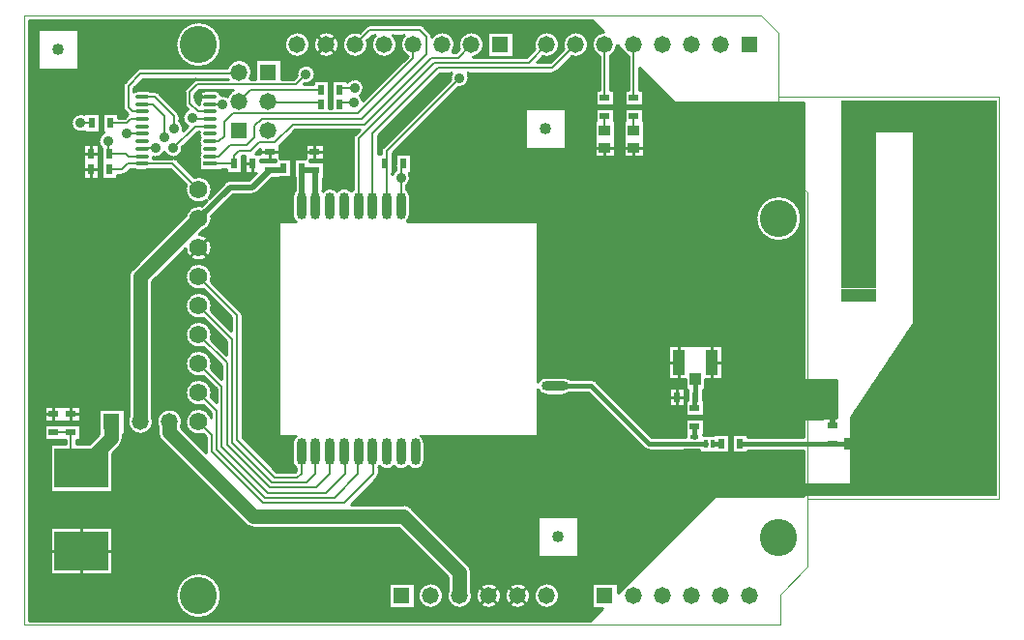
<source format=gtl>
*
G04 Mass Parameters ***
*
G04 Image ***
*
%INC:\SVN\HWTREE\PROJECT\NANO_SHIELD\NANO_SHIELD_RX2.TOP*%
%ICAS*%
%MOIN*%
%IPPOS*%
%ASAXBY*%
G74*%FSLAN2X34Y34*%
*
G04 Aperture Definitions ***
*
%ADD10C,0.1280*%
%ADD11C,0.0400*%
%ADD12R,0.0394X0.0394*%
%ADD13R,0.0236X0.0354*%
%ADD14R,0.0354X0.0236*%
%ADD15R,0.0390X0.0320*%
%ADD16R,0.0390X0.0390*%
%ADD17R,0.0410X0.0870*%
%ADD18C,0.0580*%
%ADD19R,0.0580X0.0580*%
%ADD20R,0.0300X0.0150*%
%ADD21R,0.0150X0.0300*%
%ADD22C,0.0620*%
%ADD23R,0.1850X0.1350*%
%ADD24O,0.0334X0.0931*%
%ADD25O,0.0931X0.0334*%
%ADD26O,0.0470X0.0140*%
%ADD27R,0.0470X0.0140*%
%ADD28C,0.0350*%
%ADD29C,0.0010*%
%ADD30C,0.0100*%
%ADD31C,0.0150*%
%ADD32C,0.0080*%
%ADD33C,0.0500*%
%ADD34C,0.0170*%
%ADD35C,0.0200*%
*
G04 Plot Data ***
*
G54D29*
G01X0033489Y0011178D02*
X0030615D01*
X0033489Y0011169D02*
X0030615D01*
X0033489Y0011160D02*
X0030615D01*
X0033489Y0011151D02*
X0030615D01*
X0033489Y0011142D02*
X0030615D01*
X0033489Y0011133D02*
X0030615D01*
X0033489Y0011124D02*
X0030615D01*
X0033489Y0011115D02*
X0030615D01*
X0033489Y0011106D02*
X0030615D01*
X0033489Y0011097D02*
X0030615D01*
X0033489Y0011088D02*
X0030615D01*
X0033489Y0011079D02*
X0030615D01*
X0033489Y0011070D02*
X0030615D01*
X0033489Y0011061D02*
X0030615D01*
X0033489Y0011052D02*
X0030615D01*
X0033489Y0011043D02*
X0030615D01*
X0033489Y0011034D02*
X0030615D01*
X0033489Y0011025D02*
X0030615D01*
X0033489Y0011016D02*
X0030615D01*
X0033489Y0011007D02*
X0030615D01*
X0033489Y0010998D02*
X0030615D01*
X0033489Y0010989D02*
X0030615D01*
X0033489Y0010980D02*
X0030615D01*
X0033489Y0010971D02*
X0030615D01*
X0033489Y0010962D02*
X0030615D01*
X0033489Y0010953D02*
X0030615D01*
X0033489Y0010944D02*
X0030615D01*
X0033489Y0010935D02*
X0030615D01*
X0033489Y0010926D02*
X0030615D01*
X0033489Y0010917D02*
X0030615D01*
X0033489Y0010908D02*
X0030615D01*
X0033489Y0010899D02*
X0030615D01*
X0033489Y0010890D02*
X0030615D01*
X0033489Y0010881D02*
X0030615D01*
X0033489Y0010872D02*
X0030615D01*
X0033489Y0010863D02*
X0030615D01*
X0033489Y0010854D02*
X0030615D01*
X0033489Y0010845D02*
X0030615D01*
X0033489Y0010836D02*
X0030615D01*
X0033489Y0010827D02*
X0030615D01*
X0033489Y0010818D02*
X0030615D01*
X0033489Y0010809D02*
X0030615D01*
X0033489Y0010800D02*
X0030615D01*
X0033489Y0010791D02*
X0030615D01*
X0033489Y0010782D02*
X0030615D01*
X0033489Y0010773D02*
X0030615D01*
X0033489Y0010764D02*
X0030615D01*
X0033489Y0010755D02*
X0030615D01*
X0033489Y0010746D02*
X0030615D01*
X0033489Y0010737D02*
X0030615D01*
X0033489Y0010728D02*
X0030615D01*
X0033489Y0010719D02*
X0030615D01*
X0033489Y0010710D02*
X0030615D01*
X0033489Y0010701D02*
X0030615D01*
X0033489Y0010692D02*
X0030615D01*
X0033489Y0010683D02*
X0030615D01*
X0033489Y0010674D02*
X0030615D01*
X0033489Y0010665D02*
X0030615D01*
X0033489Y0010656D02*
X0030615D01*
X0033489Y0010647D02*
X0030615D01*
X0033489Y0010638D02*
X0030615D01*
X0033489Y0010629D02*
X0030615D01*
X0033489Y0010620D02*
X0030615D01*
X0033489Y0010611D02*
X0030615D01*
X0033489Y0010602D02*
X0030615D01*
X0033489Y0010593D02*
X0030615D01*
X0033489Y0010584D02*
X0030615D01*
X0033489Y0010575D02*
X0030615D01*
X0033489Y0010566D02*
X0030615D01*
X0033489Y0010557D02*
X0030615D01*
X0033489Y0010548D02*
X0030615D01*
X0033489Y0010539D02*
X0030615D01*
X0033489Y0010530D02*
X0030615D01*
X0033489Y0010521D02*
X0030615D01*
X0033489Y0010512D02*
X0030615D01*
X0033489Y0010503D02*
X0030615D01*
X0033489Y0010494D02*
X0030615D01*
X0033489Y0010485D02*
X0030615D01*
X0033489Y0010476D02*
X0030615D01*
X0033489Y0010467D02*
X0030615D01*
X0033489Y0010458D02*
X0030615D01*
X0033489Y0010449D02*
X0030615D01*
X0033489Y0010440D02*
X0030615D01*
X0033489Y0010431D02*
X0030615D01*
X0033489Y0010422D02*
X0030615D01*
X0033489Y0010413D02*
X0030615D01*
X0033489Y0010404D02*
X0030812D01*
X0033489Y0010395D02*
X0030812D01*
X0033489Y0010386D02*
X0030812D01*
X0033489Y0010377D02*
X0030812D01*
X0033489Y0010368D02*
X0030812D01*
X0033489Y0010359D02*
X0030812D01*
X0033489Y0010350D02*
X0030812D01*
X0033489Y0010341D02*
X0030812D01*
X0033489Y0010332D02*
X0030812D01*
X0033489Y0010323D02*
X0030812D01*
X0033489Y0010314D02*
X0030812D01*
X0033489Y0010305D02*
X0030812D01*
X0033489Y0010296D02*
X0030615D01*
X0033489Y0010287D02*
X0030615D01*
X0033489Y0010278D02*
X0030615D01*
X0033489Y0010269D02*
X0030615D01*
X0033489Y0010260D02*
X0030615D01*
X0033489Y0010251D02*
X0030615D01*
X0033489Y0010242D02*
X0030615D01*
X0033489Y0010233D02*
X0030615D01*
X0033489Y0010224D02*
X0030615D01*
X0033489Y0010215D02*
X0030615D01*
X0033489Y0010206D02*
X0030615D01*
X0033489Y0010197D02*
X0030615D01*
X0033489Y0010188D02*
X0030615D01*
X0033489Y0010179D02*
X0030615D01*
X0033489Y0010170D02*
X0030615D01*
X0033489Y0010161D02*
X0030615D01*
X0033489Y0010152D02*
X0030615D01*
X0033489Y0010143D02*
X0030615D01*
X0033489Y0010134D02*
X0030615D01*
X0033489Y0010125D02*
X0030615D01*
X0033489Y0010116D02*
X0030615D01*
X0033489Y0010107D02*
X0030615D01*
X0033489Y0010098D02*
X0030615D01*
X0033489Y0010089D02*
X0030615D01*
X0033489Y0010080D02*
X0030615D01*
X0033489Y0010071D02*
X0030615D01*
X0033489Y0010062D02*
X0030615D01*
X0033489Y0010053D02*
X0030615D01*
X0033489Y0010044D02*
X0030615D01*
X0033489Y0010035D02*
X0030615D01*
X0033489Y0010026D02*
X0030615D01*
X0033489Y0010017D02*
X0030615D01*
X0033489Y0010008D02*
X0030615D01*
X0033489Y0009999D02*
X0030615D01*
X0033489Y0009990D02*
X0030615D01*
X0033489Y0009981D02*
X0030615D01*
X0033489Y0009972D02*
X0030615D01*
X0033489Y0009963D02*
X0030615D01*
X0033489Y0009954D02*
X0030615D01*
X0033489Y0009945D02*
X0030615D01*
X0033489Y0009936D02*
X0030615D01*
X0033489Y0009927D02*
X0030615D01*
X0033489Y0009918D02*
X0030615D01*
X0033489Y0009909D02*
X0030615D01*
X0033489Y0009900D02*
X0030615D01*
X0033489Y0009891D02*
X0030615D01*
X0033489Y0009882D02*
X0030615D01*
X0033489Y0009873D02*
X0030615D01*
X0033489Y0009864D02*
X0030615D01*
X0033489Y0009855D02*
X0030615D01*
X0033489Y0009846D02*
X0030615D01*
X0033489Y0009837D02*
X0030615D01*
X0033489Y0009828D02*
X0030615D01*
X0033489Y0009819D02*
X0030615D01*
X0033489Y0009810D02*
X0030615D01*
X0033489Y0009801D02*
X0030615D01*
X0033489Y0009792D02*
X0030615D01*
X0033489Y0009783D02*
X0030615D01*
X0033489Y0009774D02*
X0030615D01*
X0033489Y0009765D02*
X0030615D01*
X0033489Y0009756D02*
X0030615D01*
X0033489Y0009747D02*
X0030615D01*
X0033489Y0009738D02*
X0030615D01*
X0033489Y0009729D02*
X0030615D01*
X0033489Y0009720D02*
X0030615D01*
X0033489Y0009711D02*
X0030615D01*
X0033489Y0009702D02*
X0030615D01*
X0033489Y0009693D02*
X0030615D01*
X0033489Y0009684D02*
X0030615D01*
X0033489Y0009675D02*
X0030615D01*
X0033489Y0009666D02*
X0030615D01*
X0033489Y0009657D02*
X0030615D01*
X0033489Y0009648D02*
X0030615D01*
X0033489Y0009639D02*
X0030615D01*
X0033489Y0009630D02*
X0030615D01*
X0033489Y0009621D02*
X0030615D01*
X0033489Y0009612D02*
X0030615D01*
X0033489Y0009603D02*
X0030615D01*
X0033489Y0009594D02*
X0030615D01*
X0033489Y0009585D02*
X0030615D01*
X0033489Y0009576D02*
X0030615D01*
X0033489Y0009567D02*
X0030615D01*
X0033489Y0009558D02*
X0030615D01*
X0033489Y0009549D02*
X0030615D01*
X0033489Y0009540D02*
X0030615D01*
X0033489Y0009531D02*
X0030615D01*
X0033489Y0009522D02*
X0030615D01*
X0033489Y0009513D02*
X0030615D01*
X0033489Y0009504D02*
X0030615D01*
X0033489Y0009495D02*
X0030615D01*
X0033489Y0009486D02*
X0030615D01*
X0033489Y0009477D02*
X0030615D01*
X0033489Y0009468D02*
X0030615D01*
X0033489Y0009459D02*
X0030615D01*
X0033489Y0009450D02*
X0030615D01*
X0033489Y0009441D02*
X0030615D01*
X0033489Y0009432D02*
X0030615D01*
X0033489Y0009423D02*
X0030615D01*
X0033489Y0009414D02*
X0030615D01*
X0033489Y0009405D02*
X0030615D01*
X0033489Y0009396D02*
X0030615D01*
X0033489Y0009387D02*
X0030615D01*
X0033489Y0009378D02*
X0030615D01*
X0033489Y0009369D02*
X0030615D01*
X0033489Y0009360D02*
X0030615D01*
X0033489Y0009351D02*
X0030615D01*
X0033489Y0009342D02*
X0030615D01*
X0033489Y0009333D02*
X0030615D01*
X0033489Y0009324D02*
X0030615D01*
X0033489Y0009315D02*
X0030615D01*
X0033489Y0009306D02*
X0030615D01*
X0033489Y0009297D02*
X0030615D01*
X0033489Y0009288D02*
X0030615D01*
X0033489Y0009279D02*
X0030615D01*
X0033489Y0009270D02*
X0030615D01*
X0033489Y0009261D02*
X0030615D01*
X0033489Y0009252D02*
X0030615D01*
X0033489Y0009243D02*
X0030615D01*
X0033489Y0009234D02*
X0030615D01*
X0033489Y0009225D02*
X0030615D01*
X0033489Y0009216D02*
X0030615D01*
X0033489Y0009207D02*
X0030615D01*
X0033489Y0009198D02*
X0030615D01*
X0033489Y0009189D02*
X0030615D01*
X0033489Y0009180D02*
X0030615D01*
X0033489Y0009171D02*
X0030615D01*
X0033489Y0009162D02*
X0030615D01*
X0033489Y0009153D02*
X0030615D01*
X0033489Y0009144D02*
X0030615D01*
X0033489Y0009135D02*
X0030615D01*
X0033489Y0009126D02*
X0030615D01*
X0033489Y0009117D02*
X0030615D01*
X0033489Y0009108D02*
X0030615D01*
X0033489Y0009099D02*
X0030615D01*
X0033489Y0009090D02*
X0030615D01*
X0033489Y0009081D02*
X0030615D01*
X0033489Y0009072D02*
X0030615D01*
X0033489Y0009063D02*
X0030615D01*
X0033489Y0009054D02*
X0030615D01*
X0033489Y0009045D02*
X0030615D01*
X0033489Y0009036D02*
X0030615D01*
X0033489Y0009027D02*
X0030615D01*
X0033489Y0009018D02*
X0030615D01*
X0033489Y0009009D02*
X0030615D01*
X0033489Y0009000D02*
X0030615D01*
X0033489Y0008991D02*
X0030615D01*
X0033489Y0008982D02*
X0030615D01*
X0033489Y0008973D02*
X0030615D01*
X0033489Y0008964D02*
X0030615D01*
X0033489Y0008955D02*
X0030615D01*
X0033489Y0008946D02*
X0030615D01*
X0033489Y0008937D02*
X0030615D01*
X0033489Y0008928D02*
X0030615D01*
X0033489Y0008919D02*
X0030615D01*
X0033489Y0008910D02*
X0030615D01*
X0033489Y0008901D02*
X0030615D01*
X0033489Y0008892D02*
X0030615D01*
X0033489Y0008883D02*
X0030615D01*
X0033489Y0008874D02*
X0030615D01*
X0033489Y0008865D02*
X0030615D01*
X0033489Y0008856D02*
X0030615D01*
X0033489Y0008847D02*
X0030615D01*
X0033489Y0008838D02*
X0030615D01*
X0033489Y0008829D02*
X0030615D01*
X0033489Y0008820D02*
X0030615D01*
X0033489Y0008811D02*
X0030615D01*
X0033489Y0008802D02*
X0030615D01*
X0033489Y0008793D02*
X0030615D01*
X0033489Y0008784D02*
X0030615D01*
X0033489Y0008775D02*
X0030615D01*
X0033489Y0008766D02*
X0030615D01*
X0033489Y0008757D02*
X0030615D01*
X0033489Y0008748D02*
X0030615D01*
X0033489Y0008739D02*
X0030615D01*
X0033489Y0008730D02*
X0030615D01*
X0033489Y0008721D02*
X0030615D01*
X0033489Y0008712D02*
X0030615D01*
X0033489Y0008703D02*
X0030615D01*
X0033489Y0008694D02*
X0030615D01*
X0033489Y0008685D02*
X0030615D01*
X0033489Y0008676D02*
X0030615D01*
X0033489Y0008667D02*
X0030615D01*
X0033489Y0008658D02*
X0030615D01*
X0033489Y0008649D02*
X0030615D01*
X0033489Y0008640D02*
X0030615D01*
X0033489Y0008631D02*
X0030615D01*
X0033489Y0008622D02*
X0030615D01*
X0033489Y0008613D02*
X0030615D01*
X0033489Y0008604D02*
X0030615D01*
X0033489Y0008595D02*
X0030615D01*
X0033489Y0008586D02*
X0030615D01*
X0033489Y0008577D02*
X0030615D01*
X0033489Y0008568D02*
X0030615D01*
X0033489Y0008559D02*
X0030615D01*
X0033489Y0008550D02*
X0030615D01*
X0033489Y0008541D02*
X0030615D01*
X0033489Y0008532D02*
X0030615D01*
X0033489Y0008523D02*
X0030615D01*
X0033489Y0008514D02*
X0030615D01*
X0033489Y0008505D02*
X0030615D01*
X0033489Y0008496D02*
X0030615D01*
X0033489Y0008487D02*
X0030615D01*
X0033489Y0008478D02*
X0030615D01*
X0033489Y0008469D02*
X0030615D01*
X0033489Y0008460D02*
X0030615D01*
X0033489Y0008451D02*
X0030615D01*
X0033489Y0008442D02*
X0030615D01*
X0033489Y0008433D02*
X0030615D01*
X0033489Y0008424D02*
X0030615D01*
X0033489Y0008415D02*
X0030615D01*
X0033489Y0008406D02*
X0030615D01*
X0033489Y0008397D02*
X0030615D01*
X0033489Y0008388D02*
X0030615D01*
X0033489Y0008379D02*
X0030615D01*
X0033489Y0008370D02*
X0030615D01*
X0033489Y0008361D02*
X0030615D01*
X0033489Y0008352D02*
X0030615D01*
X0033489Y0008343D02*
X0030615D01*
X0033489Y0008334D02*
X0030615D01*
X0033489Y0008325D02*
X0030615D01*
X0033489Y0008316D02*
X0030615D01*
X0033489Y0008307D02*
X0030615D01*
X0033489Y0008298D02*
X0030615D01*
X0033489Y0008289D02*
X0030615D01*
X0033489Y0008280D02*
X0030615D01*
X0033489Y0008271D02*
X0030615D01*
X0033489Y0008262D02*
X0030615D01*
X0033489Y0008253D02*
X0030615D01*
X0033489Y0008244D02*
X0030615D01*
X0033489Y0008235D02*
X0030615D01*
X0033489Y0008226D02*
X0030615D01*
X0033489Y0008217D02*
X0030615D01*
X0033489Y0008208D02*
X0030615D01*
X0033489Y0008199D02*
X0030615D01*
X0033489Y0008190D02*
X0030615D01*
X0033489Y0008181D02*
X0030615D01*
X0033489Y0008172D02*
X0030615D01*
X0033489Y0008163D02*
X0030615D01*
X0033489Y0008154D02*
X0030615D01*
X0033489Y0008145D02*
X0030615D01*
X0033489Y0008136D02*
X0030615D01*
X0033489Y0008127D02*
X0030615D01*
X0033489Y0008118D02*
X0030615D01*
X0033489Y0008109D02*
X0030615D01*
X0033489Y0008100D02*
X0030615D01*
X0033489Y0008091D02*
X0030615D01*
X0033489Y0008082D02*
X0030615D01*
X0033489Y0008073D02*
X0030615D01*
X0033489Y0008064D02*
X0030615D01*
X0033489Y0008055D02*
X0030615D01*
X0033489Y0008046D02*
X0030615D01*
X0033489Y0008037D02*
X0030615D01*
X0033489Y0008028D02*
X0030615D01*
X0033489Y0008019D02*
X0030615D01*
X0033489Y0008010D02*
X0030615D01*
X0033489Y0008001D02*
X0030615D01*
X0033489Y0007992D02*
X0030615D01*
X0033489Y0007983D02*
X0030615D01*
X0033489Y0007974D02*
X0030615D01*
X0033489Y0007965D02*
X0030615D01*
X0033489Y0007956D02*
X0030615D01*
X0033489Y0007947D02*
X0030615D01*
X0033489Y0007938D02*
X0030615D01*
X0033489Y0007929D02*
X0030615D01*
X0033489Y0007920D02*
X0030615D01*
X0033489Y0007911D02*
X0030615D01*
X0033489Y0007902D02*
X0030615D01*
X0033489Y0007893D02*
X0030615D01*
X0033489Y0007884D02*
X0030615D01*
X0033489Y0007875D02*
X0030615D01*
X0033489Y0007866D02*
X0030615D01*
X0033489Y0007857D02*
X0030615D01*
X0033489Y0007848D02*
X0030615D01*
X0033489Y0007839D02*
X0030615D01*
X0033489Y0007830D02*
X0030615D01*
X0033489Y0007821D02*
X0030615D01*
X0033489Y0007812D02*
X0030615D01*
X0033489Y0007803D02*
X0030615D01*
X0033489Y0007794D02*
X0030615D01*
X0033489Y0007785D02*
X0030615D01*
X0033489Y0007776D02*
X0030615D01*
X0033489Y0007767D02*
X0030615D01*
X0033489Y0007758D02*
X0030615D01*
X0033489Y0007749D02*
X0030615D01*
X0033489Y0007740D02*
X0030615D01*
X0033489Y0007731D02*
X0030615D01*
X0033489Y0007722D02*
X0030615D01*
X0033489Y0007713D02*
X0030615D01*
X0033489Y0007704D02*
X0030615D01*
X0033489Y0007695D02*
X0030615D01*
X0033489Y0007686D02*
X0030615D01*
X0033489Y0007677D02*
X0030615D01*
X0033489Y0007668D02*
X0030615D01*
X0033489Y0007659D02*
X0030615D01*
X0033489Y0007650D02*
X0030615D01*
X0033489Y0007641D02*
X0030615D01*
X0033489Y0007632D02*
X0030615D01*
X0033489Y0007623D02*
X0030615D01*
X0033489Y0007614D02*
X0030615D01*
X0033489Y0007605D02*
X0030615D01*
X0033489Y0007596D02*
X0030615D01*
X0033489Y0007587D02*
X0030615D01*
X0033489Y0007578D02*
X0030615D01*
X0033489Y0007569D02*
X0030615D01*
X0033489Y0007560D02*
X0030615D01*
X0033489Y0007551D02*
X0030615D01*
X0033489Y0007542D02*
X0030615D01*
X0033489Y0007533D02*
X0030615D01*
X0033489Y0007524D02*
X0030615D01*
X0033489Y0007515D02*
X0030615D01*
X0033489Y0007506D02*
X0030615D01*
X0033489Y0007497D02*
X0030615D01*
X0033489Y0007488D02*
X0030615D01*
X0033489Y0007479D02*
X0030615D01*
X0033489Y0007470D02*
X0030615D01*
X0033489Y0007461D02*
X0030615D01*
X0033489Y0007452D02*
X0030615D01*
X0033489Y0007443D02*
X0030615D01*
X0033489Y0007434D02*
X0030615D01*
X0033489Y0007425D02*
X0030615D01*
X0033489Y0007416D02*
X0030615D01*
X0033489Y0007407D02*
X0030615D01*
X0033489Y0007398D02*
X0030615D01*
X0033489Y0007389D02*
X0030615D01*
X0033489Y0007380D02*
X0030615D01*
X0033489Y0007371D02*
X0030615D01*
X0033489Y0007362D02*
X0030615D01*
X0033489Y0007353D02*
X0030615D01*
X0033489Y0007344D02*
X0030615D01*
X0033489Y0007335D02*
X0030615D01*
X0033489Y0007326D02*
X0030615D01*
X0033489Y0007317D02*
X0030615D01*
X0033489Y0007308D02*
X0030615D01*
X0033489Y0007299D02*
X0030615D01*
X0033489Y0007290D02*
X0030615D01*
X0033489Y0007281D02*
X0030615D01*
X0033489Y0007272D02*
X0030615D01*
X0033489Y0007263D02*
X0030615D01*
X0033489Y0007254D02*
X0030615D01*
X0033489Y0007245D02*
X0030615D01*
X0033489Y0007236D02*
X0030615D01*
X0033489Y0007227D02*
X0030615D01*
X0033489Y0007218D02*
X0030615D01*
X0033489Y0007209D02*
X0030615D01*
X0033489Y0007200D02*
X0030615D01*
X0033489Y0007191D02*
X0030615D01*
X0033489Y0007182D02*
X0030615D01*
X0033489Y0007173D02*
X0030615D01*
X0028186Y0018081D02*
Y0011644D01*
X0028177Y0018081D02*
Y0011644D01*
X0033489Y0007146D02*
X0028450D01*
X0033489Y0007137D02*
X0028450D01*
X0033489Y0007128D02*
X0028450D01*
X0033489Y0007119D02*
X0028450D01*
X0033489Y0007110D02*
X0028450D01*
X0033489Y0007101D02*
X0028450D01*
X0033489Y0007092D02*
X0028450D01*
X0033489Y0007083D02*
X0028450D01*
X0033489Y0007074D02*
X0028450D01*
X0033489Y0007065D02*
X0028450D01*
X0033489Y0007056D02*
X0028450D01*
X0033489Y0007047D02*
X0028450D01*
X0033489Y0007038D02*
X0028450D01*
X0033489Y0007029D02*
X0028450D01*
X0033489Y0007020D02*
X0028450D01*
X0033489Y0007011D02*
X0028450D01*
X0033489Y0007002D02*
X0028450D01*
X0033489Y0006993D02*
X0028450D01*
X0033489Y0006984D02*
X0028450D01*
X0033489Y0006975D02*
X0028450D01*
X0033489Y0006966D02*
X0028450D01*
X0033489Y0006957D02*
X0028450D01*
X0033489Y0006948D02*
X0028450D01*
X0033489Y0006939D02*
X0028450D01*
X0033489Y0006930D02*
X0028450D01*
X0033489Y0006921D02*
X0028450D01*
X0033489Y0006912D02*
X0028450D01*
X0033489Y0006903D02*
X0028450D01*
X0033489Y0006894D02*
X0028450D01*
X0033489Y0006885D02*
X0028450D01*
X0033489Y0006876D02*
X0028450D01*
X0033489Y0006867D02*
X0028450D01*
X0033489Y0006858D02*
X0028450D01*
X0033489Y0006849D02*
X0028450D01*
X0033489Y0006840D02*
X0028450D01*
X0033489Y0006831D02*
X0028450D01*
X0033489Y0006822D02*
X0028450D01*
X0033489Y0006813D02*
X0028450D01*
X0033489Y0006804D02*
X0028450D01*
X0033489Y0006795D02*
X0028450D01*
X0033489Y0006786D02*
X0028450D01*
X0033489Y0006777D02*
X0028450D01*
X0033489Y0006768D02*
X0028450D01*
X0033489Y0006759D02*
X0028450D01*
X0033489Y0006750D02*
X0028450D01*
X0033489Y0006741D02*
X0028450D01*
X0033489Y0006732D02*
X0028450D01*
X0033489Y0006723D02*
X0028450D01*
X0033489Y0006714D02*
X0028450D01*
X0033489Y0006705D02*
X0028450D01*
X0033489Y0006696D02*
X0028450D01*
X0033489Y0006687D02*
X0028450D01*
X0033489Y0006678D02*
X0028450D01*
X0033489Y0006669D02*
X0028450D01*
X0033489Y0006660D02*
X0028450D01*
X0033489Y0006651D02*
X0028450D01*
X0033489Y0006642D02*
X0028450D01*
X0033489Y0006633D02*
X0028450D01*
X0033489Y0006624D02*
X0028450D01*
X0033489Y0006615D02*
X0028450D01*
X0033489Y0006606D02*
X0028450D01*
X0033489Y0006597D02*
X0028450D01*
X0033489Y0006588D02*
X0028450D01*
X0033489Y0006579D02*
X0028450D01*
X0033489Y0006570D02*
X0028450D01*
X0033489Y0006561D02*
X0028450D01*
X0033489Y0006552D02*
X0028450D01*
X0033489Y0006543D02*
X0028450D01*
X0033489Y0006534D02*
X0028450D01*
X0033489Y0006525D02*
X0028450D01*
X0033489Y0006516D02*
X0028450D01*
X0033489Y0006507D02*
X0028450D01*
X0033489Y0006498D02*
X0028450D01*
X0033489Y0006489D02*
X0028450D01*
X0033489Y0006480D02*
X0028450D01*
X0033489Y0006471D02*
X0028450D01*
X0033489Y0006462D02*
X0028450D01*
X0033489Y0006453D02*
X0028450D01*
X0033489Y0006444D02*
X0028450D01*
X0033489Y0006435D02*
X0028450D01*
X0033489Y0006426D02*
X0028450D01*
X0033489Y0006417D02*
X0028450D01*
X0033489Y0006408D02*
X0028450D01*
X0033489Y0006399D02*
X0028450D01*
X0033489Y0006390D02*
X0028450D01*
X0033489Y0006381D02*
X0028450D01*
X0033489Y0006372D02*
X0028450D01*
X0033489Y0006363D02*
X0028450D01*
X0033489Y0006354D02*
X0028450D01*
X0033489Y0006345D02*
X0028450D01*
X0033489Y0006336D02*
X0028450D01*
X0033489Y0006327D02*
X0028450D01*
X0033489Y0006318D02*
X0028450D01*
X0033489Y0006309D02*
X0028450D01*
X0033489Y0006300D02*
X0028450D01*
X0033489Y0006291D02*
X0028450D01*
X0033489Y0006282D02*
X0028450D01*
X0033489Y0006273D02*
X0028450D01*
X0033489Y0006264D02*
X0028450D01*
X0033489Y0006255D02*
X0028450D01*
X0033489Y0006246D02*
X0028450D01*
X0033489Y0006237D02*
X0028450D01*
X0033489Y0006228D02*
X0028450D01*
X0033489Y0006219D02*
X0028450D01*
X0033489Y0006210D02*
X0028450D01*
X0033489Y0006201D02*
X0028450D01*
X0033489Y0006192D02*
X0028450D01*
X0033489Y0006183D02*
X0028450D01*
X0033489Y0006174D02*
X0028450D01*
X0033489Y0006165D02*
X0028450D01*
X0033489Y0006156D02*
X0028450D01*
X0033489Y0006147D02*
X0028450D01*
X0033489Y0006138D02*
X0028450D01*
X0033489Y0006129D02*
X0028450D01*
X0033489Y0006120D02*
X0028450D01*
X0033489Y0006111D02*
X0028450D01*
X0033489Y0006102D02*
X0028450D01*
X0033489Y0006093D02*
X0028450D01*
X0033489Y0006084D02*
X0028450D01*
X0033489Y0006075D02*
X0028450D01*
X0033489Y0006066D02*
X0028450D01*
X0033489Y0006057D02*
X0028450D01*
X0033489Y0006048D02*
X0028450D01*
X0033489Y0006039D02*
X0028450D01*
X0033489Y0006030D02*
X0028450D01*
X0033489Y0006021D02*
X0028450D01*
X0033489Y0006012D02*
X0028450D01*
X0033489Y0006003D02*
X0028450D01*
X0033489Y0005994D02*
X0028450D01*
X0033489Y0005985D02*
X0028450D01*
X0033489Y0005976D02*
X0028450D01*
X0033489Y0005967D02*
X0028450D01*
X0033489Y0005958D02*
X0028450D01*
X0033489Y0005949D02*
X0028450D01*
X0033489Y0005940D02*
X0028450D01*
X0033489Y0005931D02*
X0028450D01*
X0033489Y0005922D02*
X0028450D01*
X0033489Y0005913D02*
X0028450D01*
X0033489Y0005904D02*
X0028450D01*
X0033489Y0005895D02*
X0028450D01*
X0033489Y0005886D02*
X0028450D01*
X0033489Y0005877D02*
X0028450D01*
X0033489Y0005868D02*
X0028450D01*
X0033489Y0005859D02*
X0028450D01*
X0033489Y0005850D02*
X0028450D01*
X0033489Y0005841D02*
X0028450D01*
X0033489Y0005832D02*
X0028450D01*
X0033489Y0005823D02*
X0028450D01*
X0033489Y0005814D02*
X0028450D01*
X0033489Y0005805D02*
X0028450D01*
X0033489Y0005796D02*
X0028450D01*
X0033489Y0005787D02*
X0028450D01*
X0033489Y0005778D02*
X0028450D01*
X0033489Y0005769D02*
X0028450D01*
X0033489Y0005760D02*
X0028450D01*
X0033489Y0005751D02*
X0028450D01*
X0033489Y0005742D02*
X0028450D01*
X0033489Y0005733D02*
X0028450D01*
X0033489Y0005724D02*
X0028450D01*
X0033489Y0005715D02*
X0028450D01*
X0033489Y0005706D02*
X0028450D01*
X0033489Y0005697D02*
X0028450D01*
X0033489Y0005688D02*
X0028450D01*
X0033489Y0005679D02*
X0028450D01*
X0033489Y0005670D02*
X0028450D01*
X0033489Y0005661D02*
X0028450D01*
X0033489Y0005652D02*
X0028450D01*
X0033489Y0005643D02*
X0028450D01*
X0033489Y0005634D02*
X0028450D01*
X0033489Y0005625D02*
X0028450D01*
X0033489Y0005616D02*
X0028450D01*
X0033489Y0005607D02*
X0028450D01*
X0033489Y0005598D02*
X0028450D01*
X0033489Y0005589D02*
X0028450D01*
X0033489Y0005580D02*
X0028450D01*
X0033489Y0005571D02*
X0028450D01*
X0033489Y0005562D02*
X0028450D01*
X0033489Y0005553D02*
X0028450D01*
X0033489Y0005544D02*
X0028450D01*
X0033489Y0005535D02*
X0028450D01*
X0033489Y0005526D02*
X0028450D01*
X0033489Y0005517D02*
X0028450D01*
X0033489Y0005508D02*
X0028450D01*
X0033489Y0005499D02*
X0028450D01*
X0033489Y0005490D02*
X0028450D01*
X0033489Y0005481D02*
X0028450D01*
X0033489Y0005472D02*
X0028450D01*
X0033489Y0005463D02*
X0028450D01*
X0033489Y0005454D02*
X0028450D01*
X0033489Y0005445D02*
X0028450D01*
X0033489Y0005436D02*
X0028450D01*
X0033489Y0005427D02*
X0028450D01*
X0033489Y0005418D02*
X0028450D01*
X0033489Y0005409D02*
X0028450D01*
X0033489Y0005400D02*
X0028450D01*
X0033489Y0005391D02*
X0028450D01*
X0033489Y0005382D02*
X0028450D01*
X0033489Y0005373D02*
X0028450D01*
X0033489Y0005364D02*
X0028450D01*
X0033489Y0005355D02*
X0028450D01*
X0033489Y0005346D02*
X0028450D01*
X0033489Y0005337D02*
X0028450D01*
X0033489Y0005328D02*
X0028450D01*
X0033489Y0005319D02*
X0028450D01*
X0033489Y0005310D02*
X0028450D01*
X0033489Y0005301D02*
X0028450D01*
X0033489Y0005292D02*
X0028450D01*
X0033489Y0005283D02*
X0028450D01*
X0033489Y0005274D02*
X0028450D01*
X0033489Y0005265D02*
X0028450D01*
X0033489Y0005256D02*
X0028450D01*
X0033489Y0005247D02*
X0028450D01*
X0033489Y0005238D02*
X0028450D01*
X0033489Y0005229D02*
X0028450D01*
X0033489Y0005220D02*
X0028450D01*
X0033489Y0005211D02*
X0028450D01*
X0033489Y0005202D02*
X0028450D01*
X0033489Y0005193D02*
X0028450D01*
X0033489Y0005184D02*
X0028450D01*
X0033489Y0005175D02*
X0028450D01*
X0033489Y0005166D02*
X0028450D01*
X0033489Y0005157D02*
X0028450D01*
X0033489Y0005148D02*
X0028450D01*
X0033489Y0005139D02*
X0028450D01*
X0033489Y0005130D02*
X0028450D01*
X0033489Y0005121D02*
X0028450D01*
X0033489Y0005112D02*
X0028450D01*
X0033489Y0005103D02*
X0028450D01*
X0033489Y0005094D02*
X0028450D01*
X0033489Y0005085D02*
X0028450D01*
X0033489Y0005076D02*
X0028450D01*
X0033489Y0005067D02*
X0028450D01*
X0033489Y0005058D02*
X0028450D01*
X0033489Y0005049D02*
X0028450D01*
X0033489Y0005040D02*
X0028450D01*
X0033489Y0005031D02*
X0028450D01*
X0033489Y0005022D02*
X0028450D01*
X0033489Y0005013D02*
X0028450D01*
X0033489Y0005004D02*
X0028450D01*
X0033489Y0004995D02*
X0028450D01*
X0033489Y0004986D02*
X0028450D01*
X0033489Y0004977D02*
X0028450D01*
X0033489Y0004968D02*
X0028450D01*
X0033489Y0004959D02*
X0028450D01*
X0033489Y0004950D02*
X0028450D01*
X0033489Y0004941D02*
X0028450D01*
X0033489Y0004932D02*
X0028450D01*
X0033489Y0004923D02*
X0028450D01*
X0033489Y0004914D02*
X0028450D01*
X0033489Y0004905D02*
X0028450D01*
X0033489Y0004896D02*
X0028450D01*
X0033489Y0004887D02*
X0028450D01*
X0033489Y0004878D02*
X0028450D01*
X0033489Y0004869D02*
X0026481D01*
X0033489Y0004860D02*
X0026481D01*
X0033489Y0004851D02*
X0026481D01*
X0033489Y0004842D02*
X0026481D01*
X0033489Y0004833D02*
X0026481D01*
X0033489Y0004824D02*
X0026481D01*
X0033489Y0004815D02*
X0026481D01*
X0033489Y0004806D02*
X0026481D01*
X0033489Y0004797D02*
X0026481D01*
X0033489Y0004788D02*
X0026481D01*
X0033489Y0004779D02*
X0026481D01*
X0033489Y0004770D02*
X0026481D01*
X0033489Y0004761D02*
X0026481D01*
X0033489Y0004752D02*
X0026481D01*
X0033489Y0004743D02*
X0026481D01*
X0033489Y0004734D02*
X0026481D01*
X0033489Y0004725D02*
X0026481D01*
X0033489Y0004716D02*
X0026481D01*
X0033489Y0004707D02*
X0026481D01*
X0033489Y0004698D02*
X0026481D01*
X0033489Y0004689D02*
X0026481D01*
X0033489Y0004680D02*
X0026481D01*
X0033489Y0004671D02*
X0026481D01*
X0033489Y0004662D02*
X0026481D01*
X0033489Y0004653D02*
X0026481D01*
X0033489Y0004644D02*
X0026481D01*
X0033489Y0004635D02*
X0026481D01*
X0033489Y0004626D02*
X0026481D01*
X0033489Y0004617D02*
X0026481D01*
X0033489Y0004608D02*
X0026481D01*
X0033489Y0004599D02*
X0026481D01*
X0033489Y0004590D02*
X0026481D01*
X0033489Y0004581D02*
X0026481D01*
X0033489Y0004572D02*
X0026481D01*
X0033489Y0004563D02*
X0026481D01*
X0033489Y0004554D02*
X0026481D01*
X0033489Y0004545D02*
X0026481D01*
X0033489Y0004536D02*
X0026481D01*
X0033489Y0004527D02*
X0026481D01*
X0033489Y0004518D02*
X0026481D01*
X0033489Y0004509D02*
X0026481D01*
X0033489Y0004500D02*
X0026481D01*
X0033489Y0004491D02*
X0026481D01*
X0033489Y0017874D02*
X0028155D01*
X0033489Y0017865D02*
X0028155D01*
X0033489Y0017856D02*
X0028155D01*
X0033489Y0017847D02*
X0028155D01*
X0033489Y0017838D02*
X0028155D01*
X0033489Y0017829D02*
X0028155D01*
X0033489Y0017820D02*
X0028155D01*
X0033489Y0017811D02*
X0028155D01*
X0033489Y0017802D02*
X0028155D01*
X0033489Y0017793D02*
X0028155D01*
X0033489Y0017784D02*
X0028155D01*
X0033489Y0017775D02*
X0028155D01*
X0033489Y0017766D02*
X0028155D01*
X0033489Y0017757D02*
X0028155D01*
X0033489Y0017748D02*
X0028155D01*
X0033489Y0017739D02*
X0028155D01*
X0033489Y0017730D02*
X0028155D01*
X0033489Y0017721D02*
X0028155D01*
X0033489Y0017712D02*
X0028155D01*
X0033489Y0017703D02*
X0028155D01*
X0033489Y0017694D02*
X0028155D01*
X0033489Y0017685D02*
X0028155D01*
X0033489Y0017676D02*
X0028155D01*
X0033489Y0017667D02*
X0028155D01*
X0033489Y0017658D02*
X0028155D01*
X0033489Y0017649D02*
X0028155D01*
X0033489Y0017640D02*
X0028155D01*
X0033489Y0017631D02*
X0028155D01*
X0033489Y0017622D02*
X0028155D01*
X0033489Y0017613D02*
X0028155D01*
X0033489Y0017604D02*
X0028155D01*
X0033489Y0017595D02*
X0028155D01*
X0033489Y0017586D02*
X0028155D01*
X0033489Y0017577D02*
X0028155D01*
X0033489Y0017568D02*
X0028155D01*
X0033489Y0017559D02*
X0028155D01*
X0033489Y0017550D02*
X0028155D01*
X0033489Y0017541D02*
X0028155D01*
X0033489Y0017532D02*
X0028155D01*
X0033489Y0017523D02*
X0028155D01*
X0033489Y0017514D02*
X0028155D01*
X0033489Y0017505D02*
X0028155D01*
X0033489Y0017496D02*
X0028155D01*
X0033489Y0017487D02*
X0028155D01*
X0033489Y0017478D02*
X0028155D01*
X0033489Y0017469D02*
X0028155D01*
X0033489Y0017460D02*
X0028155D01*
X0033489Y0017451D02*
X0028155D01*
X0033489Y0017442D02*
X0028155D01*
X0033489Y0017433D02*
X0028155D01*
X0033489Y0017424D02*
X0028155D01*
X0033489Y0017415D02*
X0028155D01*
X0033489Y0017406D02*
X0028155D01*
X0033489Y0017397D02*
X0028155D01*
X0033489Y0017388D02*
X0028155D01*
X0033489Y0017379D02*
X0028155D01*
X0033489Y0017370D02*
X0028155D01*
X0033489Y0017361D02*
X0028155D01*
X0033489Y0017352D02*
X0028155D01*
X0033489Y0017343D02*
X0028155D01*
X0033489Y0017334D02*
X0028155D01*
X0033489Y0017325D02*
X0028155D01*
X0033489Y0017316D02*
X0028155D01*
X0033489Y0017307D02*
X0028155D01*
X0033489Y0017298D02*
X0028155D01*
X0033489Y0017289D02*
X0028155D01*
X0033489Y0017280D02*
X0028155D01*
X0033489Y0017271D02*
X0028155D01*
X0033489Y0017262D02*
X0028155D01*
X0033489Y0017253D02*
X0028155D01*
X0033489Y0017244D02*
X0028155D01*
X0033489Y0017235D02*
X0028155D01*
X0033489Y0017226D02*
X0028155D01*
X0033489Y0017217D02*
X0028155D01*
X0033489Y0017208D02*
X0028155D01*
X0033489Y0017199D02*
X0028155D01*
X0033489Y0017190D02*
X0028155D01*
X0033489Y0017181D02*
X0028155D01*
X0033489Y0017172D02*
X0028155D01*
X0033489Y0017163D02*
X0028155D01*
X0033489Y0017154D02*
X0028155D01*
X0033489Y0017145D02*
X0028155D01*
X0033489Y0017136D02*
X0028155D01*
X0033489Y0017127D02*
X0028155D01*
X0033489Y0017118D02*
X0028155D01*
X0033489Y0017109D02*
X0028155D01*
X0033489Y0017100D02*
X0028155D01*
X0033489Y0017091D02*
X0028155D01*
X0033489Y0017082D02*
X0028155D01*
X0033489Y0017073D02*
X0028155D01*
X0033489Y0017064D02*
X0028155D01*
X0033489Y0017055D02*
X0028155D01*
X0033489Y0017046D02*
X0028155D01*
X0033489Y0017037D02*
X0028155D01*
X0033489Y0017028D02*
X0028155D01*
X0033489Y0017019D02*
X0028155D01*
X0033489Y0017010D02*
X0028155D01*
X0033489Y0017001D02*
X0028155D01*
X0029336Y0016992D02*
X0028155D01*
X0029336Y0016983D02*
X0028155D01*
X0029336Y0016974D02*
X0028155D01*
X0029336Y0016965D02*
X0028155D01*
X0029336Y0016956D02*
X0028155D01*
X0029336Y0016947D02*
X0028155D01*
X0029336Y0016938D02*
X0028155D01*
X0029336Y0016929D02*
X0028155D01*
X0029336Y0016920D02*
X0028155D01*
X0029336Y0016911D02*
X0028155D01*
X0029336Y0016902D02*
X0028155D01*
X0029336Y0016893D02*
X0028155D01*
X0029336Y0016884D02*
X0028155D01*
X0029336Y0016875D02*
X0028155D01*
X0029336Y0016866D02*
X0028155D01*
X0029336Y0016857D02*
X0028155D01*
X0029336Y0016848D02*
X0028155D01*
X0029336Y0016839D02*
X0028155D01*
X0029336Y0016830D02*
X0028155D01*
X0029336Y0016821D02*
X0028155D01*
X0029336Y0016812D02*
X0028155D01*
X0029336Y0016803D02*
X0028155D01*
X0029336Y0016794D02*
X0028155D01*
X0029336Y0016785D02*
X0028155D01*
X0029336Y0016776D02*
X0028155D01*
X0029336Y0016767D02*
X0028155D01*
X0029336Y0016758D02*
X0028155D01*
X0029336Y0016749D02*
X0028155D01*
X0029336Y0016740D02*
X0028155D01*
X0029336Y0016731D02*
X0028155D01*
X0029336Y0016722D02*
X0028155D01*
X0029336Y0016713D02*
X0028155D01*
X0029336Y0016704D02*
X0028155D01*
X0029336Y0016695D02*
X0028155D01*
X0029336Y0016686D02*
X0028155D01*
X0029336Y0016677D02*
X0028155D01*
X0029336Y0016668D02*
X0028155D01*
X0029336Y0016659D02*
X0028155D01*
X0029336Y0016650D02*
X0028155D01*
X0029336Y0016641D02*
X0028155D01*
X0029336Y0016632D02*
X0028155D01*
X0029336Y0016623D02*
X0028155D01*
X0029336Y0016614D02*
X0028155D01*
X0029336Y0016605D02*
X0028155D01*
X0029336Y0016596D02*
X0028155D01*
X0029336Y0016587D02*
X0028155D01*
X0029336Y0016578D02*
X0028155D01*
X0029336Y0016569D02*
X0028155D01*
X0029336Y0016560D02*
X0028155D01*
X0029336Y0016551D02*
X0028155D01*
X0029336Y0016542D02*
X0028155D01*
X0029336Y0016533D02*
X0028155D01*
X0029336Y0016524D02*
X0028155D01*
X0029336Y0016515D02*
X0028155D01*
X0029336Y0016506D02*
X0028155D01*
X0029336Y0016497D02*
X0028155D01*
X0029336Y0016488D02*
X0028155D01*
X0029336Y0016479D02*
X0028155D01*
X0029336Y0016470D02*
X0028155D01*
X0029336Y0016461D02*
X0028155D01*
X0029336Y0016452D02*
X0028155D01*
X0029336Y0016443D02*
X0028155D01*
X0029336Y0016434D02*
X0028155D01*
X0029336Y0016425D02*
X0028155D01*
X0029336Y0016416D02*
X0028155D01*
X0029336Y0016407D02*
X0028155D01*
X0029336Y0016398D02*
X0028155D01*
X0029336Y0016389D02*
X0028155D01*
X0029336Y0016380D02*
X0028155D01*
X0029336Y0016371D02*
X0028155D01*
X0029336Y0016362D02*
X0028155D01*
X0029336Y0016353D02*
X0028155D01*
X0029336Y0016344D02*
X0028155D01*
X0029336Y0016335D02*
X0028155D01*
X0029336Y0016326D02*
X0028155D01*
X0029336Y0016317D02*
X0028155D01*
X0029336Y0016308D02*
X0028155D01*
X0029336Y0016299D02*
X0028155D01*
X0029336Y0016290D02*
X0028155D01*
X0029336Y0016281D02*
X0028155D01*
X0029336Y0016272D02*
X0028155D01*
X0029336Y0016263D02*
X0028155D01*
X0029336Y0016254D02*
X0028155D01*
X0029336Y0016245D02*
X0028155D01*
X0029336Y0016236D02*
X0028155D01*
X0029336Y0016227D02*
X0028155D01*
X0029336Y0016218D02*
X0028155D01*
X0029336Y0016209D02*
X0028155D01*
X0029336Y0016200D02*
X0028155D01*
X0029336Y0016191D02*
X0028155D01*
X0029336Y0016182D02*
X0028155D01*
X0029336Y0016173D02*
X0028155D01*
X0029336Y0016164D02*
X0028155D01*
X0029336Y0016155D02*
X0028155D01*
X0029336Y0016146D02*
X0028155D01*
X0029336Y0016137D02*
X0028155D01*
X0029336Y0016128D02*
X0028155D01*
X0029336Y0016119D02*
X0028155D01*
X0029336Y0016110D02*
X0028155D01*
X0029336Y0016101D02*
X0028155D01*
X0029336Y0016092D02*
X0028155D01*
X0029336Y0016083D02*
X0028155D01*
X0029336Y0016074D02*
X0028155D01*
X0029336Y0016065D02*
X0028155D01*
X0029336Y0016056D02*
X0028155D01*
X0029336Y0016047D02*
X0028155D01*
X0029336Y0016038D02*
X0028155D01*
X0029336Y0016029D02*
X0028155D01*
X0029336Y0016020D02*
X0028155D01*
X0029336Y0016011D02*
X0028155D01*
X0029336Y0016002D02*
X0028155D01*
X0029336Y0015993D02*
X0028155D01*
X0029336Y0015984D02*
X0028155D01*
X0029336Y0015975D02*
X0028155D01*
X0029336Y0015966D02*
X0028155D01*
X0029336Y0015957D02*
X0028155D01*
X0029336Y0015948D02*
X0028155D01*
X0029336Y0015939D02*
X0028155D01*
X0029336Y0015930D02*
X0028155D01*
X0029336Y0015921D02*
X0028155D01*
X0029336Y0015912D02*
X0028155D01*
X0029336Y0015903D02*
X0028155D01*
X0029336Y0015894D02*
X0028155D01*
X0029336Y0015885D02*
X0028155D01*
X0029336Y0015876D02*
X0028155D01*
X0029336Y0015867D02*
X0028155D01*
X0029336Y0015858D02*
X0028155D01*
X0029336Y0015849D02*
X0028155D01*
X0029336Y0015840D02*
X0028155D01*
X0029336Y0015831D02*
X0028155D01*
X0029336Y0015822D02*
X0028155D01*
X0029336Y0015813D02*
X0028155D01*
X0029336Y0015804D02*
X0028155D01*
X0029336Y0015795D02*
X0028155D01*
X0029336Y0015786D02*
X0028155D01*
X0029336Y0015777D02*
X0028155D01*
X0029336Y0015768D02*
X0028155D01*
X0029336Y0015759D02*
X0028155D01*
X0029336Y0015750D02*
X0028155D01*
X0029336Y0015741D02*
X0028155D01*
X0029336Y0015732D02*
X0028155D01*
X0029336Y0015723D02*
X0028155D01*
X0029336Y0015714D02*
X0028155D01*
X0029336Y0015705D02*
X0028155D01*
X0029336Y0015696D02*
X0028155D01*
X0029336Y0015687D02*
X0028155D01*
X0029336Y0015678D02*
X0028155D01*
X0029336Y0015669D02*
X0028155D01*
X0029336Y0015660D02*
X0028155D01*
X0029336Y0015651D02*
X0028155D01*
X0029336Y0015642D02*
X0028155D01*
X0029336Y0015633D02*
X0028155D01*
X0029336Y0015624D02*
X0028155D01*
X0029336Y0015615D02*
X0028155D01*
X0029336Y0015606D02*
X0028155D01*
X0029336Y0015597D02*
X0028155D01*
X0029336Y0015588D02*
X0028155D01*
X0029336Y0015579D02*
X0028155D01*
X0029336Y0015570D02*
X0028155D01*
X0029336Y0015561D02*
X0028155D01*
X0029336Y0015552D02*
X0028155D01*
X0029336Y0015543D02*
X0028155D01*
X0029336Y0015534D02*
X0028155D01*
X0029336Y0015525D02*
X0028155D01*
X0029336Y0015516D02*
X0028155D01*
X0029336Y0015507D02*
X0028155D01*
X0029336Y0015498D02*
X0028155D01*
X0029336Y0015489D02*
X0028155D01*
X0029336Y0015480D02*
X0028155D01*
X0029336Y0015471D02*
X0028155D01*
X0029336Y0015462D02*
X0028155D01*
X0029336Y0015453D02*
X0028155D01*
X0029336Y0015444D02*
X0028155D01*
X0029336Y0015435D02*
X0028155D01*
X0029336Y0015426D02*
X0028155D01*
X0029336Y0015417D02*
X0028155D01*
X0029336Y0015408D02*
X0028155D01*
X0029336Y0015399D02*
X0028155D01*
X0029336Y0015390D02*
X0028155D01*
X0029336Y0015381D02*
X0028155D01*
X0029336Y0015372D02*
X0028155D01*
X0029336Y0015363D02*
X0028155D01*
X0029336Y0015354D02*
X0028155D01*
X0029336Y0015345D02*
X0028155D01*
X0029336Y0015336D02*
X0028155D01*
X0029336Y0015327D02*
X0028155D01*
X0029336Y0015318D02*
X0028155D01*
X0029336Y0015309D02*
X0028155D01*
X0029336Y0015300D02*
X0028155D01*
X0029336Y0015291D02*
X0028155D01*
X0029336Y0015282D02*
X0028155D01*
X0029336Y0015273D02*
X0028155D01*
X0029336Y0015264D02*
X0028155D01*
X0029336Y0015255D02*
X0028155D01*
X0029336Y0015246D02*
X0028155D01*
X0029336Y0015237D02*
X0028155D01*
X0029336Y0015228D02*
X0028155D01*
X0029336Y0015219D02*
X0028155D01*
X0029336Y0015210D02*
X0028155D01*
X0029336Y0015201D02*
X0028155D01*
X0029336Y0015192D02*
X0028155D01*
X0029336Y0015183D02*
X0028155D01*
X0029336Y0015174D02*
X0028155D01*
X0029336Y0015165D02*
X0028155D01*
X0029336Y0015156D02*
X0028155D01*
X0029336Y0015147D02*
X0028155D01*
X0029336Y0015138D02*
X0028155D01*
X0029336Y0015129D02*
X0028155D01*
X0029336Y0015120D02*
X0028155D01*
X0029336Y0015111D02*
X0028155D01*
X0029336Y0015102D02*
X0028155D01*
X0029336Y0015093D02*
X0028155D01*
X0029336Y0015084D02*
X0028155D01*
X0029336Y0015075D02*
X0028155D01*
X0029336Y0015066D02*
X0028155D01*
X0029336Y0015057D02*
X0028155D01*
X0029336Y0015048D02*
X0028155D01*
X0029336Y0015039D02*
X0028155D01*
X0029336Y0015030D02*
X0028155D01*
X0029336Y0015021D02*
X0028155D01*
X0029336Y0015012D02*
X0028155D01*
X0029336Y0015003D02*
X0028155D01*
X0029336Y0014994D02*
X0028155D01*
X0029336Y0014985D02*
X0028155D01*
X0029336Y0014976D02*
X0028155D01*
X0029336Y0014967D02*
X0028155D01*
X0029336Y0014958D02*
X0028155D01*
X0029336Y0014949D02*
X0028155D01*
X0029336Y0014940D02*
X0028155D01*
X0029336Y0014931D02*
X0028155D01*
X0029336Y0014922D02*
X0028155D01*
X0029336Y0014913D02*
X0028155D01*
X0029336Y0014904D02*
X0028155D01*
X0029336Y0014895D02*
X0028155D01*
X0029336Y0014886D02*
X0028155D01*
X0029336Y0014877D02*
X0028155D01*
X0029336Y0014868D02*
X0028155D01*
X0029336Y0014859D02*
X0028155D01*
X0029336Y0014850D02*
X0028155D01*
X0029336Y0014841D02*
X0028155D01*
X0029336Y0014832D02*
X0028155D01*
X0029336Y0014823D02*
X0028155D01*
X0029336Y0014814D02*
X0028155D01*
X0029336Y0014805D02*
X0028155D01*
X0029336Y0014796D02*
X0028155D01*
X0029336Y0014787D02*
X0028155D01*
X0029336Y0014778D02*
X0028155D01*
X0029336Y0014769D02*
X0028155D01*
X0029336Y0014760D02*
X0028155D01*
X0029336Y0014751D02*
X0028155D01*
X0029336Y0014742D02*
X0028155D01*
X0029336Y0014733D02*
X0028155D01*
X0029336Y0014724D02*
X0028155D01*
X0029336Y0014715D02*
X0028155D01*
X0029336Y0014706D02*
X0028155D01*
X0029336Y0014697D02*
X0028155D01*
X0029336Y0014688D02*
X0028155D01*
X0029336Y0014679D02*
X0028155D01*
X0029336Y0014670D02*
X0028155D01*
X0029336Y0014661D02*
X0028155D01*
X0029336Y0014652D02*
X0028155D01*
X0029336Y0014643D02*
X0028155D01*
X0029336Y0014634D02*
X0028155D01*
X0029336Y0014625D02*
X0028155D01*
X0029336Y0014616D02*
X0028155D01*
X0029336Y0014607D02*
X0028155D01*
X0029336Y0014598D02*
X0028155D01*
X0029336Y0014589D02*
X0028155D01*
X0029336Y0014580D02*
X0028155D01*
X0029336Y0014571D02*
X0028155D01*
X0029336Y0014562D02*
X0028155D01*
X0029336Y0014553D02*
X0028155D01*
X0029336Y0014544D02*
X0028155D01*
X0029336Y0014535D02*
X0028155D01*
X0029336Y0014526D02*
X0028155D01*
X0029336Y0014517D02*
X0028155D01*
X0029336Y0014508D02*
X0028155D01*
X0029336Y0014499D02*
X0028155D01*
X0029336Y0014490D02*
X0028155D01*
X0029336Y0014481D02*
X0028155D01*
X0029336Y0014472D02*
X0028155D01*
X0029336Y0014463D02*
X0028155D01*
X0029336Y0014454D02*
X0028155D01*
X0029336Y0014445D02*
X0028155D01*
X0029336Y0014436D02*
X0028155D01*
X0029336Y0014427D02*
X0028155D01*
X0029336Y0014418D02*
X0028155D01*
X0029336Y0014409D02*
X0028155D01*
X0029336Y0014400D02*
X0028155D01*
X0029336Y0014391D02*
X0028155D01*
X0029336Y0014382D02*
X0028155D01*
X0029336Y0014373D02*
X0028155D01*
X0029336Y0014364D02*
X0028155D01*
X0029336Y0014355D02*
X0028155D01*
X0029336Y0014346D02*
X0028155D01*
X0029336Y0014337D02*
X0028155D01*
X0029336Y0014328D02*
X0028155D01*
X0029336Y0014319D02*
X0028155D01*
X0029336Y0014310D02*
X0028155D01*
X0029336Y0014301D02*
X0028155D01*
X0029336Y0014292D02*
X0028155D01*
X0029336Y0014283D02*
X0028155D01*
X0029336Y0014274D02*
X0028155D01*
X0029336Y0014265D02*
X0028155D01*
X0029336Y0014256D02*
X0028155D01*
X0029336Y0014247D02*
X0028155D01*
X0029336Y0014238D02*
X0028155D01*
X0029336Y0014229D02*
X0028155D01*
X0029336Y0014220D02*
X0028155D01*
X0029336Y0014211D02*
X0028155D01*
X0029336Y0014202D02*
X0028155D01*
X0029336Y0014193D02*
X0028155D01*
X0029336Y0014184D02*
X0028155D01*
X0029336Y0014175D02*
X0028155D01*
X0029336Y0014166D02*
X0028155D01*
X0029336Y0014157D02*
X0028155D01*
X0029336Y0014148D02*
X0028155D01*
X0029336Y0014139D02*
X0028155D01*
X0029336Y0014130D02*
X0028155D01*
X0029336Y0014121D02*
X0028155D01*
X0029336Y0014112D02*
X0028155D01*
X0029336Y0014103D02*
X0028155D01*
X0029336Y0014094D02*
X0028155D01*
X0029336Y0014085D02*
X0028155D01*
X0029336Y0014076D02*
X0028155D01*
X0029336Y0014067D02*
X0028155D01*
X0029336Y0014058D02*
X0028155D01*
X0029336Y0014049D02*
X0028155D01*
X0029336Y0014040D02*
X0028155D01*
X0029336Y0014031D02*
X0028155D01*
X0029336Y0014022D02*
X0028155D01*
X0029336Y0014013D02*
X0028155D01*
X0029336Y0014004D02*
X0028155D01*
X0029336Y0013995D02*
X0028155D01*
X0029336Y0013986D02*
X0028155D01*
X0029336Y0013977D02*
X0028155D01*
X0029336Y0013968D02*
X0028155D01*
X0029336Y0013959D02*
X0028155D01*
X0029336Y0013950D02*
X0028155D01*
X0029336Y0013941D02*
X0028155D01*
X0029336Y0013932D02*
X0028155D01*
X0029336Y0013923D02*
X0028155D01*
X0029336Y0013914D02*
X0028155D01*
X0029336Y0013905D02*
X0028155D01*
X0029336Y0013896D02*
X0028155D01*
X0029336Y0013887D02*
X0028155D01*
X0029336Y0013878D02*
X0028155D01*
X0029336Y0013869D02*
X0028155D01*
X0029336Y0013860D02*
X0028155D01*
X0029336Y0013851D02*
X0028155D01*
X0029336Y0013842D02*
X0028155D01*
X0029336Y0013833D02*
X0028155D01*
X0029336Y0013824D02*
X0028155D01*
X0029336Y0013815D02*
X0028155D01*
X0029336Y0013806D02*
X0028155D01*
X0029336Y0013797D02*
X0028155D01*
X0029336Y0013788D02*
X0028155D01*
X0029336Y0013779D02*
X0028155D01*
X0029336Y0013770D02*
X0028155D01*
X0029336Y0013761D02*
X0028155D01*
X0029336Y0013752D02*
X0028155D01*
X0029336Y0013743D02*
X0028155D01*
X0029336Y0013734D02*
X0028155D01*
X0029336Y0013725D02*
X0028155D01*
X0029336Y0013716D02*
X0028155D01*
X0029336Y0013707D02*
X0028155D01*
X0029336Y0013698D02*
X0028155D01*
X0029336Y0013689D02*
X0028155D01*
X0029336Y0013680D02*
X0028155D01*
X0029336Y0013671D02*
X0028155D01*
X0029336Y0013662D02*
X0028155D01*
X0029336Y0013653D02*
X0028155D01*
X0029336Y0013644D02*
X0028155D01*
X0029336Y0013635D02*
X0028155D01*
X0029336Y0013626D02*
X0028155D01*
X0029336Y0013617D02*
X0028155D01*
X0029336Y0013608D02*
X0028155D01*
X0029336Y0013599D02*
X0028155D01*
X0029336Y0013590D02*
X0028155D01*
X0029336Y0013581D02*
X0028155D01*
X0029336Y0013572D02*
X0028155D01*
X0029336Y0013563D02*
X0028155D01*
X0029336Y0013554D02*
X0028155D01*
X0029336Y0013545D02*
X0028155D01*
X0029336Y0013536D02*
X0028155D01*
X0029336Y0013527D02*
X0028155D01*
X0029336Y0013518D02*
X0028155D01*
X0029336Y0013509D02*
X0028155D01*
X0029336Y0013500D02*
X0028155D01*
X0029336Y0013491D02*
X0028155D01*
X0029336Y0013482D02*
X0028155D01*
X0029336Y0013473D02*
X0028155D01*
X0029336Y0013464D02*
X0028155D01*
X0029336Y0013455D02*
X0028155D01*
X0029336Y0013446D02*
X0028155D01*
X0029336Y0013437D02*
X0028155D01*
X0029336Y0013428D02*
X0028155D01*
X0029336Y0013419D02*
X0028155D01*
X0029336Y0013410D02*
X0028155D01*
X0029336Y0013401D02*
X0028155D01*
X0029336Y0013392D02*
X0028155D01*
X0029336Y0013383D02*
X0028155D01*
X0029336Y0013374D02*
X0028155D01*
X0029336Y0013365D02*
X0028155D01*
X0029336Y0013356D02*
X0028155D01*
X0029336Y0013347D02*
X0028155D01*
X0029336Y0013338D02*
X0028155D01*
X0029336Y0013329D02*
X0028155D01*
X0029336Y0013320D02*
X0028155D01*
X0029336Y0013311D02*
X0028155D01*
X0029336Y0013302D02*
X0028155D01*
X0029336Y0013293D02*
X0028155D01*
X0029336Y0013284D02*
X0028155D01*
X0029336Y0013275D02*
X0028155D01*
X0029336Y0013266D02*
X0028155D01*
X0029336Y0013257D02*
X0028155D01*
X0029336Y0013248D02*
X0028155D01*
X0029336Y0013239D02*
X0028155D01*
X0029336Y0013230D02*
X0028155D01*
X0029336Y0013221D02*
X0028155D01*
X0029336Y0013212D02*
X0028155D01*
X0029336Y0013203D02*
X0028155D01*
X0029336Y0013194D02*
X0028155D01*
X0029336Y0013185D02*
X0028155D01*
X0029336Y0013176D02*
X0028155D01*
X0029336Y0013167D02*
X0028155D01*
X0029336Y0013158D02*
X0028155D01*
X0029336Y0013149D02*
X0028155D01*
X0029336Y0013140D02*
X0028155D01*
X0029336Y0013131D02*
X0028155D01*
X0029336Y0013122D02*
X0028155D01*
X0029336Y0013113D02*
X0028155D01*
X0029336Y0013104D02*
X0028155D01*
X0029336Y0013095D02*
X0028155D01*
X0029336Y0013086D02*
X0028155D01*
X0029336Y0013077D02*
X0028155D01*
X0029336Y0013068D02*
X0028155D01*
X0029336Y0013059D02*
X0028155D01*
X0029336Y0013050D02*
X0028155D01*
X0029336Y0013041D02*
X0028155D01*
X0029336Y0013032D02*
X0028155D01*
X0029336Y0013023D02*
X0028155D01*
X0029336Y0013014D02*
X0028155D01*
X0029336Y0013005D02*
X0028155D01*
X0029336Y0012996D02*
X0028155D01*
X0029336Y0012987D02*
X0028155D01*
X0029336Y0012978D02*
X0028155D01*
X0029336Y0012969D02*
X0028155D01*
X0029336Y0012960D02*
X0028155D01*
X0029336Y0012951D02*
X0028155D01*
X0029336Y0012942D02*
X0028155D01*
X0029336Y0012933D02*
X0028155D01*
X0029336Y0012924D02*
X0028155D01*
X0029336Y0012915D02*
X0028155D01*
X0029336Y0012906D02*
X0028155D01*
X0029336Y0012897D02*
X0028155D01*
X0029336Y0012888D02*
X0028155D01*
X0029336Y0012879D02*
X0028155D01*
X0029336Y0012870D02*
X0028155D01*
X0029336Y0012861D02*
X0028155D01*
X0029336Y0012852D02*
X0028155D01*
X0029336Y0012843D02*
X0028155D01*
X0029336Y0012834D02*
X0028155D01*
X0029336Y0012825D02*
X0028155D01*
X0029336Y0012816D02*
X0028155D01*
X0029336Y0012807D02*
X0028155D01*
X0029336Y0012798D02*
X0028155D01*
X0029336Y0012789D02*
X0028155D01*
X0029336Y0012780D02*
X0028155D01*
X0029336Y0012771D02*
X0028155D01*
X0029336Y0012762D02*
X0028155D01*
X0029336Y0012753D02*
X0028155D01*
X0029336Y0012744D02*
X0028155D01*
X0029336Y0012735D02*
X0028155D01*
X0029336Y0012726D02*
X0028155D01*
X0029336Y0012717D02*
X0028155D01*
X0029336Y0012708D02*
X0028155D01*
X0029336Y0012699D02*
X0028155D01*
X0029336Y0012690D02*
X0028155D01*
X0029336Y0012681D02*
X0028155D01*
X0029336Y0012672D02*
X0028155D01*
X0029336Y0012663D02*
X0028155D01*
X0029336Y0012654D02*
X0028155D01*
X0029336Y0012645D02*
X0028155D01*
X0029336Y0012636D02*
X0028155D01*
X0029336Y0012627D02*
X0028155D01*
X0029336Y0012618D02*
X0028155D01*
X0029336Y0012609D02*
X0028155D01*
X0029336Y0012600D02*
X0028155D01*
X0029336Y0012591D02*
X0028155D01*
X0029336Y0012582D02*
X0028155D01*
X0029336Y0012573D02*
X0028155D01*
X0029336Y0012564D02*
X0028155D01*
X0029336Y0012555D02*
X0028155D01*
X0029336Y0012546D02*
X0028155D01*
X0029336Y0012537D02*
X0028155D01*
X0029336Y0012528D02*
X0028155D01*
X0029336Y0012519D02*
X0028155D01*
X0029336Y0012510D02*
X0028155D01*
X0029336Y0012501D02*
X0028155D01*
X0029336Y0012492D02*
X0028155D01*
X0029336Y0012483D02*
X0028155D01*
X0029336Y0012474D02*
X0028155D01*
X0029336Y0012465D02*
X0028155D01*
X0029336Y0012456D02*
X0028155D01*
X0029336Y0012447D02*
X0028155D01*
X0029336Y0012438D02*
X0028155D01*
X0029336Y0012429D02*
X0028155D01*
X0029336Y0012420D02*
X0028155D01*
X0029336Y0012411D02*
X0028155D01*
X0029336Y0012402D02*
X0028155D01*
X0029336Y0012393D02*
X0028155D01*
X0029336Y0012384D02*
X0028155D01*
X0029336Y0012375D02*
X0028155D01*
X0029336Y0012366D02*
X0028155D01*
X0029336Y0012357D02*
X0028155D01*
X0029336Y0012348D02*
X0028155D01*
X0029336Y0012339D02*
X0028155D01*
X0029336Y0012330D02*
X0028155D01*
X0029336Y0012321D02*
X0028155D01*
X0029336Y0012312D02*
X0028155D01*
X0029336Y0012303D02*
X0028155D01*
X0029336Y0012294D02*
X0028155D01*
X0029336Y0012285D02*
X0028155D01*
X0029336Y0012276D02*
X0028155D01*
X0029336Y0012267D02*
X0028155D01*
X0029336Y0012258D02*
X0028155D01*
X0029336Y0012249D02*
X0028155D01*
X0029336Y0012240D02*
X0028155D01*
X0029336Y0012231D02*
X0028155D01*
X0029336Y0012222D02*
X0028155D01*
X0029336Y0012213D02*
X0028155D01*
X0029336Y0012204D02*
X0028155D01*
X0029336Y0012195D02*
X0028155D01*
X0029336Y0012186D02*
X0028155D01*
X0029336Y0012177D02*
X0028155D01*
X0029336Y0012168D02*
X0028155D01*
X0029336Y0012159D02*
X0028155D01*
X0029336Y0012150D02*
X0028155D01*
X0029336Y0012141D02*
X0028155D01*
X0029336Y0012132D02*
X0028155D01*
X0029336Y0012123D02*
X0028155D01*
X0029336Y0012114D02*
X0028155D01*
X0029336Y0012105D02*
X0028155D01*
X0029336Y0012096D02*
X0028155D01*
X0029336Y0012087D02*
X0028155D01*
X0029336Y0012078D02*
X0028155D01*
X0029336Y0012069D02*
X0028155D01*
X0029336Y0012060D02*
X0028155D01*
X0029336Y0012051D02*
X0028155D01*
X0029336Y0012042D02*
X0028155D01*
X0029336Y0012033D02*
X0028155D01*
X0029336Y0012024D02*
X0028155D01*
X0029336Y0012015D02*
X0028155D01*
X0029336Y0012006D02*
X0028155D01*
X0029336Y0011997D02*
X0028155D01*
X0029336Y0011988D02*
X0028155D01*
X0029336Y0011979D02*
X0028155D01*
X0029336Y0011970D02*
X0028155D01*
X0029336Y0011961D02*
X0028155D01*
X0029336Y0011952D02*
X0028155D01*
X0029336Y0011943D02*
X0028155D01*
X0029336Y0011934D02*
X0028155D01*
X0029336Y0011925D02*
X0028155D01*
X0029336Y0011916D02*
X0028155D01*
X0029336Y0011907D02*
X0028155D01*
X0029336Y0011898D02*
X0028155D01*
X0029336Y0011889D02*
X0028155D01*
X0029336Y0011880D02*
X0028155D01*
X0029336Y0011871D02*
X0028155D01*
X0029336Y0011862D02*
X0028155D01*
X0029336Y0011853D02*
X0028155D01*
X0029336Y0011844D02*
X0028155D01*
X0029336Y0011835D02*
X0028155D01*
X0029336Y0011826D02*
X0028155D01*
X0029336Y0011817D02*
X0028155D01*
X0029336Y0011808D02*
X0028155D01*
X0029336Y0011799D02*
X0028155D01*
X0029336Y0011790D02*
X0028155D01*
X0029336Y0011781D02*
X0028155D01*
X0029336Y0011772D02*
X0028155D01*
X0029336Y0011763D02*
X0028155D01*
X0029336Y0011754D02*
X0028155D01*
X0029336Y0011745D02*
X0028155D01*
X0029336Y0011736D02*
X0028155D01*
X0029336Y0011727D02*
X0028155D01*
X0029336Y0011718D02*
X0028155D01*
X0029336Y0011709D02*
X0028155D01*
X0029336Y0011700D02*
X0028155D01*
X0029336Y0011691D02*
X0028155D01*
X0029336Y0011682D02*
X0028155D01*
X0029336Y0011673D02*
X0028155D01*
X0029336Y0011664D02*
X0028155D01*
X0029336Y0011655D02*
X0028155D01*
X0033489Y0011646D02*
X0030615D01*
X0033489Y0011637D02*
X0030615D01*
X0033489Y0011628D02*
X0030615D01*
X0033489Y0011619D02*
X0030615D01*
X0033489Y0011610D02*
X0030615D01*
X0033489Y0011601D02*
X0030615D01*
X0033489Y0011592D02*
X0030615D01*
X0033489Y0011583D02*
X0030615D01*
X0033489Y0011574D02*
X0030615D01*
X0033489Y0011565D02*
X0030615D01*
X0033489Y0011556D02*
X0030615D01*
X0033489Y0011547D02*
X0030615D01*
X0033489Y0011538D02*
X0030615D01*
X0033489Y0011529D02*
X0030615D01*
X0033489Y0011520D02*
X0030615D01*
X0033489Y0011511D02*
X0030615D01*
X0033489Y0011502D02*
X0030615D01*
X0033489Y0011493D02*
X0030615D01*
X0033489Y0011484D02*
X0030615D01*
X0033489Y0011475D02*
X0030615D01*
X0033489Y0011466D02*
X0030615D01*
X0033489Y0011457D02*
X0030615D01*
X0033489Y0011448D02*
X0030615D01*
X0033489Y0011439D02*
X0030615D01*
X0033489Y0011430D02*
X0030615D01*
X0033489Y0011421D02*
X0030615D01*
X0033489Y0011412D02*
X0030615D01*
X0033489Y0011403D02*
X0030615D01*
X0033489Y0011394D02*
X0030615D01*
X0033489Y0011385D02*
X0030615D01*
X0033489Y0011376D02*
X0030615D01*
X0033489Y0011367D02*
X0030615D01*
X0033489Y0011358D02*
X0030615D01*
X0033489Y0011349D02*
X0030615D01*
X0033489Y0011340D02*
X0030615D01*
X0033489Y0011331D02*
X0030615D01*
X0033489Y0011322D02*
X0030615D01*
X0033489Y0011313D02*
X0030615D01*
X0033489Y0011304D02*
X0030615D01*
X0033489Y0011295D02*
X0030615D01*
X0028168Y0018081D02*
Y0011644D01*
X0033489Y0011277D02*
X0030615D01*
X0033489Y0011268D02*
X0030615D01*
X0033489Y0011259D02*
X0030615D01*
X0033489Y0011250D02*
X0030615D01*
X0033489Y0011241D02*
X0030615D01*
X0033489Y0011232D02*
X0030615D01*
X0033489Y0011223D02*
X0030615D01*
X0033489Y0011214D02*
X0030615D01*
X0033489Y0011205D02*
X0030615D01*
X0033489Y0011196D02*
X0030615D01*
X0033489Y0011187D02*
X0030615D01*
X0032965Y0018081D02*
Y0004478D01*
X0032956Y0018081D02*
Y0004478D01*
X0032947Y0018081D02*
Y0004478D01*
X0032938Y0018081D02*
Y0004478D01*
X0032929Y0018081D02*
Y0004478D01*
X0032920Y0018081D02*
Y0004478D01*
X0032911Y0018081D02*
Y0004478D01*
X0032902Y0018081D02*
Y0004478D01*
X0032893Y0018081D02*
Y0004478D01*
X0032884Y0018081D02*
Y0004478D01*
X0032875Y0018081D02*
Y0004478D01*
X0032866Y0018081D02*
Y0004478D01*
X0032857Y0018081D02*
Y0004478D01*
X0032848Y0018081D02*
Y0004478D01*
X0032839Y0018081D02*
Y0004478D01*
X0032830Y0018081D02*
Y0004478D01*
X0032821Y0018081D02*
Y0004478D01*
X0032812Y0018081D02*
Y0004478D01*
X0032803Y0018081D02*
Y0004478D01*
X0032794Y0018081D02*
Y0004478D01*
X0032785Y0018081D02*
Y0004478D01*
X0032776Y0018081D02*
Y0004478D01*
X0032767Y0018081D02*
Y0004478D01*
X0032758Y0018081D02*
Y0004478D01*
X0032749Y0018081D02*
Y0004478D01*
X0032740Y0018081D02*
Y0004478D01*
X0032731Y0018081D02*
Y0004478D01*
X0032722Y0018081D02*
Y0004478D01*
X0032713Y0018081D02*
Y0004478D01*
X0032704Y0018081D02*
Y0004478D01*
X0032695Y0018081D02*
Y0004478D01*
X0032686Y0018081D02*
Y0004478D01*
X0032677Y0018081D02*
Y0004478D01*
X0032668Y0018081D02*
Y0004478D01*
X0032659Y0018081D02*
Y0004478D01*
X0032650Y0018081D02*
Y0004478D01*
X0032641Y0018081D02*
Y0004478D01*
X0032632Y0018081D02*
Y0004478D01*
X0032623Y0018081D02*
Y0004478D01*
X0032614Y0018081D02*
Y0004478D01*
X0032605Y0018081D02*
Y0004478D01*
X0032596Y0018081D02*
Y0004478D01*
X0032587Y0018081D02*
Y0004478D01*
X0032578Y0018081D02*
Y0004478D01*
X0032569Y0018081D02*
Y0004478D01*
X0032560Y0018081D02*
Y0004478D01*
X0032551Y0018081D02*
Y0004478D01*
X0032542Y0018081D02*
Y0004478D01*
X0032533Y0018081D02*
Y0004478D01*
X0032524Y0018081D02*
Y0004478D01*
X0032515Y0018081D02*
Y0004478D01*
X0032506Y0018081D02*
Y0004478D01*
X0032497Y0018081D02*
Y0004478D01*
X0032488Y0018081D02*
Y0004478D01*
X0032479Y0018081D02*
Y0004478D01*
X0032470Y0018081D02*
Y0004478D01*
X0032461Y0018081D02*
Y0004478D01*
X0032452Y0018081D02*
Y0004478D01*
X0032443Y0018081D02*
Y0004478D01*
X0032434Y0018081D02*
Y0004478D01*
X0032425Y0018081D02*
Y0004478D01*
X0032416Y0018081D02*
Y0004478D01*
X0032407Y0018081D02*
Y0004478D01*
X0032398Y0018081D02*
Y0004478D01*
X0032389Y0018081D02*
Y0004478D01*
X0032380Y0018081D02*
Y0004478D01*
X0032371Y0018081D02*
Y0004478D01*
X0032362Y0018081D02*
Y0004478D01*
X0032353Y0018081D02*
Y0004478D01*
X0032344Y0018081D02*
Y0004478D01*
X0032335Y0018081D02*
Y0004478D01*
X0032326Y0018081D02*
Y0004478D01*
X0032317Y0018081D02*
Y0004478D01*
X0032308Y0018081D02*
Y0004478D01*
X0032299Y0018081D02*
Y0004478D01*
X0032290Y0018081D02*
Y0004478D01*
X0032281Y0018081D02*
Y0004478D01*
X0032272Y0018081D02*
Y0004478D01*
X0032263Y0018081D02*
Y0004478D01*
X0032254Y0018081D02*
Y0004478D01*
X0032245Y0018081D02*
Y0004478D01*
X0032236Y0018081D02*
Y0004478D01*
X0032227Y0018081D02*
Y0004478D01*
X0032218Y0018081D02*
Y0004478D01*
X0032209Y0018081D02*
Y0004478D01*
X0032200Y0018081D02*
Y0004478D01*
X0032191Y0018081D02*
Y0004478D01*
X0032182Y0018081D02*
Y0004478D01*
X0032173Y0018081D02*
Y0004478D01*
X0032164Y0018081D02*
Y0004478D01*
X0032155Y0018081D02*
Y0004478D01*
X0032146Y0018081D02*
Y0004478D01*
X0032137Y0018081D02*
Y0004478D01*
X0032128Y0018081D02*
Y0004478D01*
X0032119Y0018081D02*
Y0004478D01*
X0032110Y0018081D02*
Y0004478D01*
X0032101Y0018081D02*
Y0004478D01*
X0032092Y0018081D02*
Y0004478D01*
X0032083Y0018081D02*
Y0004478D01*
X0032074Y0018081D02*
Y0004478D01*
X0032065Y0018081D02*
Y0004478D01*
X0032056Y0018081D02*
Y0004478D01*
X0032047Y0018081D02*
Y0004478D01*
X0032038Y0018081D02*
Y0004478D01*
X0032029Y0018081D02*
Y0004478D01*
X0032020Y0018081D02*
Y0004478D01*
X0032011Y0018081D02*
Y0004478D01*
X0032002Y0018081D02*
Y0004478D01*
X0031993Y0018081D02*
Y0004478D01*
X0031984Y0018081D02*
Y0004478D01*
X0031975Y0018081D02*
Y0004478D01*
X0031966Y0018081D02*
Y0004478D01*
X0031957Y0018081D02*
Y0004478D01*
X0031948Y0018081D02*
Y0004478D01*
X0031939Y0018081D02*
Y0004478D01*
X0031930Y0018081D02*
Y0004478D01*
X0031921Y0018081D02*
Y0004478D01*
X0031912Y0018081D02*
Y0004478D01*
X0031903Y0018081D02*
Y0004478D01*
X0031894Y0018081D02*
Y0004478D01*
X0031885Y0018081D02*
Y0004478D01*
X0031876Y0018081D02*
Y0004478D01*
X0031867Y0018081D02*
Y0004478D01*
X0031858Y0018081D02*
Y0004478D01*
X0031849Y0018081D02*
Y0004478D01*
X0031840Y0018081D02*
Y0004478D01*
X0031831Y0018081D02*
Y0004478D01*
X0031822Y0018081D02*
Y0004478D01*
X0031813Y0018081D02*
Y0004478D01*
X0031804Y0018081D02*
Y0004478D01*
X0031795Y0018081D02*
Y0004478D01*
X0031786Y0018081D02*
Y0004478D01*
X0031777Y0018081D02*
Y0004478D01*
X0031768Y0018081D02*
Y0004478D01*
X0031759Y0018081D02*
Y0004478D01*
X0031750Y0018081D02*
Y0004478D01*
X0031741Y0018081D02*
Y0004478D01*
X0031732Y0018081D02*
Y0004478D01*
X0031723Y0018081D02*
Y0004478D01*
X0031714Y0018081D02*
Y0004478D01*
X0031705Y0018081D02*
Y0004478D01*
X0031696Y0018081D02*
Y0004478D01*
X0031687Y0018081D02*
Y0004478D01*
X0031678Y0018081D02*
Y0004478D01*
X0031669Y0018081D02*
Y0004478D01*
X0031660Y0018081D02*
Y0004478D01*
X0031651Y0018081D02*
Y0004478D01*
X0031642Y0018081D02*
Y0004478D01*
X0031633Y0018081D02*
Y0004478D01*
X0031624Y0018081D02*
Y0004478D01*
X0031615Y0018081D02*
Y0004478D01*
X0031606Y0018081D02*
Y0004478D01*
X0031597Y0018081D02*
Y0004478D01*
X0031588Y0018081D02*
Y0004478D01*
X0031579Y0018081D02*
Y0004478D01*
X0031570Y0018081D02*
Y0004478D01*
X0031561Y0018081D02*
Y0004478D01*
X0031552Y0018081D02*
Y0004478D01*
X0031543Y0018081D02*
Y0004478D01*
X0031534Y0018081D02*
Y0004478D01*
X0031525Y0018081D02*
Y0004478D01*
X0031516Y0018081D02*
Y0004478D01*
X0031507Y0018081D02*
Y0004478D01*
X0031498Y0018081D02*
Y0004478D01*
X0031489Y0018081D02*
Y0004478D01*
X0031480Y0018081D02*
Y0004478D01*
X0031471Y0018081D02*
Y0004478D01*
X0031462Y0018081D02*
Y0004478D01*
X0031453Y0018081D02*
Y0004478D01*
X0031444Y0018081D02*
Y0004478D01*
X0031435Y0018081D02*
Y0004478D01*
X0031426Y0018081D02*
Y0004478D01*
X0031417Y0018081D02*
Y0004478D01*
X0031408Y0018081D02*
Y0004478D01*
X0031399Y0018081D02*
Y0004478D01*
X0031390Y0018081D02*
Y0004478D01*
X0031381Y0018081D02*
Y0004478D01*
X0031372Y0018081D02*
Y0004478D01*
X0031363Y0018081D02*
Y0004478D01*
X0031354Y0018081D02*
Y0004478D01*
X0031345Y0018081D02*
Y0004478D01*
X0031336Y0018081D02*
Y0004478D01*
X0031327Y0018081D02*
Y0004478D01*
X0031318Y0018081D02*
Y0004478D01*
X0031309Y0018081D02*
Y0004478D01*
X0031300Y0018081D02*
Y0004478D01*
X0031291Y0018081D02*
Y0004478D01*
X0031282Y0018081D02*
Y0004478D01*
X0031273Y0018081D02*
Y0004478D01*
X0031264Y0018081D02*
Y0004478D01*
X0031255Y0018081D02*
Y0004478D01*
X0031246Y0018081D02*
Y0004478D01*
X0031237Y0018081D02*
Y0004478D01*
X0031228Y0018081D02*
Y0004478D01*
X0031219Y0018081D02*
Y0004478D01*
X0031210Y0018081D02*
Y0004478D01*
X0031201Y0018081D02*
Y0004478D01*
X0031192Y0018081D02*
Y0004478D01*
X0031183Y0018081D02*
Y0004478D01*
X0031174Y0018081D02*
Y0004478D01*
X0031165Y0018081D02*
Y0004478D01*
X0031156Y0018081D02*
Y0004478D01*
X0031147Y0018081D02*
Y0004478D01*
X0031138Y0018081D02*
Y0004478D01*
X0031129Y0018081D02*
Y0004478D01*
X0031120Y0018081D02*
Y0004478D01*
X0031111Y0018081D02*
Y0004478D01*
X0031102Y0018081D02*
Y0004478D01*
X0031093Y0018081D02*
Y0004478D01*
X0031084Y0018081D02*
Y0004478D01*
X0031075Y0018081D02*
Y0004478D01*
X0031066Y0018081D02*
Y0004478D01*
X0031057Y0018081D02*
Y0004478D01*
X0031048Y0018081D02*
Y0004478D01*
X0031039Y0018081D02*
Y0004478D01*
X0031030Y0018081D02*
Y0004478D01*
X0031021Y0018081D02*
Y0004478D01*
X0031012Y0018081D02*
Y0004478D01*
X0031003Y0018081D02*
Y0004478D01*
X0030994Y0018081D02*
Y0004478D01*
X0030985Y0018081D02*
Y0004478D01*
X0030976Y0018081D02*
Y0004478D01*
X0030967Y0018081D02*
Y0004478D01*
X0030958Y0018081D02*
Y0004478D01*
X0030949Y0018081D02*
Y0004478D01*
X0030940Y0018081D02*
Y0004478D01*
X0030931Y0018081D02*
Y0004478D01*
X0030922Y0018081D02*
Y0004478D01*
X0030913Y0018081D02*
Y0004478D01*
X0030904Y0018081D02*
Y0004478D01*
X0030895Y0018081D02*
Y0004478D01*
X0030886Y0018081D02*
Y0004478D01*
X0030877Y0018081D02*
Y0004478D01*
X0030868Y0018081D02*
Y0004478D01*
X0030859Y0018081D02*
Y0004478D01*
X0030850Y0018081D02*
Y0004478D01*
X0030841Y0018081D02*
Y0004478D01*
X0030832Y0018081D02*
Y0004478D01*
X0030823Y0018081D02*
Y0004478D01*
X0030814Y0018081D02*
Y0004478D01*
X0030805Y0010305D02*
Y0004478D01*
X0030796Y0010305D02*
Y0004478D01*
X0030787Y0010305D02*
Y0004478D01*
X0030778Y0010305D02*
Y0004478D01*
X0030769Y0010305D02*
Y0004478D01*
X0030760Y0010305D02*
Y0004478D01*
X0030751Y0010305D02*
Y0004478D01*
X0030742Y0010305D02*
Y0004478D01*
X0030733Y0010305D02*
Y0004478D01*
X0030724Y0010305D02*
Y0004478D01*
X0030715Y0010305D02*
Y0004478D01*
X0030706Y0010305D02*
Y0004478D01*
X0030697Y0010305D02*
Y0004478D01*
X0030688Y0010305D02*
Y0004478D01*
X0030679Y0010305D02*
Y0004478D01*
X0030670Y0010305D02*
Y0004478D01*
X0030661Y0010305D02*
Y0004478D01*
X0030652Y0010305D02*
Y0004478D01*
X0030643Y0010305D02*
Y0004478D01*
X0030634Y0010305D02*
Y0004478D01*
X0030625Y0010305D02*
Y0004478D01*
X0030616Y0010305D02*
Y0004478D01*
X0030607Y0007155D02*
Y0004478D01*
X0030598Y0007155D02*
Y0004478D01*
X0030589Y0007155D02*
Y0004478D01*
X0030580Y0007155D02*
Y0004478D01*
X0030571Y0007155D02*
Y0004478D01*
X0030562Y0007155D02*
Y0004478D01*
X0030553Y0007155D02*
Y0004478D01*
X0030544Y0007155D02*
Y0004478D01*
X0030535Y0007155D02*
Y0004478D01*
X0030526Y0007155D02*
Y0004478D01*
X0030517Y0007155D02*
Y0004478D01*
X0030508Y0007155D02*
Y0004478D01*
X0030499Y0007155D02*
Y0004478D01*
X0030490Y0007155D02*
Y0004478D01*
X0030481Y0007155D02*
Y0004478D01*
X0030472Y0007155D02*
Y0004478D01*
X0030463Y0007155D02*
Y0004478D01*
X0030454Y0007155D02*
Y0004478D01*
X0030445Y0007155D02*
Y0004478D01*
X0030436Y0007155D02*
Y0004478D01*
X0030427Y0007155D02*
Y0004478D01*
X0030418Y0007155D02*
Y0004478D01*
X0030409Y0007155D02*
Y0004478D01*
X0030400Y0007155D02*
Y0004478D01*
X0030391Y0007155D02*
Y0004478D01*
X0030382Y0007155D02*
Y0004478D01*
X0030373Y0007155D02*
Y0004478D01*
X0030364Y0007155D02*
Y0004478D01*
X0030355Y0007155D02*
Y0004478D01*
X0030346Y0007155D02*
Y0004478D01*
X0030337Y0007155D02*
Y0004478D01*
X0030328Y0007155D02*
Y0004478D01*
X0030319Y0007155D02*
Y0004478D01*
X0030310Y0007155D02*
Y0004478D01*
X0030301Y0007155D02*
Y0004478D01*
X0030292Y0007155D02*
Y0004478D01*
X0030283Y0007155D02*
Y0004478D01*
X0030274Y0007155D02*
Y0004478D01*
X0030265Y0007155D02*
Y0004478D01*
X0030256Y0007155D02*
Y0004478D01*
X0030247Y0007155D02*
Y0004478D01*
X0030238Y0007155D02*
Y0004478D01*
X0030229Y0007155D02*
Y0004478D01*
X0030220Y0007155D02*
Y0004478D01*
X0030211Y0007155D02*
Y0004478D01*
X0030202Y0007155D02*
Y0004478D01*
X0030193Y0007155D02*
Y0004478D01*
X0030184Y0007155D02*
Y0004478D01*
X0030175Y0007155D02*
Y0004478D01*
X0030166Y0007155D02*
Y0004478D01*
X0030157Y0007155D02*
Y0004478D01*
X0030148Y0007155D02*
Y0004478D01*
X0030139Y0007155D02*
Y0004478D01*
X0030130Y0007155D02*
Y0004478D01*
X0030121Y0007155D02*
Y0004478D01*
X0030112Y0007155D02*
Y0004478D01*
X0030103Y0007155D02*
Y0004478D01*
X0030094Y0007155D02*
Y0004478D01*
X0030085Y0007155D02*
Y0004478D01*
X0030076Y0007155D02*
Y0004478D01*
X0030067Y0007155D02*
Y0004478D01*
X0030058Y0007155D02*
Y0004478D01*
X0030049Y0007155D02*
Y0004478D01*
X0030040Y0007155D02*
Y0004478D01*
X0030031Y0007155D02*
Y0004478D01*
X0030022Y0007155D02*
Y0004478D01*
X0030013Y0007155D02*
Y0004478D01*
X0030004Y0007155D02*
Y0004478D01*
X0029995Y0007155D02*
Y0004478D01*
X0029986Y0007155D02*
Y0004478D01*
X0029977Y0007155D02*
Y0004478D01*
X0029968Y0007155D02*
Y0004478D01*
X0029959Y0007155D02*
Y0004478D01*
X0029950Y0007155D02*
Y0004478D01*
X0029941Y0007155D02*
Y0004478D01*
X0029932Y0007155D02*
Y0004478D01*
X0029923Y0007155D02*
Y0004478D01*
X0029914Y0007155D02*
Y0004478D01*
X0029905Y0007155D02*
Y0004478D01*
X0029896Y0007155D02*
Y0004478D01*
X0029887Y0007155D02*
Y0004478D01*
X0029878Y0007155D02*
Y0004478D01*
X0029869Y0007155D02*
Y0004478D01*
X0029860Y0007155D02*
Y0004478D01*
X0029851Y0007155D02*
Y0004478D01*
X0029842Y0007155D02*
Y0004478D01*
X0029833Y0007155D02*
Y0004478D01*
X0029824Y0007155D02*
Y0004478D01*
X0029815Y0007155D02*
Y0004478D01*
X0029806Y0007155D02*
Y0004478D01*
X0029797Y0007155D02*
Y0004478D01*
X0029788Y0007155D02*
Y0004478D01*
X0029779Y0007155D02*
Y0004478D01*
X0029770Y0007155D02*
Y0004478D01*
X0029761Y0007155D02*
Y0004478D01*
X0029752Y0007155D02*
Y0004478D01*
X0029743Y0007155D02*
Y0004478D01*
X0029734Y0007155D02*
Y0004478D01*
X0029725Y0007155D02*
Y0004478D01*
X0029716Y0007155D02*
Y0004478D01*
X0029707Y0007155D02*
Y0004478D01*
X0029698Y0007155D02*
Y0004478D01*
X0029689Y0007155D02*
Y0004478D01*
X0029680Y0007155D02*
Y0004478D01*
X0029671Y0007155D02*
Y0004478D01*
X0029662Y0007155D02*
Y0004478D01*
X0029653Y0007155D02*
Y0004478D01*
X0029644Y0007155D02*
Y0004478D01*
X0029635Y0007155D02*
Y0004478D01*
X0029626Y0007155D02*
Y0004478D01*
X0029617Y0007155D02*
Y0004478D01*
X0029608Y0007155D02*
Y0004478D01*
X0029599Y0007155D02*
Y0004478D01*
X0029590Y0007155D02*
Y0004478D01*
X0029581Y0007155D02*
Y0004478D01*
X0029572Y0007155D02*
Y0004478D01*
X0029563Y0007155D02*
Y0004478D01*
X0029554Y0007155D02*
Y0004478D01*
X0029545Y0007155D02*
Y0004478D01*
X0029536Y0007155D02*
Y0004478D01*
X0029527Y0007155D02*
Y0004478D01*
X0029518Y0007155D02*
Y0004478D01*
X0029509Y0007155D02*
Y0004478D01*
X0029500Y0007155D02*
Y0004478D01*
X0029491Y0007155D02*
Y0004478D01*
X0029482Y0007155D02*
Y0004478D01*
X0029473Y0007155D02*
Y0004478D01*
X0029464Y0007155D02*
Y0004478D01*
X0029455Y0007155D02*
Y0004478D01*
X0029446Y0007155D02*
Y0004478D01*
X0029437Y0007155D02*
Y0004478D01*
X0029428Y0007155D02*
Y0004478D01*
X0029419Y0007155D02*
Y0004478D01*
X0029410Y0007155D02*
Y0004478D01*
X0029401Y0007155D02*
Y0004478D01*
X0029392Y0007155D02*
Y0004478D01*
X0029383Y0007155D02*
Y0004478D01*
X0029374Y0007155D02*
Y0004478D01*
X0029365Y0007155D02*
Y0004478D01*
X0029356Y0007155D02*
Y0004478D01*
X0029347Y0007155D02*
Y0004478D01*
X0029338Y0007155D02*
Y0004478D01*
X0029329Y0007155D02*
Y0004478D01*
X0029320Y0007155D02*
Y0004478D01*
X0029311Y0007155D02*
Y0004478D01*
X0029302Y0007155D02*
Y0004478D01*
X0029293Y0007155D02*
Y0004478D01*
X0029284Y0007155D02*
Y0004478D01*
X0029275Y0007155D02*
Y0004478D01*
X0029266Y0007155D02*
Y0004478D01*
X0029257Y0007155D02*
Y0004478D01*
X0029248Y0007155D02*
Y0004478D01*
X0029239Y0007155D02*
Y0004478D01*
X0029230Y0007155D02*
Y0004478D01*
X0029221Y0007155D02*
Y0004478D01*
X0029212Y0007155D02*
Y0004478D01*
X0029203Y0007155D02*
Y0004478D01*
X0029194Y0007155D02*
Y0004478D01*
X0029185Y0007155D02*
Y0004478D01*
X0029176Y0007155D02*
Y0004478D01*
X0029167Y0007155D02*
Y0004478D01*
X0029158Y0007155D02*
Y0004478D01*
X0029149Y0007155D02*
Y0004478D01*
X0029140Y0007155D02*
Y0004478D01*
X0029131Y0007155D02*
Y0004478D01*
X0029122Y0007155D02*
Y0004478D01*
X0029113Y0007155D02*
Y0004478D01*
X0029104Y0007155D02*
Y0004478D01*
X0029095Y0007155D02*
Y0004478D01*
X0029086Y0007155D02*
Y0004478D01*
X0029077Y0007155D02*
Y0004478D01*
X0029068Y0007155D02*
Y0004478D01*
X0029059Y0007155D02*
Y0004478D01*
X0029050Y0007155D02*
Y0004478D01*
X0029041Y0007155D02*
Y0004478D01*
X0029032Y0007155D02*
Y0004478D01*
X0029023Y0007155D02*
Y0004478D01*
X0029014Y0007155D02*
Y0004478D01*
X0029005Y0007155D02*
Y0004478D01*
X0028996Y0007155D02*
Y0004478D01*
X0028987Y0007155D02*
Y0004478D01*
X0028978Y0007155D02*
Y0004478D01*
X0028969Y0007155D02*
Y0004478D01*
X0028960Y0007155D02*
Y0004478D01*
X0028951Y0007155D02*
Y0004478D01*
X0028942Y0007155D02*
Y0004478D01*
X0028933Y0007155D02*
Y0004478D01*
X0028924Y0007155D02*
Y0004478D01*
X0028915Y0007155D02*
Y0004478D01*
X0028906Y0007155D02*
Y0004478D01*
X0028897Y0007155D02*
Y0004478D01*
X0028888Y0007155D02*
Y0004478D01*
X0028879Y0007155D02*
Y0004478D01*
X0028870Y0007155D02*
Y0004478D01*
X0028861Y0007155D02*
Y0004478D01*
X0028852Y0007155D02*
Y0004478D01*
X0028843Y0007155D02*
Y0004478D01*
X0028834Y0007155D02*
Y0004478D01*
X0028825Y0007155D02*
Y0004478D01*
X0028816Y0007155D02*
Y0004478D01*
X0028807Y0007155D02*
Y0004478D01*
X0028798Y0007155D02*
Y0004478D01*
X0028789Y0007155D02*
Y0004478D01*
X0028780Y0007155D02*
Y0004478D01*
X0028771Y0007155D02*
Y0004478D01*
X0028762Y0007155D02*
Y0004478D01*
X0028753Y0007155D02*
Y0004478D01*
X0028744Y0007155D02*
Y0004478D01*
X0028735Y0007155D02*
Y0004478D01*
X0028726Y0007155D02*
Y0004478D01*
X0028717Y0007155D02*
Y0004478D01*
X0028708Y0007155D02*
Y0004478D01*
X0028699Y0007155D02*
Y0004478D01*
X0028690Y0007155D02*
Y0004478D01*
X0028681Y0007155D02*
Y0004478D01*
X0028672Y0007155D02*
Y0004478D01*
X0028663Y0007155D02*
Y0004478D01*
X0028654Y0007155D02*
Y0004478D01*
X0028645Y0007155D02*
Y0004478D01*
X0028636Y0007155D02*
Y0004478D01*
X0028627Y0007155D02*
Y0004478D01*
X0028618Y0007155D02*
Y0004478D01*
X0028609Y0007155D02*
Y0004478D01*
X0028600Y0007155D02*
Y0004478D01*
X0028591Y0007155D02*
Y0004478D01*
X0028582Y0007155D02*
Y0004478D01*
X0028573Y0007155D02*
Y0004478D01*
X0028564Y0007155D02*
Y0004478D01*
X0028555Y0007155D02*
Y0004478D01*
X0028546Y0007155D02*
Y0004478D01*
X0028537Y0007155D02*
Y0004478D01*
X0028528Y0007155D02*
Y0004478D01*
X0028519Y0007155D02*
Y0004478D01*
X0028510Y0007155D02*
Y0004478D01*
X0028501Y0007155D02*
Y0004478D01*
X0028492Y0007155D02*
Y0004478D01*
X0028483Y0007155D02*
Y0004478D01*
X0028474Y0007155D02*
Y0004478D01*
X0028465Y0007155D02*
Y0004478D01*
X0028456Y0007155D02*
Y0004478D01*
X0028447Y0004872D02*
Y0004478D01*
X0028438Y0004872D02*
Y0004478D01*
X0028429Y0004872D02*
Y0004478D01*
X0028420Y0004872D02*
Y0004478D01*
X0028411Y0004872D02*
Y0004478D01*
X0028402Y0004872D02*
Y0004478D01*
X0028393Y0004872D02*
Y0004478D01*
X0028384Y0004872D02*
Y0004478D01*
X0028375Y0004872D02*
Y0004478D01*
X0028366Y0004872D02*
Y0004478D01*
X0028357Y0004872D02*
Y0004478D01*
X0028348Y0004872D02*
Y0004478D01*
X0028339Y0004872D02*
Y0004478D01*
X0028330Y0004872D02*
Y0004478D01*
X0028321Y0004872D02*
Y0004478D01*
X0028312Y0004872D02*
Y0004478D01*
X0028303Y0004872D02*
Y0004478D01*
X0028294Y0004872D02*
Y0004478D01*
X0028285Y0004872D02*
Y0004478D01*
X0028276Y0004872D02*
Y0004478D01*
X0028267Y0004872D02*
Y0004478D01*
X0028258Y0004872D02*
Y0004478D01*
X0028249Y0004872D02*
Y0004478D01*
X0028240Y0004872D02*
Y0004478D01*
X0028231Y0004872D02*
Y0004478D01*
X0028222Y0004872D02*
Y0004478D01*
X0028213Y0004872D02*
Y0004478D01*
X0028204Y0004872D02*
Y0004478D01*
X0028195Y0004872D02*
Y0004478D01*
X0028186Y0004872D02*
Y0004478D01*
X0028177Y0004872D02*
Y0004478D01*
X0028168Y0004872D02*
Y0004478D01*
X0028159Y0004872D02*
Y0004478D01*
X0028150Y0004872D02*
Y0004478D01*
X0028141Y0004872D02*
Y0004478D01*
X0028132Y0004872D02*
Y0004478D01*
X0028123Y0004872D02*
Y0004478D01*
X0028114Y0004872D02*
Y0004478D01*
X0028105Y0004872D02*
Y0004478D01*
X0028096Y0004872D02*
Y0004478D01*
X0028087Y0004872D02*
Y0004478D01*
X0028078Y0004872D02*
Y0004478D01*
X0028069Y0004872D02*
Y0004478D01*
X0028060Y0004872D02*
Y0004478D01*
X0028051Y0004872D02*
Y0004478D01*
X0028042Y0004872D02*
Y0004478D01*
X0028033Y0004872D02*
Y0004478D01*
X0028024Y0004872D02*
Y0004478D01*
X0028015Y0004872D02*
Y0004478D01*
X0028006Y0004872D02*
Y0004478D01*
X0027997Y0004872D02*
Y0004478D01*
X0027988Y0004872D02*
Y0004478D01*
X0027979Y0004872D02*
Y0004478D01*
X0027970Y0004872D02*
Y0004478D01*
X0027961Y0004872D02*
Y0004478D01*
X0027952Y0004872D02*
Y0004478D01*
X0027943Y0004872D02*
Y0004478D01*
X0027934Y0004872D02*
Y0004478D01*
X0027925Y0004872D02*
Y0004478D01*
X0027916Y0004872D02*
Y0004478D01*
X0027907Y0004872D02*
Y0004478D01*
X0027898Y0004872D02*
Y0004478D01*
X0027889Y0004872D02*
Y0004478D01*
X0027880Y0004872D02*
Y0004478D01*
X0027871Y0004872D02*
Y0004478D01*
X0027862Y0004872D02*
Y0004478D01*
X0027853Y0004872D02*
Y0004478D01*
X0027844Y0004872D02*
Y0004478D01*
X0027835Y0004872D02*
Y0004478D01*
X0027826Y0004872D02*
Y0004478D01*
X0027817Y0004872D02*
Y0004478D01*
X0027808Y0004872D02*
Y0004478D01*
X0027799Y0004872D02*
Y0004478D01*
X0027790Y0004872D02*
Y0004478D01*
X0027781Y0004872D02*
Y0004478D01*
X0027772Y0004872D02*
Y0004478D01*
X0027763Y0004872D02*
Y0004478D01*
X0027754Y0004872D02*
Y0004478D01*
X0027745Y0004872D02*
Y0004478D01*
X0027736Y0004872D02*
Y0004478D01*
X0027727Y0004872D02*
Y0004478D01*
X0027718Y0004872D02*
Y0004478D01*
X0027709Y0004872D02*
Y0004478D01*
X0027700Y0004872D02*
Y0004478D01*
X0027691Y0004872D02*
Y0004478D01*
X0027682Y0004872D02*
Y0004478D01*
X0027673Y0004872D02*
Y0004478D01*
X0027664Y0004872D02*
Y0004478D01*
X0027655Y0004872D02*
Y0004478D01*
X0027646Y0004872D02*
Y0004478D01*
X0027637Y0004872D02*
Y0004478D01*
X0027628Y0004872D02*
Y0004478D01*
X0027619Y0004872D02*
Y0004478D01*
X0027610Y0004872D02*
Y0004478D01*
X0027601Y0004872D02*
Y0004478D01*
X0027592Y0004872D02*
Y0004478D01*
X0027583Y0004872D02*
Y0004478D01*
X0027574Y0004872D02*
Y0004478D01*
X0027565Y0004872D02*
Y0004478D01*
X0027556Y0004872D02*
Y0004478D01*
X0027547Y0004872D02*
Y0004478D01*
X0027538Y0004872D02*
Y0004478D01*
X0027529Y0004872D02*
Y0004478D01*
X0027520Y0004872D02*
Y0004478D01*
X0027511Y0004872D02*
Y0004478D01*
X0027502Y0004872D02*
Y0004478D01*
X0027493Y0004872D02*
Y0004478D01*
X0027484Y0004872D02*
Y0004478D01*
X0027475Y0004872D02*
Y0004478D01*
X0027466Y0004872D02*
Y0004478D01*
X0027457Y0004872D02*
Y0004478D01*
X0027448Y0004872D02*
Y0004478D01*
X0027439Y0004872D02*
Y0004478D01*
X0027430Y0004872D02*
Y0004478D01*
X0027421Y0004872D02*
Y0004478D01*
X0027412Y0004872D02*
Y0004478D01*
X0027403Y0004872D02*
Y0004478D01*
X0027394Y0004872D02*
Y0004478D01*
X0027385Y0004872D02*
Y0004478D01*
X0027376Y0004872D02*
Y0004478D01*
X0027367Y0004872D02*
Y0004478D01*
X0027358Y0004872D02*
Y0004478D01*
X0027349Y0004872D02*
Y0004478D01*
X0027340Y0004872D02*
Y0004478D01*
X0027331Y0004872D02*
Y0004478D01*
X0027322Y0004872D02*
Y0004478D01*
X0027313Y0004872D02*
Y0004478D01*
X0027304Y0004872D02*
Y0004478D01*
X0027295Y0004872D02*
Y0004478D01*
X0027286Y0004872D02*
Y0004478D01*
X0027277Y0004872D02*
Y0004478D01*
X0027268Y0004872D02*
Y0004478D01*
X0027259Y0004872D02*
Y0004478D01*
X0027250Y0004872D02*
Y0004478D01*
X0027241Y0004872D02*
Y0004478D01*
X0027232Y0004872D02*
Y0004478D01*
X0027223Y0004872D02*
Y0004478D01*
X0027214Y0004872D02*
Y0004478D01*
X0027205Y0004872D02*
Y0004478D01*
X0027196Y0004872D02*
Y0004478D01*
X0027187Y0004872D02*
Y0004478D01*
X0027178Y0004872D02*
Y0004478D01*
X0027169Y0004872D02*
Y0004478D01*
X0027160Y0004872D02*
Y0004478D01*
X0027151Y0004872D02*
Y0004478D01*
X0027142Y0004872D02*
Y0004478D01*
X0027133Y0004872D02*
Y0004478D01*
X0027124Y0004872D02*
Y0004478D01*
X0027115Y0004872D02*
Y0004478D01*
X0027106Y0004872D02*
Y0004478D01*
X0027097Y0004872D02*
Y0004478D01*
X0027088Y0004872D02*
Y0004478D01*
X0027079Y0004872D02*
Y0004478D01*
X0027070Y0004872D02*
Y0004478D01*
X0027061Y0004872D02*
Y0004478D01*
X0027052Y0004872D02*
Y0004478D01*
X0027043Y0004872D02*
Y0004478D01*
X0027034Y0004872D02*
Y0004478D01*
X0027025Y0004872D02*
Y0004478D01*
X0027016Y0004872D02*
Y0004478D01*
X0027007Y0004872D02*
Y0004478D01*
X0026998Y0004872D02*
Y0004478D01*
X0026989Y0004872D02*
Y0004478D01*
X0026980Y0004872D02*
Y0004478D01*
X0026971Y0004872D02*
Y0004478D01*
X0026962Y0004872D02*
Y0004478D01*
X0026953Y0004872D02*
Y0004478D01*
X0026944Y0004872D02*
Y0004478D01*
X0026935Y0004872D02*
Y0004478D01*
X0026926Y0004872D02*
Y0004478D01*
X0026917Y0004872D02*
Y0004478D01*
X0026908Y0004872D02*
Y0004478D01*
X0026899Y0004872D02*
Y0004478D01*
X0026890Y0004872D02*
Y0004478D01*
X0026881Y0004872D02*
Y0004478D01*
X0026872Y0004872D02*
Y0004478D01*
X0026863Y0004872D02*
Y0004478D01*
X0026854Y0004872D02*
Y0004478D01*
X0026845Y0004872D02*
Y0004478D01*
X0026836Y0004872D02*
Y0004478D01*
X0026827Y0004872D02*
Y0004478D01*
X0026818Y0004872D02*
Y0004478D01*
X0026809Y0004872D02*
Y0004478D01*
X0026800Y0004872D02*
Y0004478D01*
X0026791Y0004872D02*
Y0004478D01*
X0026782Y0004872D02*
Y0004478D01*
X0026773Y0004872D02*
Y0004478D01*
X0026764Y0004872D02*
Y0004478D01*
X0026755Y0004872D02*
Y0004478D01*
X0026746Y0004872D02*
Y0004478D01*
X0026737Y0004872D02*
Y0004478D01*
X0026728Y0004872D02*
Y0004478D01*
X0026719Y0004872D02*
Y0004478D01*
X0026710Y0004872D02*
Y0004478D01*
X0026701Y0004872D02*
Y0004478D01*
X0026692Y0004872D02*
Y0004478D01*
X0026683Y0004872D02*
Y0004478D01*
X0026674Y0004872D02*
Y0004478D01*
X0026665Y0004872D02*
Y0004478D01*
X0026656Y0004872D02*
Y0004478D01*
X0026647Y0004872D02*
Y0004478D01*
X0026638Y0004872D02*
Y0004478D01*
X0026629Y0004872D02*
Y0004478D01*
X0026620Y0004872D02*
Y0004478D01*
X0026611Y0004872D02*
Y0004478D01*
X0026602Y0004872D02*
Y0004478D01*
X0026593Y0004872D02*
Y0004478D01*
X0026584Y0004872D02*
Y0004478D01*
X0026575Y0004872D02*
Y0004478D01*
X0026566Y0004872D02*
Y0004478D01*
X0026557Y0004872D02*
Y0004478D01*
X0026548Y0004872D02*
Y0004478D01*
X0026539Y0004872D02*
Y0004478D01*
X0026530Y0004872D02*
Y0004478D01*
X0026521Y0004872D02*
Y0004478D01*
X0026512Y0004872D02*
Y0004478D01*
X0026503Y0004872D02*
Y0004478D01*
X0026494Y0004872D02*
Y0004478D01*
X0033489Y0018072D02*
X0028155D01*
X0033489Y0018063D02*
X0028155D01*
X0033489Y0018054D02*
X0028155D01*
X0033489Y0018045D02*
X0028155D01*
X0033489Y0018036D02*
X0028155D01*
X0033489Y0018027D02*
X0028155D01*
X0033489Y0018018D02*
X0028155D01*
X0033489Y0018009D02*
X0028155D01*
X0033489Y0018000D02*
X0028155D01*
X0033489Y0017991D02*
X0028155D01*
X0033489Y0017982D02*
X0028155D01*
X0033489Y0017973D02*
X0028155D01*
X0033489Y0017964D02*
X0028155D01*
X0033489Y0017955D02*
X0028155D01*
X0033489Y0017946D02*
X0028155D01*
X0033489Y0017937D02*
X0028155D01*
X0033489Y0017928D02*
X0028155D01*
X0033489Y0017919D02*
X0028155D01*
X0033489Y0017910D02*
X0028155D01*
X0033489Y0017901D02*
X0028155D01*
X0033489Y0017892D02*
X0028155D01*
X0033489Y0017883D02*
X0028155D01*
X0033489Y0015039D02*
X0030615D01*
X0033489Y0015030D02*
X0030615D01*
X0033489Y0015021D02*
X0030615D01*
X0033489Y0015012D02*
X0030615D01*
X0033489Y0015003D02*
X0030615D01*
X0033489Y0014994D02*
X0030615D01*
X0033489Y0014985D02*
X0030615D01*
X0033489Y0014976D02*
X0030615D01*
X0033489Y0014967D02*
X0030615D01*
X0033489Y0014958D02*
X0030615D01*
X0033489Y0014949D02*
X0030615D01*
X0033489Y0014940D02*
X0030615D01*
X0033489Y0014931D02*
X0030615D01*
X0033489Y0014922D02*
X0030615D01*
X0033489Y0014913D02*
X0030615D01*
X0033489Y0014904D02*
X0030615D01*
X0033489Y0014895D02*
X0030615D01*
X0033489Y0014886D02*
X0030615D01*
X0033489Y0014877D02*
X0030615D01*
X0033489Y0014868D02*
X0030615D01*
X0033489Y0014859D02*
X0030615D01*
X0033489Y0014850D02*
X0030615D01*
X0033489Y0014841D02*
X0030615D01*
X0033489Y0014832D02*
X0030615D01*
X0033489Y0014823D02*
X0030615D01*
X0033489Y0014814D02*
X0030615D01*
X0033489Y0014805D02*
X0030615D01*
X0033489Y0014796D02*
X0030615D01*
X0033489Y0014787D02*
X0030615D01*
X0033489Y0014778D02*
X0030615D01*
X0033489Y0014769D02*
X0030615D01*
X0033489Y0014760D02*
X0030615D01*
X0033489Y0014751D02*
X0030615D01*
X0033489Y0014742D02*
X0030615D01*
X0033489Y0014733D02*
X0030615D01*
X0033489Y0014724D02*
X0030615D01*
X0033489Y0014715D02*
X0030615D01*
X0033489Y0014706D02*
X0030615D01*
X0033489Y0014697D02*
X0030615D01*
X0033489Y0014688D02*
X0030615D01*
X0033489Y0014679D02*
X0030615D01*
X0033489Y0014670D02*
X0030615D01*
X0033489Y0014661D02*
X0030615D01*
X0033489Y0014652D02*
X0030615D01*
X0033489Y0014643D02*
X0030615D01*
X0033489Y0014634D02*
X0030615D01*
X0033489Y0014625D02*
X0030615D01*
X0033489Y0014616D02*
X0030615D01*
X0033489Y0014607D02*
X0030615D01*
X0033489Y0014598D02*
X0030615D01*
X0033489Y0014589D02*
X0030615D01*
X0033489Y0014580D02*
X0030615D01*
X0033489Y0014571D02*
X0030615D01*
X0033489Y0014562D02*
X0030615D01*
X0033489Y0014553D02*
X0030615D01*
X0033489Y0014544D02*
X0030615D01*
X0033489Y0014535D02*
X0030615D01*
X0033489Y0014526D02*
X0030615D01*
X0033489Y0014517D02*
X0030615D01*
X0033489Y0014508D02*
X0030615D01*
X0033489Y0014499D02*
X0030615D01*
X0033489Y0014490D02*
X0030615D01*
X0033489Y0014481D02*
X0030615D01*
X0033489Y0014472D02*
X0030615D01*
X0033489Y0014463D02*
X0030615D01*
X0033489Y0014454D02*
X0030615D01*
X0033489Y0014445D02*
X0030615D01*
X0033489Y0014436D02*
X0030615D01*
X0033489Y0014427D02*
X0030615D01*
X0033489Y0014418D02*
X0030615D01*
X0033489Y0014409D02*
X0030615D01*
X0033489Y0014400D02*
X0030615D01*
X0033489Y0014391D02*
X0030615D01*
X0033489Y0014382D02*
X0030615D01*
X0033489Y0014373D02*
X0030615D01*
X0033489Y0014364D02*
X0030615D01*
X0033489Y0014355D02*
X0030615D01*
X0033489Y0014346D02*
X0030615D01*
X0033489Y0014337D02*
X0030615D01*
X0033489Y0014328D02*
X0030615D01*
X0033489Y0014319D02*
X0030615D01*
X0033489Y0014310D02*
X0030615D01*
X0033489Y0014301D02*
X0030615D01*
X0033489Y0014292D02*
X0030615D01*
X0033489Y0014283D02*
X0030615D01*
X0033489Y0014274D02*
X0030615D01*
X0033489Y0014265D02*
X0030615D01*
X0033489Y0014256D02*
X0030615D01*
X0033489Y0014247D02*
X0030615D01*
X0033489Y0014238D02*
X0030615D01*
X0033489Y0014229D02*
X0030615D01*
X0033489Y0014220D02*
X0030615D01*
X0033489Y0014211D02*
X0030615D01*
X0033489Y0014202D02*
X0030615D01*
X0033489Y0014193D02*
X0030615D01*
X0033489Y0014184D02*
X0030615D01*
X0033489Y0014175D02*
X0030615D01*
X0033489Y0014166D02*
X0030615D01*
X0033489Y0014157D02*
X0030615D01*
X0033489Y0014148D02*
X0030615D01*
X0033489Y0014139D02*
X0030615D01*
X0033489Y0014130D02*
X0030615D01*
X0033489Y0014121D02*
X0030615D01*
X0033489Y0014112D02*
X0030615D01*
X0033489Y0014103D02*
X0030615D01*
X0033489Y0014094D02*
X0030615D01*
X0033489Y0014085D02*
X0030615D01*
X0033489Y0014076D02*
X0030615D01*
X0033489Y0014067D02*
X0030615D01*
X0033489Y0014058D02*
X0030615D01*
X0033489Y0014049D02*
X0030615D01*
X0033489Y0014040D02*
X0030615D01*
X0033489Y0014031D02*
X0030615D01*
X0033489Y0014022D02*
X0030615D01*
X0033489Y0014013D02*
X0030615D01*
X0033489Y0014004D02*
X0030615D01*
X0033489Y0013995D02*
X0030615D01*
X0033489Y0013986D02*
X0030615D01*
X0033489Y0013977D02*
X0030615D01*
X0033489Y0013968D02*
X0030615D01*
X0033489Y0013959D02*
X0030615D01*
X0033489Y0013950D02*
X0030615D01*
X0033489Y0013941D02*
X0030615D01*
X0033489Y0013932D02*
X0030615D01*
X0033489Y0013923D02*
X0030615D01*
X0033489Y0013914D02*
X0030615D01*
X0033489Y0013905D02*
X0030615D01*
X0033489Y0013896D02*
X0030615D01*
X0033489Y0013887D02*
X0030615D01*
X0033489Y0013878D02*
X0030615D01*
X0033489Y0013869D02*
X0030615D01*
X0033489Y0013860D02*
X0030615D01*
X0033489Y0013851D02*
X0030615D01*
X0033489Y0013842D02*
X0030615D01*
X0033489Y0013833D02*
X0030615D01*
X0033489Y0013824D02*
X0030615D01*
X0033489Y0013815D02*
X0030615D01*
X0033489Y0013806D02*
X0030615D01*
X0033489Y0013797D02*
X0030615D01*
X0033489Y0013788D02*
X0030615D01*
X0033489Y0013779D02*
X0030615D01*
X0033489Y0013770D02*
X0030615D01*
X0033489Y0013761D02*
X0030615D01*
X0033489Y0013752D02*
X0030615D01*
X0033489Y0013743D02*
X0030615D01*
X0033489Y0013734D02*
X0030615D01*
X0033489Y0013725D02*
X0030615D01*
X0033489Y0013716D02*
X0030615D01*
X0033489Y0013707D02*
X0030615D01*
X0033489Y0013698D02*
X0030615D01*
X0033489Y0013689D02*
X0030615D01*
X0033489Y0013680D02*
X0030615D01*
X0033489Y0013671D02*
X0030615D01*
X0033489Y0013662D02*
X0030615D01*
X0033489Y0013653D02*
X0030615D01*
X0033489Y0013644D02*
X0030615D01*
X0033489Y0013635D02*
X0030615D01*
X0033489Y0013626D02*
X0030615D01*
X0033489Y0013617D02*
X0030615D01*
X0033489Y0013608D02*
X0030615D01*
X0033489Y0013599D02*
X0030615D01*
X0033489Y0013590D02*
X0030615D01*
X0033489Y0013581D02*
X0030615D01*
X0033489Y0013572D02*
X0030615D01*
X0033489Y0013563D02*
X0030615D01*
X0033489Y0013554D02*
X0030615D01*
X0033489Y0013545D02*
X0030615D01*
X0033489Y0013536D02*
X0030615D01*
X0033489Y0013527D02*
X0030615D01*
X0033489Y0013518D02*
X0030615D01*
X0033489Y0013509D02*
X0030615D01*
X0033489Y0013500D02*
X0030615D01*
X0033489Y0013491D02*
X0030615D01*
X0033489Y0013482D02*
X0030615D01*
X0033489Y0013473D02*
X0030615D01*
X0033489Y0013464D02*
X0030615D01*
X0033489Y0013455D02*
X0030615D01*
X0033489Y0013446D02*
X0030615D01*
X0033489Y0013437D02*
X0030615D01*
X0033489Y0013428D02*
X0030615D01*
X0033489Y0013419D02*
X0030615D01*
X0033489Y0013410D02*
X0030615D01*
X0033489Y0013401D02*
X0030615D01*
X0033489Y0013392D02*
X0030615D01*
X0033489Y0013383D02*
X0030615D01*
X0033489Y0013374D02*
X0030615D01*
X0033489Y0013365D02*
X0030615D01*
X0033489Y0013356D02*
X0030615D01*
X0033489Y0013347D02*
X0030615D01*
X0033489Y0013338D02*
X0030615D01*
X0033489Y0013329D02*
X0030615D01*
X0033489Y0013320D02*
X0030615D01*
X0033489Y0013311D02*
X0030615D01*
X0033489Y0013302D02*
X0030615D01*
X0033489Y0013293D02*
X0030615D01*
X0033489Y0013284D02*
X0030615D01*
X0033489Y0013275D02*
X0030615D01*
X0033489Y0013266D02*
X0030615D01*
X0033489Y0013257D02*
X0030615D01*
X0033489Y0013248D02*
X0030615D01*
X0033489Y0013239D02*
X0030615D01*
X0033489Y0013230D02*
X0030615D01*
X0033489Y0013221D02*
X0030615D01*
X0033489Y0013212D02*
X0030615D01*
X0033489Y0013203D02*
X0030615D01*
X0033489Y0013194D02*
X0030615D01*
X0033489Y0013185D02*
X0030615D01*
X0033489Y0013176D02*
X0030615D01*
X0033489Y0013167D02*
X0030615D01*
X0033489Y0013158D02*
X0030615D01*
X0033489Y0013149D02*
X0030615D01*
X0033489Y0013140D02*
X0030615D01*
X0033489Y0013131D02*
X0030615D01*
X0033489Y0013122D02*
X0030615D01*
X0033489Y0013113D02*
X0030615D01*
X0033489Y0013104D02*
X0030615D01*
X0033489Y0013095D02*
X0030615D01*
X0033489Y0013086D02*
X0030615D01*
X0033489Y0013077D02*
X0030615D01*
X0033489Y0013068D02*
X0030615D01*
X0033489Y0013059D02*
X0030615D01*
X0033489Y0013050D02*
X0030615D01*
X0033489Y0013041D02*
X0030615D01*
X0033489Y0013032D02*
X0030615D01*
X0033489Y0013023D02*
X0030615D01*
X0033489Y0013014D02*
X0030615D01*
X0033489Y0013005D02*
X0030615D01*
X0033489Y0012996D02*
X0030615D01*
X0033489Y0012987D02*
X0030615D01*
X0033489Y0012978D02*
X0030615D01*
X0033489Y0012969D02*
X0030615D01*
X0033489Y0012960D02*
X0030615D01*
X0033489Y0012951D02*
X0030615D01*
X0033489Y0012942D02*
X0030615D01*
X0033489Y0012933D02*
X0030615D01*
X0033489Y0012924D02*
X0030615D01*
X0033489Y0012915D02*
X0030615D01*
X0033489Y0012906D02*
X0030615D01*
X0033489Y0012897D02*
X0030615D01*
X0033489Y0012888D02*
X0030615D01*
X0033489Y0012879D02*
X0030615D01*
X0033489Y0012870D02*
X0030615D01*
X0033489Y0012861D02*
X0030615D01*
X0033489Y0012852D02*
X0030615D01*
X0033489Y0012843D02*
X0030615D01*
X0033489Y0012834D02*
X0030615D01*
X0033489Y0012825D02*
X0030615D01*
X0033489Y0012816D02*
X0030615D01*
X0033489Y0012807D02*
X0030615D01*
X0033489Y0012798D02*
X0030615D01*
X0033489Y0012789D02*
X0030615D01*
X0033489Y0012780D02*
X0030615D01*
X0033489Y0012771D02*
X0030615D01*
X0033489Y0012762D02*
X0030615D01*
X0033489Y0012753D02*
X0030615D01*
X0033489Y0012744D02*
X0030615D01*
X0033489Y0012735D02*
X0030615D01*
X0033489Y0012726D02*
X0030615D01*
X0033489Y0012717D02*
X0030615D01*
X0033489Y0012708D02*
X0030615D01*
X0033489Y0012699D02*
X0030615D01*
X0033489Y0012690D02*
X0030615D01*
X0033489Y0012681D02*
X0030615D01*
X0033489Y0012672D02*
X0030615D01*
X0033489Y0012663D02*
X0030615D01*
X0033489Y0012654D02*
X0030615D01*
X0033489Y0012645D02*
X0030615D01*
X0033489Y0012636D02*
X0030615D01*
X0033489Y0012627D02*
X0030615D01*
X0033489Y0012618D02*
X0030615D01*
X0033489Y0012609D02*
X0030615D01*
X0033489Y0012600D02*
X0030615D01*
X0033489Y0012591D02*
X0030615D01*
X0033489Y0012582D02*
X0030615D01*
X0033489Y0012573D02*
X0030615D01*
X0033489Y0012564D02*
X0030615D01*
X0033489Y0012555D02*
X0030615D01*
X0033489Y0012546D02*
X0030615D01*
X0033489Y0012537D02*
X0030615D01*
X0033489Y0012528D02*
X0030615D01*
X0033489Y0012519D02*
X0030615D01*
X0033489Y0012510D02*
X0030615D01*
X0033489Y0012501D02*
X0030615D01*
X0033489Y0012492D02*
X0030615D01*
X0033489Y0012483D02*
X0030615D01*
X0033489Y0012474D02*
X0030615D01*
X0033489Y0012465D02*
X0030615D01*
X0033489Y0012456D02*
X0030615D01*
X0033489Y0012447D02*
X0030615D01*
X0033489Y0012438D02*
X0030615D01*
X0033489Y0012429D02*
X0030615D01*
X0033489Y0012420D02*
X0030615D01*
X0033489Y0012411D02*
X0030615D01*
X0033489Y0012402D02*
X0030615D01*
X0033489Y0012393D02*
X0030615D01*
X0033489Y0012384D02*
X0030615D01*
X0033489Y0012375D02*
X0030615D01*
X0033489Y0012366D02*
X0030615D01*
X0033489Y0012357D02*
X0030615D01*
X0033489Y0012348D02*
X0030615D01*
X0033489Y0012339D02*
X0030615D01*
X0033489Y0012330D02*
X0030615D01*
X0033489Y0012321D02*
X0030615D01*
X0033489Y0012312D02*
X0030615D01*
X0033489Y0012303D02*
X0030615D01*
X0033489Y0012294D02*
X0030615D01*
X0033489Y0012285D02*
X0030615D01*
X0033489Y0012276D02*
X0030615D01*
X0033489Y0012267D02*
X0030615D01*
X0033489Y0012258D02*
X0030615D01*
X0033489Y0012249D02*
X0030615D01*
X0033489Y0012240D02*
X0030615D01*
X0033489Y0012231D02*
X0030615D01*
X0033489Y0012222D02*
X0030615D01*
X0033489Y0012213D02*
X0030615D01*
X0033489Y0012204D02*
X0030615D01*
X0033489Y0012195D02*
X0030615D01*
X0033489Y0012186D02*
X0030615D01*
X0033489Y0012177D02*
X0030615D01*
X0033489Y0012168D02*
X0030615D01*
X0033489Y0012159D02*
X0030615D01*
X0033489Y0012150D02*
X0030615D01*
X0033489Y0012141D02*
X0030615D01*
X0033489Y0012132D02*
X0030615D01*
X0033489Y0012123D02*
X0030615D01*
X0033489Y0012114D02*
X0030615D01*
X0033489Y0012105D02*
X0030615D01*
X0033489Y0012096D02*
X0030615D01*
X0033489Y0012087D02*
X0030615D01*
X0033489Y0012078D02*
X0030615D01*
X0033489Y0012069D02*
X0030615D01*
X0033489Y0012060D02*
X0030615D01*
X0033489Y0012051D02*
X0030615D01*
X0033489Y0012042D02*
X0030615D01*
X0033489Y0012033D02*
X0030615D01*
X0033489Y0012024D02*
X0030615D01*
X0033489Y0012015D02*
X0030615D01*
X0033489Y0012006D02*
X0030615D01*
X0033489Y0011997D02*
X0030615D01*
X0033489Y0011988D02*
X0030615D01*
X0033489Y0011979D02*
X0030615D01*
X0033489Y0011970D02*
X0030615D01*
X0033489Y0011961D02*
X0030615D01*
X0033489Y0011952D02*
X0030615D01*
X0033489Y0011943D02*
X0030615D01*
X0033489Y0011934D02*
X0030615D01*
X0033489Y0011925D02*
X0030615D01*
X0033489Y0011916D02*
X0030615D01*
X0033489Y0011907D02*
X0030615D01*
X0033489Y0011898D02*
X0030615D01*
X0033489Y0011889D02*
X0030615D01*
X0033489Y0011880D02*
X0030615D01*
X0033489Y0011871D02*
X0030615D01*
X0033489Y0011862D02*
X0030615D01*
X0033489Y0011853D02*
X0030615D01*
X0033489Y0011844D02*
X0030615D01*
X0033489Y0011835D02*
X0030615D01*
X0033489Y0011826D02*
X0030615D01*
X0033489Y0011817D02*
X0030615D01*
X0033489Y0011808D02*
X0030615D01*
X0033489Y0011799D02*
X0030615D01*
X0033489Y0011790D02*
X0030615D01*
X0033489Y0011781D02*
X0030615D01*
X0033489Y0011772D02*
X0030615D01*
X0033489Y0011763D02*
X0030615D01*
X0033489Y0011754D02*
X0030615D01*
X0033489Y0011745D02*
X0030615D01*
X0033489Y0011736D02*
X0030615D01*
X0033489Y0011727D02*
X0030615D01*
X0033489Y0011718D02*
X0030615D01*
X0033489Y0011709D02*
X0030615D01*
X0033489Y0011700D02*
X0030615D01*
X0033489Y0011691D02*
X0030615D01*
X0033489Y0011682D02*
X0030615D01*
X0033489Y0011673D02*
X0030615D01*
X0033489Y0011664D02*
X0030615D01*
X0030805Y0018081D02*
Y0010403D01*
X0030796Y0018081D02*
Y0010403D01*
X0030787Y0018081D02*
Y0010403D01*
X0030778Y0018081D02*
Y0010403D01*
X0030769Y0018081D02*
Y0010403D01*
X0030760Y0018081D02*
Y0010403D01*
X0030751Y0018081D02*
Y0010403D01*
X0030742Y0018081D02*
Y0010403D01*
X0030733Y0018081D02*
Y0010403D01*
X0030724Y0018081D02*
Y0010403D01*
X0030715Y0018081D02*
Y0010403D01*
X0030706Y0018081D02*
Y0010403D01*
X0030697Y0018081D02*
Y0010403D01*
X0030688Y0018081D02*
Y0010403D01*
X0030679Y0018081D02*
Y0010403D01*
X0030670Y0018081D02*
Y0010403D01*
X0030661Y0018081D02*
Y0010403D01*
X0030652Y0018081D02*
Y0010403D01*
X0030643Y0018081D02*
Y0010403D01*
X0030634Y0018081D02*
Y0010403D01*
X0030625Y0018081D02*
Y0010403D01*
X0030616Y0018081D02*
Y0016998D01*
X0030607Y0018081D02*
Y0016998D01*
X0030598Y0018081D02*
Y0016998D01*
X0030589Y0018081D02*
Y0016998D01*
X0030580Y0018081D02*
Y0016998D01*
X0030571Y0018081D02*
Y0016998D01*
X0030562Y0018081D02*
Y0016998D01*
X0030553Y0018081D02*
Y0016998D01*
X0030544Y0018081D02*
Y0016998D01*
X0030535Y0018081D02*
Y0016998D01*
X0030526Y0018081D02*
Y0016998D01*
X0030517Y0018081D02*
Y0016998D01*
X0030508Y0018081D02*
Y0016998D01*
X0030499Y0018081D02*
Y0016998D01*
X0030490Y0018081D02*
Y0016998D01*
X0030481Y0018081D02*
Y0016998D01*
X0030472Y0018081D02*
Y0016998D01*
X0030463Y0018081D02*
Y0016998D01*
X0030454Y0018081D02*
Y0016998D01*
X0030445Y0018081D02*
Y0016998D01*
X0030436Y0018081D02*
Y0016998D01*
X0030427Y0018081D02*
Y0016998D01*
X0030418Y0018081D02*
Y0016998D01*
X0030409Y0018081D02*
Y0016998D01*
X0030400Y0018081D02*
Y0016998D01*
X0030391Y0018081D02*
Y0016998D01*
X0030382Y0018081D02*
Y0016998D01*
X0030373Y0018081D02*
Y0016998D01*
X0030364Y0018081D02*
Y0016998D01*
X0030355Y0018081D02*
Y0016998D01*
X0030346Y0018081D02*
Y0016998D01*
X0030337Y0018081D02*
Y0016998D01*
X0030328Y0018081D02*
Y0016998D01*
X0030319Y0018081D02*
Y0016998D01*
X0030310Y0018081D02*
Y0016998D01*
X0030301Y0018081D02*
Y0016998D01*
X0030292Y0018081D02*
Y0016998D01*
X0030283Y0018081D02*
Y0016998D01*
X0030274Y0018081D02*
Y0016998D01*
X0030265Y0018081D02*
Y0016998D01*
X0030256Y0018081D02*
Y0016998D01*
X0030247Y0018081D02*
Y0016998D01*
X0030238Y0018081D02*
Y0016998D01*
X0030229Y0018081D02*
Y0016998D01*
X0030220Y0018081D02*
Y0016998D01*
X0030211Y0018081D02*
Y0016998D01*
X0030202Y0018081D02*
Y0016998D01*
X0030193Y0018081D02*
Y0016998D01*
X0030184Y0018081D02*
Y0016998D01*
X0030175Y0018081D02*
Y0016998D01*
X0030166Y0018081D02*
Y0016998D01*
X0030157Y0018081D02*
Y0016998D01*
X0030148Y0018081D02*
Y0016998D01*
X0030139Y0018081D02*
Y0016998D01*
X0030130Y0018081D02*
Y0016998D01*
X0030121Y0018081D02*
Y0016998D01*
X0030112Y0018081D02*
Y0016998D01*
X0030103Y0018081D02*
Y0016998D01*
X0030094Y0018081D02*
Y0016998D01*
X0030085Y0018081D02*
Y0016998D01*
X0030076Y0018081D02*
Y0016998D01*
X0030067Y0018081D02*
Y0016998D01*
X0030058Y0018081D02*
Y0016998D01*
X0030049Y0018081D02*
Y0016998D01*
X0030040Y0018081D02*
Y0016998D01*
X0030031Y0018081D02*
Y0016998D01*
X0030022Y0018081D02*
Y0016998D01*
X0030013Y0018081D02*
Y0016998D01*
X0030004Y0018081D02*
Y0016998D01*
X0029995Y0018081D02*
Y0016998D01*
X0029986Y0018081D02*
Y0016998D01*
X0029977Y0018081D02*
Y0016998D01*
X0029968Y0018081D02*
Y0016998D01*
X0029959Y0018081D02*
Y0016998D01*
X0029950Y0018081D02*
Y0016998D01*
X0029941Y0018081D02*
Y0016998D01*
X0029932Y0018081D02*
Y0016998D01*
X0029923Y0018081D02*
Y0016998D01*
X0029914Y0018081D02*
Y0016998D01*
X0029905Y0018081D02*
Y0016998D01*
X0029896Y0018081D02*
Y0016998D01*
X0029887Y0018081D02*
Y0016998D01*
X0029878Y0018081D02*
Y0016998D01*
X0029869Y0018081D02*
Y0016998D01*
X0029860Y0018081D02*
Y0016998D01*
X0029851Y0018081D02*
Y0016998D01*
X0029842Y0018081D02*
Y0016998D01*
X0029833Y0018081D02*
Y0016998D01*
X0029824Y0018081D02*
Y0016998D01*
X0029815Y0018081D02*
Y0016998D01*
X0029806Y0018081D02*
Y0016998D01*
X0029797Y0018081D02*
Y0016998D01*
X0029788Y0018081D02*
Y0016998D01*
X0029779Y0018081D02*
Y0016998D01*
X0029770Y0018081D02*
Y0016998D01*
X0029761Y0018081D02*
Y0016998D01*
X0029752Y0018081D02*
Y0016998D01*
X0029743Y0018081D02*
Y0016998D01*
X0029734Y0018081D02*
Y0016998D01*
X0029725Y0018081D02*
Y0016998D01*
X0029716Y0018081D02*
Y0016998D01*
X0029707Y0018081D02*
Y0016998D01*
X0029698Y0018081D02*
Y0016998D01*
X0029689Y0018081D02*
Y0016998D01*
X0029680Y0018081D02*
Y0016998D01*
X0029671Y0018081D02*
Y0016998D01*
X0029662Y0018081D02*
Y0016998D01*
X0029653Y0018081D02*
Y0016998D01*
X0029644Y0018081D02*
Y0016998D01*
X0029635Y0018081D02*
Y0016998D01*
X0029626Y0018081D02*
Y0016998D01*
X0029617Y0018081D02*
Y0016998D01*
X0029608Y0018081D02*
Y0016998D01*
X0029599Y0018081D02*
Y0016998D01*
X0029590Y0018081D02*
Y0016998D01*
X0029581Y0018081D02*
Y0016998D01*
X0029572Y0018081D02*
Y0016998D01*
X0029563Y0018081D02*
Y0016998D01*
X0029554Y0018081D02*
Y0016998D01*
X0029545Y0018081D02*
Y0016998D01*
X0029536Y0018081D02*
Y0016998D01*
X0029527Y0018081D02*
Y0016998D01*
X0029518Y0018081D02*
Y0016998D01*
X0029509Y0018081D02*
Y0016998D01*
X0029500Y0018081D02*
Y0016998D01*
X0029491Y0018081D02*
Y0016998D01*
X0029482Y0018081D02*
Y0016998D01*
X0029473Y0018081D02*
Y0016998D01*
X0029464Y0018081D02*
Y0016998D01*
X0029455Y0018081D02*
Y0016998D01*
X0029446Y0018081D02*
Y0016998D01*
X0029437Y0018081D02*
Y0016998D01*
X0029428Y0018081D02*
Y0016998D01*
X0029419Y0018081D02*
Y0016998D01*
X0029410Y0018081D02*
Y0016998D01*
X0029401Y0018081D02*
Y0016998D01*
X0029392Y0018081D02*
Y0016998D01*
X0029383Y0018081D02*
Y0016998D01*
X0029374Y0018081D02*
Y0016998D01*
X0029365Y0018081D02*
Y0016998D01*
X0029356Y0018081D02*
Y0016998D01*
X0029347Y0018081D02*
Y0016998D01*
X0029338Y0018081D02*
Y0016998D01*
X0029329Y0018081D02*
Y0011644D01*
X0029320Y0018081D02*
Y0011644D01*
X0029311Y0018081D02*
Y0011644D01*
X0029302Y0018081D02*
Y0011644D01*
X0029293Y0018081D02*
Y0011644D01*
X0029284Y0018081D02*
Y0011644D01*
X0029275Y0018081D02*
Y0011644D01*
X0029266Y0018081D02*
Y0011644D01*
X0029257Y0018081D02*
Y0011644D01*
X0029248Y0018081D02*
Y0011644D01*
X0029239Y0018081D02*
Y0011644D01*
X0029230Y0018081D02*
Y0011644D01*
X0029221Y0018081D02*
Y0011644D01*
X0029212Y0018081D02*
Y0011644D01*
X0029203Y0018081D02*
Y0011644D01*
X0029194Y0018081D02*
Y0011644D01*
X0029185Y0018081D02*
Y0011644D01*
X0029176Y0018081D02*
Y0011644D01*
X0029167Y0018081D02*
Y0011644D01*
X0029158Y0018081D02*
Y0011644D01*
X0029149Y0018081D02*
Y0011644D01*
X0029140Y0018081D02*
Y0011644D01*
X0029131Y0018081D02*
Y0011644D01*
X0029122Y0018081D02*
Y0011644D01*
X0029113Y0018081D02*
Y0011644D01*
X0029104Y0018081D02*
Y0011644D01*
X0029095Y0018081D02*
Y0011644D01*
X0029086Y0018081D02*
Y0011644D01*
X0029077Y0018081D02*
Y0011644D01*
X0029068Y0018081D02*
Y0011644D01*
X0029059Y0018081D02*
Y0011644D01*
X0029050Y0018081D02*
Y0011644D01*
X0029041Y0018081D02*
Y0011644D01*
X0029032Y0018081D02*
Y0011644D01*
X0029023Y0018081D02*
Y0011644D01*
X0029014Y0018081D02*
Y0011644D01*
X0029005Y0018081D02*
Y0011644D01*
X0028996Y0018081D02*
Y0011644D01*
X0028987Y0018081D02*
Y0011644D01*
X0028978Y0018081D02*
Y0011644D01*
X0028969Y0018081D02*
Y0011644D01*
X0028960Y0018081D02*
Y0011644D01*
X0028951Y0018081D02*
Y0011644D01*
X0028942Y0018081D02*
Y0011644D01*
X0028933Y0018081D02*
Y0011644D01*
X0028924Y0018081D02*
Y0011644D01*
X0028915Y0018081D02*
Y0011644D01*
X0028906Y0018081D02*
Y0011644D01*
X0028897Y0018081D02*
Y0011644D01*
X0028888Y0018081D02*
Y0011644D01*
X0028879Y0018081D02*
Y0011644D01*
X0028870Y0018081D02*
Y0011644D01*
X0028861Y0018081D02*
Y0011644D01*
X0028852Y0018081D02*
Y0011644D01*
X0028843Y0018081D02*
Y0011644D01*
X0028834Y0018081D02*
Y0011644D01*
X0028825Y0018081D02*
Y0011644D01*
X0028816Y0018081D02*
Y0011644D01*
X0028807Y0018081D02*
Y0011644D01*
X0028798Y0018081D02*
Y0011644D01*
X0028789Y0018081D02*
Y0011644D01*
X0028780Y0018081D02*
Y0011644D01*
X0028771Y0018081D02*
Y0011644D01*
X0028762Y0018081D02*
Y0011644D01*
X0028753Y0018081D02*
Y0011644D01*
X0028744Y0018081D02*
Y0011644D01*
X0028735Y0018081D02*
Y0011644D01*
X0028726Y0018081D02*
Y0011644D01*
X0028717Y0018081D02*
Y0011644D01*
X0028708Y0018081D02*
Y0011644D01*
X0028699Y0018081D02*
Y0011644D01*
X0028690Y0018081D02*
Y0011644D01*
X0028681Y0018081D02*
Y0011644D01*
X0028672Y0018081D02*
Y0011644D01*
X0028663Y0018081D02*
Y0011644D01*
X0028654Y0018081D02*
Y0011644D01*
X0028645Y0018081D02*
Y0011644D01*
X0028636Y0018081D02*
Y0011644D01*
X0028627Y0018081D02*
Y0011644D01*
X0028618Y0018081D02*
Y0011644D01*
X0028609Y0018081D02*
Y0011644D01*
X0028600Y0018081D02*
Y0011644D01*
X0028591Y0018081D02*
Y0011644D01*
X0028582Y0018081D02*
Y0011644D01*
X0028573Y0018081D02*
Y0011644D01*
X0028564Y0018081D02*
Y0011644D01*
X0028555Y0018081D02*
Y0011644D01*
X0028546Y0018081D02*
Y0011644D01*
X0028537Y0018081D02*
Y0011644D01*
X0028528Y0018081D02*
Y0011644D01*
X0028519Y0018081D02*
Y0011644D01*
X0028510Y0018081D02*
Y0011644D01*
X0028501Y0018081D02*
Y0011644D01*
X0028492Y0018081D02*
Y0011644D01*
X0028483Y0018081D02*
Y0011644D01*
X0028474Y0018081D02*
Y0011644D01*
X0028465Y0018081D02*
Y0011644D01*
X0028456Y0018081D02*
Y0011644D01*
X0028447Y0018081D02*
Y0011644D01*
X0028438Y0018081D02*
Y0011644D01*
X0028429Y0018081D02*
Y0011644D01*
X0028420Y0018081D02*
Y0011644D01*
X0028411Y0018081D02*
Y0011644D01*
X0028402Y0018081D02*
Y0011644D01*
X0028393Y0018081D02*
Y0011644D01*
X0028384Y0018081D02*
Y0011644D01*
X0028375Y0018081D02*
Y0011644D01*
X0028366Y0018081D02*
Y0011644D01*
X0028357Y0018081D02*
Y0011644D01*
X0028348Y0018081D02*
Y0011644D01*
X0028339Y0018081D02*
Y0011644D01*
X0028330Y0018081D02*
Y0011644D01*
X0028321Y0018081D02*
Y0011644D01*
X0028312Y0018081D02*
Y0011644D01*
X0028303Y0018081D02*
Y0011644D01*
X0028294Y0018081D02*
Y0011644D01*
X0028285Y0018081D02*
Y0011644D01*
X0028276Y0018081D02*
Y0011644D01*
X0028267Y0018081D02*
Y0011644D01*
X0028258Y0018081D02*
Y0011644D01*
X0028249Y0018081D02*
Y0011644D01*
X0028240Y0018081D02*
Y0011644D01*
X0028231Y0018081D02*
Y0011644D01*
X0028222Y0018081D02*
Y0011644D01*
X0028213Y0018081D02*
Y0011644D01*
X0028204Y0018081D02*
Y0011644D01*
X0028195Y0018081D02*
Y0011644D01*
X0033489Y0011286D02*
X0030615D01*
X0033489Y0007164D02*
X0030615D01*
X0033489Y0004478D02*
X0026481D01*
X0033489Y0018081D02*
Y0004478D01*
Y0018081D02*
X0028155D01*
Y0011644D01*
X0029336D02*
X0028155D01*
X0029336Y0016998D02*
Y0011644D01*
X0030615Y0016998D02*
X0029336D01*
X0030615D02*
Y0010403D01*
X0030812D02*
X0030615D01*
X0030812D02*
Y0010305D01*
X0030615D01*
Y0007155D01*
X0028450D01*
Y0004872D01*
X0026481D01*
Y0004478D01*
X0033489Y0007155D02*
X0030615D01*
X0033489Y0011655D02*
X0030615D01*
X0033478Y0018081D02*
Y0004478D01*
X0033469Y0018081D02*
Y0004478D01*
X0033460Y0018081D02*
Y0004478D01*
X0033451Y0018081D02*
Y0004478D01*
X0033442Y0018081D02*
Y0004478D01*
X0033433Y0018081D02*
Y0004478D01*
X0033424Y0018081D02*
Y0004478D01*
X0033415Y0018081D02*
Y0004478D01*
X0033406Y0018081D02*
Y0004478D01*
X0033397Y0018081D02*
Y0004478D01*
X0033388Y0018081D02*
Y0004478D01*
X0033379Y0018081D02*
Y0004478D01*
X0033370Y0018081D02*
Y0004478D01*
X0033361Y0018081D02*
Y0004478D01*
X0033352Y0018081D02*
Y0004478D01*
X0033343Y0018081D02*
Y0004478D01*
X0033334Y0018081D02*
Y0004478D01*
X0033325Y0018081D02*
Y0004478D01*
X0033316Y0018081D02*
Y0004478D01*
X0033307Y0018081D02*
Y0004478D01*
X0033298Y0018081D02*
Y0004478D01*
X0033289Y0018081D02*
Y0004478D01*
X0033280Y0018081D02*
Y0004478D01*
X0033271Y0018081D02*
Y0004478D01*
X0033262Y0018081D02*
Y0004478D01*
X0033253Y0018081D02*
Y0004478D01*
X0033244Y0018081D02*
Y0004478D01*
X0033235Y0018081D02*
Y0004478D01*
X0033226Y0018081D02*
Y0004478D01*
X0033217Y0018081D02*
Y0004478D01*
X0033208Y0018081D02*
Y0004478D01*
X0033199Y0018081D02*
Y0004478D01*
X0033190Y0018081D02*
Y0004478D01*
X0033181Y0018081D02*
Y0004478D01*
X0033172Y0018081D02*
Y0004478D01*
X0033163Y0018081D02*
Y0004478D01*
X0033154Y0018081D02*
Y0004478D01*
X0033145Y0018081D02*
Y0004478D01*
X0033136Y0018081D02*
Y0004478D01*
X0033127Y0018081D02*
Y0004478D01*
X0033118Y0018081D02*
Y0004478D01*
X0033109Y0018081D02*
Y0004478D01*
X0033100Y0018081D02*
Y0004478D01*
X0033091Y0018081D02*
Y0004478D01*
X0033082Y0018081D02*
Y0004478D01*
X0033073Y0018081D02*
Y0004478D01*
X0033064Y0018081D02*
Y0004478D01*
X0033055Y0018081D02*
Y0004478D01*
X0033046Y0018081D02*
Y0004478D01*
X0033037Y0018081D02*
Y0004478D01*
X0033028Y0018081D02*
Y0004478D01*
X0033019Y0018081D02*
Y0004478D01*
X0033010Y0018081D02*
Y0004478D01*
X0033001Y0018081D02*
Y0004478D01*
X0032992Y0018081D02*
Y0004478D01*
X0032983Y0018081D02*
Y0004478D01*
X0032974Y0018081D02*
Y0004478D01*
X0033489Y0016992D02*
X0030615D01*
X0033489Y0016983D02*
X0030615D01*
X0033489Y0016974D02*
X0030615D01*
X0033489Y0016965D02*
X0030615D01*
X0033489Y0016956D02*
X0030615D01*
X0033489Y0016947D02*
X0030615D01*
X0033489Y0016938D02*
X0030615D01*
X0033489Y0016929D02*
X0030615D01*
X0033489Y0016920D02*
X0030615D01*
X0033489Y0016911D02*
X0030615D01*
X0033489Y0016902D02*
X0030615D01*
X0033489Y0016893D02*
X0030615D01*
X0033489Y0016884D02*
X0030615D01*
X0033489Y0016875D02*
X0030615D01*
X0033489Y0016866D02*
X0030615D01*
X0033489Y0016857D02*
X0030615D01*
X0033489Y0016848D02*
X0030615D01*
X0033489Y0016839D02*
X0030615D01*
X0033489Y0016830D02*
X0030615D01*
X0033489Y0016821D02*
X0030615D01*
X0033489Y0016812D02*
X0030615D01*
X0033489Y0016803D02*
X0030615D01*
X0033489Y0016794D02*
X0030615D01*
X0033489Y0016785D02*
X0030615D01*
X0033489Y0016776D02*
X0030615D01*
X0033489Y0016767D02*
X0030615D01*
X0033489Y0016758D02*
X0030615D01*
X0033489Y0016749D02*
X0030615D01*
X0033489Y0016740D02*
X0030615D01*
X0033489Y0016731D02*
X0030615D01*
X0033489Y0016722D02*
X0030615D01*
X0033489Y0016713D02*
X0030615D01*
X0033489Y0016704D02*
X0030615D01*
X0033489Y0016695D02*
X0030615D01*
X0033489Y0016686D02*
X0030615D01*
X0033489Y0016677D02*
X0030615D01*
X0033489Y0016668D02*
X0030615D01*
X0033489Y0016659D02*
X0030615D01*
X0033489Y0016650D02*
X0030615D01*
X0033489Y0016641D02*
X0030615D01*
X0033489Y0016632D02*
X0030615D01*
X0033489Y0016623D02*
X0030615D01*
X0033489Y0016614D02*
X0030615D01*
X0033489Y0016605D02*
X0030615D01*
X0033489Y0016596D02*
X0030615D01*
X0033489Y0016587D02*
X0030615D01*
X0033489Y0016578D02*
X0030615D01*
X0033489Y0016569D02*
X0030615D01*
X0033489Y0016560D02*
X0030615D01*
X0033489Y0016551D02*
X0030615D01*
X0033489Y0016542D02*
X0030615D01*
X0033489Y0016533D02*
X0030615D01*
X0033489Y0016524D02*
X0030615D01*
X0033489Y0016515D02*
X0030615D01*
X0033489Y0016506D02*
X0030615D01*
X0033489Y0016497D02*
X0030615D01*
X0033489Y0016488D02*
X0030615D01*
X0033489Y0016479D02*
X0030615D01*
X0033489Y0016470D02*
X0030615D01*
X0033489Y0016461D02*
X0030615D01*
X0033489Y0016452D02*
X0030615D01*
X0033489Y0016443D02*
X0030615D01*
X0033489Y0016434D02*
X0030615D01*
X0033489Y0016425D02*
X0030615D01*
X0033489Y0016416D02*
X0030615D01*
X0033489Y0016407D02*
X0030615D01*
X0033489Y0016398D02*
X0030615D01*
X0033489Y0016389D02*
X0030615D01*
X0033489Y0016380D02*
X0030615D01*
X0033489Y0016371D02*
X0030615D01*
X0033489Y0016362D02*
X0030615D01*
X0033489Y0016353D02*
X0030615D01*
X0033489Y0016344D02*
X0030615D01*
X0033489Y0016335D02*
X0030615D01*
X0033489Y0016326D02*
X0030615D01*
X0033489Y0016317D02*
X0030615D01*
X0033489Y0016308D02*
X0030615D01*
X0033489Y0016299D02*
X0030615D01*
X0033489Y0016290D02*
X0030615D01*
X0033489Y0016281D02*
X0030615D01*
X0033489Y0016272D02*
X0030615D01*
X0033489Y0016263D02*
X0030615D01*
X0033489Y0016254D02*
X0030615D01*
X0033489Y0016245D02*
X0030615D01*
X0033489Y0016236D02*
X0030615D01*
X0033489Y0016227D02*
X0030615D01*
X0033489Y0016218D02*
X0030615D01*
X0033489Y0016209D02*
X0030615D01*
X0033489Y0016200D02*
X0030615D01*
X0033489Y0016191D02*
X0030615D01*
X0033489Y0016182D02*
X0030615D01*
X0033489Y0016173D02*
X0030615D01*
X0033489Y0016164D02*
X0030615D01*
X0033489Y0016155D02*
X0030615D01*
X0033489Y0016146D02*
X0030615D01*
X0033489Y0016137D02*
X0030615D01*
X0033489Y0016128D02*
X0030615D01*
X0033489Y0016119D02*
X0030615D01*
X0033489Y0016110D02*
X0030615D01*
X0033489Y0016101D02*
X0030615D01*
X0033489Y0016092D02*
X0030615D01*
X0033489Y0016083D02*
X0030615D01*
X0033489Y0016074D02*
X0030615D01*
X0033489Y0016065D02*
X0030615D01*
X0033489Y0016056D02*
X0030615D01*
X0033489Y0016047D02*
X0030615D01*
X0033489Y0016038D02*
X0030615D01*
X0033489Y0016029D02*
X0030615D01*
X0033489Y0016020D02*
X0030615D01*
X0033489Y0016011D02*
X0030615D01*
X0033489Y0016002D02*
X0030615D01*
X0033489Y0015993D02*
X0030615D01*
X0033489Y0015984D02*
X0030615D01*
X0033489Y0015975D02*
X0030615D01*
X0033489Y0015966D02*
X0030615D01*
X0033489Y0015957D02*
X0030615D01*
X0033489Y0015948D02*
X0030615D01*
X0033489Y0015939D02*
X0030615D01*
X0033489Y0015930D02*
X0030615D01*
X0033489Y0015921D02*
X0030615D01*
X0033489Y0015912D02*
X0030615D01*
X0033489Y0015903D02*
X0030615D01*
X0033489Y0015894D02*
X0030615D01*
X0033489Y0015885D02*
X0030615D01*
X0033489Y0015876D02*
X0030615D01*
X0033489Y0015867D02*
X0030615D01*
X0033489Y0015858D02*
X0030615D01*
X0033489Y0015849D02*
X0030615D01*
X0033489Y0015840D02*
X0030615D01*
X0033489Y0015831D02*
X0030615D01*
X0033489Y0015822D02*
X0030615D01*
X0033489Y0015813D02*
X0030615D01*
X0033489Y0015804D02*
X0030615D01*
X0033489Y0015795D02*
X0030615D01*
X0033489Y0015786D02*
X0030615D01*
X0033489Y0015777D02*
X0030615D01*
X0033489Y0015768D02*
X0030615D01*
X0033489Y0015759D02*
X0030615D01*
X0033489Y0015750D02*
X0030615D01*
X0033489Y0015741D02*
X0030615D01*
X0033489Y0015732D02*
X0030615D01*
X0033489Y0015723D02*
X0030615D01*
X0033489Y0015714D02*
X0030615D01*
X0033489Y0015705D02*
X0030615D01*
X0033489Y0015696D02*
X0030615D01*
X0033489Y0015687D02*
X0030615D01*
X0033489Y0015678D02*
X0030615D01*
X0033489Y0015669D02*
X0030615D01*
X0033489Y0015660D02*
X0030615D01*
X0033489Y0015651D02*
X0030615D01*
X0033489Y0015642D02*
X0030615D01*
X0033489Y0015633D02*
X0030615D01*
X0033489Y0015624D02*
X0030615D01*
X0033489Y0015615D02*
X0030615D01*
X0033489Y0015606D02*
X0030615D01*
X0033489Y0015597D02*
X0030615D01*
X0033489Y0015588D02*
X0030615D01*
X0033489Y0015579D02*
X0030615D01*
X0033489Y0015570D02*
X0030615D01*
X0033489Y0015561D02*
X0030615D01*
X0033489Y0015552D02*
X0030615D01*
X0033489Y0015543D02*
X0030615D01*
X0033489Y0015534D02*
X0030615D01*
X0033489Y0015525D02*
X0030615D01*
X0033489Y0015516D02*
X0030615D01*
X0033489Y0015507D02*
X0030615D01*
X0033489Y0015498D02*
X0030615D01*
X0033489Y0015489D02*
X0030615D01*
X0033489Y0015480D02*
X0030615D01*
X0033489Y0015471D02*
X0030615D01*
X0033489Y0015462D02*
X0030615D01*
X0033489Y0015453D02*
X0030615D01*
X0033489Y0015444D02*
X0030615D01*
X0033489Y0015435D02*
X0030615D01*
X0033489Y0015426D02*
X0030615D01*
X0033489Y0015417D02*
X0030615D01*
X0033489Y0015408D02*
X0030615D01*
X0033489Y0015399D02*
X0030615D01*
X0033489Y0015390D02*
X0030615D01*
X0033489Y0015381D02*
X0030615D01*
X0033489Y0015372D02*
X0030615D01*
X0033489Y0015363D02*
X0030615D01*
X0033489Y0015354D02*
X0030615D01*
X0033489Y0015345D02*
X0030615D01*
X0033489Y0015336D02*
X0030615D01*
X0033489Y0015327D02*
X0030615D01*
X0033489Y0015318D02*
X0030615D01*
X0033489Y0015309D02*
X0030615D01*
X0033489Y0015300D02*
X0030615D01*
X0033489Y0015291D02*
X0030615D01*
X0033489Y0015282D02*
X0030615D01*
X0033489Y0015273D02*
X0030615D01*
X0033489Y0015264D02*
X0030615D01*
X0033489Y0015255D02*
X0030615D01*
X0033489Y0015246D02*
X0030615D01*
X0033489Y0015237D02*
X0030615D01*
X0033489Y0015228D02*
X0030615D01*
X0033489Y0015219D02*
X0030615D01*
X0033489Y0015210D02*
X0030615D01*
X0033489Y0015201D02*
X0030615D01*
X0033489Y0015192D02*
X0030615D01*
X0033489Y0015183D02*
X0030615D01*
X0033489Y0015174D02*
X0030615D01*
X0033489Y0015165D02*
X0030615D01*
X0033489Y0015156D02*
X0030615D01*
X0033489Y0015147D02*
X0030615D01*
X0033489Y0015138D02*
X0030615D01*
X0033489Y0015129D02*
X0030615D01*
X0033489Y0015120D02*
X0030615D01*
X0033489Y0015111D02*
X0030615D01*
X0033489Y0015102D02*
X0030615D01*
X0033489Y0015093D02*
X0030615D01*
X0033489Y0015084D02*
X0030615D01*
X0033489Y0015075D02*
X0030615D01*
X0033489Y0015066D02*
X0030615D01*
X0033489Y0015057D02*
X0030615D01*
X0033489Y0015048D02*
X0030615D01*
X0031206Y0010403D02*
X0030615D01*
X0031206D02*
Y0006762D01*
X0028450D01*
Y0007155D02*
Y0006762D01*
X0030615Y0010403D02*
X0028450Y0007155D01*
X0031190Y0010403D02*
Y0006762D01*
X0031181Y0010403D02*
Y0006762D01*
X0031172Y0010403D02*
Y0006762D01*
X0031163Y0010403D02*
Y0006762D01*
X0031154Y0010403D02*
Y0006762D01*
X0031145Y0010403D02*
Y0006762D01*
X0031136Y0010403D02*
Y0006762D01*
X0031127Y0010403D02*
Y0006762D01*
X0031118Y0010403D02*
Y0006762D01*
X0031109Y0010403D02*
Y0006762D01*
X0031100Y0010403D02*
Y0006762D01*
X0031091Y0010403D02*
Y0006762D01*
X0031082Y0010403D02*
Y0006762D01*
X0031073Y0010403D02*
Y0006762D01*
X0031064Y0010403D02*
Y0006762D01*
X0031055Y0010403D02*
Y0006762D01*
X0031046Y0010403D02*
Y0006762D01*
X0031037Y0010403D02*
Y0006762D01*
X0031028Y0010403D02*
Y0006762D01*
X0031019Y0010403D02*
Y0006762D01*
X0031010Y0010403D02*
Y0006762D01*
X0031001Y0010403D02*
Y0006762D01*
X0030992Y0010403D02*
Y0006762D01*
X0030983Y0010403D02*
Y0006762D01*
X0030974Y0010403D02*
Y0006762D01*
X0030965Y0010403D02*
Y0006762D01*
X0030956Y0010403D02*
Y0006762D01*
X0030947Y0010403D02*
Y0006762D01*
X0030938Y0010403D02*
Y0006762D01*
X0030929Y0010403D02*
Y0006762D01*
X0030920Y0010403D02*
Y0006762D01*
X0030911Y0010403D02*
Y0006762D01*
X0030902Y0010403D02*
Y0006762D01*
X0030893Y0010403D02*
Y0006762D01*
X0030884Y0010403D02*
Y0006762D01*
X0030875Y0010403D02*
Y0006762D01*
X0030866Y0010403D02*
Y0006762D01*
X0030857Y0010403D02*
Y0006762D01*
X0030848Y0010403D02*
Y0006762D01*
X0030839Y0010403D02*
Y0006762D01*
X0030830Y0010403D02*
Y0006762D01*
X0030821Y0010403D02*
Y0006762D01*
X0030812Y0010403D02*
Y0006762D01*
X0030803Y0010403D02*
Y0006762D01*
X0030794Y0010403D02*
Y0006762D01*
X0030785Y0010403D02*
Y0006762D01*
X0030776Y0010403D02*
Y0006762D01*
X0030767Y0010403D02*
Y0006762D01*
X0030758Y0010403D02*
Y0006762D01*
X0030749Y0010403D02*
Y0006762D01*
X0030740Y0010403D02*
Y0006762D01*
X0030731Y0010403D02*
Y0006762D01*
X0030722Y0010403D02*
Y0006762D01*
X0030713Y0010403D02*
Y0006762D01*
X0030704Y0010403D02*
Y0006762D01*
X0030695Y0010403D02*
Y0006762D01*
X0030686Y0010403D02*
Y0006762D01*
X0030677Y0010403D02*
Y0006762D01*
X0030668Y0010403D02*
Y0006762D01*
X0030659Y0010403D02*
Y0006762D01*
X0030650Y0010403D02*
Y0006762D01*
X0030641Y0010403D02*
Y0006762D01*
X0030632Y0010403D02*
Y0006762D01*
X0030623Y0010403D02*
Y0006762D01*
X0030614Y0010401D02*
Y0006762D01*
X0030605Y0010388D02*
Y0006762D01*
X0030596Y0010374D02*
Y0006762D01*
X0030587Y0010361D02*
Y0006762D01*
X0030578Y0010347D02*
Y0006762D01*
X0030569Y0010334D02*
Y0006762D01*
X0030560Y0010320D02*
Y0006762D01*
X0030551Y0010307D02*
Y0006762D01*
X0030542Y0010293D02*
Y0006762D01*
X0030533Y0010280D02*
Y0006762D01*
X0030524Y0010266D02*
Y0006762D01*
X0030515Y0010253D02*
Y0006762D01*
X0030506Y0010239D02*
Y0006762D01*
X0030497Y0010226D02*
Y0006762D01*
X0030488Y0010212D02*
Y0006762D01*
X0030479Y0010199D02*
Y0006762D01*
X0030470Y0010185D02*
Y0006762D01*
X0030461Y0010172D02*
Y0006762D01*
X0030452Y0010158D02*
Y0006762D01*
X0030443Y0010145D02*
Y0006762D01*
X0030434Y0010131D02*
Y0006762D01*
X0030425Y0010118D02*
Y0006762D01*
X0030416Y0010104D02*
Y0006762D01*
X0030407Y0010091D02*
Y0006762D01*
X0030398Y0010077D02*
Y0006762D01*
X0030389Y0010064D02*
Y0006762D01*
X0030380Y0010050D02*
Y0006762D01*
X0030371Y0010037D02*
Y0006762D01*
X0030362Y0010023D02*
Y0006762D01*
X0030353Y0010010D02*
Y0006762D01*
X0030344Y0009996D02*
Y0006762D01*
X0030335Y0009983D02*
Y0006762D01*
X0030326Y0009969D02*
Y0006762D01*
X0030317Y0009956D02*
Y0006762D01*
X0030308Y0009942D02*
Y0006762D01*
X0030299Y0009929D02*
Y0006762D01*
X0030290Y0009915D02*
Y0006762D01*
X0030281Y0009902D02*
Y0006762D01*
X0030272Y0009888D02*
Y0006762D01*
X0030263Y0009875D02*
Y0006762D01*
X0030254Y0009861D02*
Y0006762D01*
X0030245Y0009848D02*
Y0006762D01*
X0030236Y0009834D02*
Y0006762D01*
X0030227Y0009821D02*
Y0006762D01*
X0030218Y0009807D02*
Y0006762D01*
X0030209Y0009794D02*
Y0006762D01*
X0030200Y0009780D02*
Y0006762D01*
X0030191Y0009767D02*
Y0006762D01*
X0030182Y0009753D02*
Y0006762D01*
X0030173Y0009740D02*
Y0006762D01*
X0030164Y0009726D02*
Y0006762D01*
X0030155Y0009713D02*
Y0006762D01*
X0030146Y0009699D02*
Y0006762D01*
X0030137Y0009686D02*
Y0006762D01*
X0030128Y0009672D02*
Y0006762D01*
X0030119Y0009659D02*
Y0006762D01*
X0030110Y0009645D02*
Y0006762D01*
X0030101Y0009632D02*
Y0006762D01*
X0030092Y0009618D02*
Y0006762D01*
X0030083Y0009605D02*
Y0006762D01*
X0030074Y0009591D02*
Y0006762D01*
X0030065Y0009578D02*
Y0006762D01*
X0030056Y0009564D02*
Y0006762D01*
X0030047Y0009551D02*
Y0006762D01*
X0030038Y0009537D02*
Y0006762D01*
X0030029Y0009524D02*
Y0006762D01*
X0030020Y0009510D02*
Y0006762D01*
X0030011Y0009497D02*
Y0006762D01*
X0030002Y0009483D02*
Y0006762D01*
X0029993Y0009470D02*
Y0006762D01*
X0029984Y0009456D02*
Y0006762D01*
X0029975Y0009443D02*
Y0006762D01*
X0029966Y0009429D02*
Y0006762D01*
X0029957Y0009416D02*
Y0006762D01*
X0029948Y0009402D02*
Y0006762D01*
X0029939Y0009389D02*
Y0006762D01*
X0029930Y0009375D02*
Y0006762D01*
X0029921Y0009362D02*
Y0006762D01*
X0029912Y0009348D02*
Y0006762D01*
X0029903Y0009335D02*
Y0006762D01*
X0029894Y0009321D02*
Y0006762D01*
X0029885Y0009308D02*
Y0006762D01*
X0029876Y0009294D02*
Y0006762D01*
X0029867Y0009281D02*
Y0006762D01*
X0029858Y0009267D02*
Y0006762D01*
X0029849Y0009254D02*
Y0006762D01*
X0029840Y0009240D02*
Y0006762D01*
X0029831Y0009227D02*
Y0006762D01*
X0029822Y0009213D02*
Y0006762D01*
X0029813Y0009200D02*
Y0006762D01*
X0029804Y0009186D02*
Y0006762D01*
X0029795Y0009173D02*
Y0006762D01*
X0029786Y0009159D02*
Y0006762D01*
X0029777Y0009146D02*
Y0006762D01*
X0029768Y0009132D02*
Y0006762D01*
X0029759Y0009119D02*
Y0006762D01*
X0029750Y0009105D02*
Y0006762D01*
X0029741Y0009092D02*
Y0006762D01*
X0029732Y0009078D02*
Y0006762D01*
X0029723Y0009065D02*
Y0006762D01*
X0029714Y0009051D02*
Y0006762D01*
X0029705Y0009038D02*
Y0006762D01*
X0029696Y0009024D02*
Y0006762D01*
X0029687Y0009011D02*
Y0006762D01*
X0029678Y0008997D02*
Y0006762D01*
X0029669Y0008984D02*
Y0006762D01*
X0029660Y0008970D02*
Y0006762D01*
X0029651Y0008957D02*
Y0006762D01*
X0029642Y0008943D02*
Y0006762D01*
X0029633Y0008930D02*
Y0006762D01*
X0029624Y0008916D02*
Y0006762D01*
X0029615Y0008903D02*
Y0006762D01*
X0029606Y0008889D02*
Y0006762D01*
X0029597Y0008876D02*
Y0006762D01*
X0029588Y0008862D02*
Y0006762D01*
X0029579Y0008849D02*
Y0006762D01*
X0029570Y0008835D02*
Y0006762D01*
X0029561Y0008822D02*
Y0006762D01*
X0029552Y0008808D02*
Y0006762D01*
X0029543Y0008795D02*
Y0006762D01*
X0029534Y0008781D02*
Y0006762D01*
X0029525Y0008768D02*
Y0006762D01*
X0029516Y0008754D02*
Y0006762D01*
X0029507Y0008741D02*
Y0006762D01*
X0029498Y0008727D02*
Y0006762D01*
X0029489Y0008714D02*
Y0006762D01*
X0029480Y0008700D02*
Y0006762D01*
X0029471Y0008687D02*
Y0006762D01*
X0029462Y0008673D02*
Y0006762D01*
X0029453Y0008660D02*
Y0006762D01*
X0029444Y0008646D02*
Y0006762D01*
X0029435Y0008633D02*
Y0006762D01*
X0029426Y0008619D02*
Y0006762D01*
X0029417Y0008606D02*
Y0006762D01*
X0029408Y0008592D02*
Y0006762D01*
X0029399Y0008579D02*
Y0006762D01*
X0029390Y0008565D02*
Y0006762D01*
X0029381Y0008552D02*
Y0006762D01*
X0029372Y0008538D02*
Y0006762D01*
X0029363Y0008525D02*
Y0006762D01*
X0029354Y0008511D02*
Y0006762D01*
X0029345Y0008498D02*
Y0006762D01*
X0029336Y0008484D02*
Y0006762D01*
X0029327Y0008471D02*
Y0006762D01*
X0029318Y0008457D02*
Y0006762D01*
X0029309Y0008444D02*
Y0006762D01*
X0029300Y0008430D02*
Y0006762D01*
X0029291Y0008417D02*
Y0006762D01*
X0029282Y0008403D02*
Y0006762D01*
X0029273Y0008390D02*
Y0006762D01*
X0029264Y0008376D02*
Y0006762D01*
X0029255Y0008363D02*
Y0006762D01*
X0029246Y0008349D02*
Y0006762D01*
X0029237Y0008336D02*
Y0006762D01*
X0029228Y0008322D02*
Y0006762D01*
X0029219Y0008309D02*
Y0006762D01*
X0029210Y0008295D02*
Y0006762D01*
X0029201Y0008282D02*
Y0006762D01*
X0029192Y0008268D02*
Y0006762D01*
X0029183Y0008255D02*
Y0006762D01*
X0029174Y0008241D02*
Y0006762D01*
X0029165Y0008228D02*
Y0006762D01*
X0029156Y0008214D02*
Y0006762D01*
X0029147Y0008201D02*
Y0006762D01*
X0029138Y0008187D02*
Y0006762D01*
X0029129Y0008174D02*
Y0006762D01*
X0029120Y0008160D02*
Y0006762D01*
X0029111Y0008147D02*
Y0006762D01*
X0029102Y0008133D02*
Y0006762D01*
X0029093Y0008120D02*
Y0006762D01*
X0029084Y0008106D02*
Y0006762D01*
X0029075Y0008093D02*
Y0006762D01*
X0029066Y0008079D02*
Y0006762D01*
X0029057Y0008066D02*
Y0006762D01*
X0029048Y0008052D02*
Y0006762D01*
X0029039Y0008039D02*
Y0006762D01*
X0029030Y0008025D02*
Y0006762D01*
X0029021Y0008012D02*
Y0006762D01*
X0029012Y0007998D02*
Y0006762D01*
X0029003Y0007985D02*
Y0006762D01*
X0028994Y0007971D02*
Y0006762D01*
X0028985Y0007958D02*
Y0006762D01*
X0028976Y0007944D02*
Y0006762D01*
X0028967Y0007931D02*
Y0006762D01*
X0028958Y0007917D02*
Y0006762D01*
X0028949Y0007904D02*
Y0006762D01*
X0028940Y0007890D02*
Y0006762D01*
X0028931Y0007877D02*
Y0006762D01*
X0028922Y0007863D02*
Y0006762D01*
X0028913Y0007850D02*
Y0006762D01*
X0028904Y0007836D02*
Y0006762D01*
X0028895Y0007823D02*
Y0006762D01*
X0028886Y0007809D02*
Y0006762D01*
X0028877Y0007796D02*
Y0006762D01*
X0028868Y0007782D02*
Y0006762D01*
X0028859Y0007769D02*
Y0006762D01*
X0028850Y0007755D02*
Y0006762D01*
X0028841Y0007742D02*
Y0006762D01*
X0028832Y0007728D02*
Y0006762D01*
X0028823Y0007715D02*
Y0006762D01*
X0028814Y0007701D02*
Y0006762D01*
X0028805Y0007688D02*
Y0006762D01*
X0028796Y0007674D02*
Y0006762D01*
X0028787Y0007661D02*
Y0006762D01*
X0028778Y0007647D02*
Y0006762D01*
X0028769Y0007634D02*
Y0006762D01*
X0028760Y0007620D02*
Y0006762D01*
X0028751Y0007607D02*
Y0006762D01*
X0028742Y0007593D02*
Y0006762D01*
X0028733Y0007580D02*
Y0006762D01*
X0028724Y0007566D02*
Y0006762D01*
X0028715Y0007553D02*
Y0006762D01*
X0028706Y0007539D02*
Y0006762D01*
X0028697Y0007526D02*
Y0006762D01*
X0028688Y0007512D02*
Y0006762D01*
X0028679Y0007499D02*
Y0006762D01*
X0028670Y0007485D02*
Y0006762D01*
X0028661Y0007472D02*
Y0006762D01*
X0028652Y0007458D02*
Y0006762D01*
X0028643Y0007445D02*
Y0006762D01*
X0028634Y0007431D02*
Y0006762D01*
X0028625Y0007418D02*
Y0006762D01*
X0028616Y0007404D02*
Y0006762D01*
X0028607Y0007391D02*
Y0006762D01*
X0028598Y0007377D02*
Y0006762D01*
X0028589Y0007364D02*
Y0006762D01*
X0028580Y0007350D02*
Y0006762D01*
X0028571Y0007337D02*
Y0006762D01*
X0028562Y0007323D02*
Y0006762D01*
X0028553Y0007310D02*
Y0006762D01*
X0028544Y0007296D02*
Y0006762D01*
X0028535Y0007283D02*
Y0006762D01*
X0028526Y0007269D02*
Y0006762D01*
X0028517Y0007256D02*
Y0006762D01*
X0028508Y0007242D02*
Y0006762D01*
X0028499Y0007229D02*
Y0006762D01*
X0028490Y0007215D02*
Y0006762D01*
X0028481Y0007202D02*
Y0006762D01*
X0028472Y0007188D02*
Y0006762D01*
X0028463Y0007175D02*
Y0006762D01*
X0028454Y0007161D02*
Y0006762D01*
X0031206Y0010393D02*
X0030608D01*
X0031206Y0010384D02*
X0030602D01*
X0031206Y0010375D02*
X0030596D01*
X0031206Y0010366D02*
X0030590D01*
X0031206Y0010357D02*
X0030584D01*
X0031206Y0010348D02*
X0030578D01*
X0031206Y0010339D02*
X0030572D01*
X0031206Y0010330D02*
X0030566D01*
X0031206Y0010321D02*
X0030560D01*
X0031206Y0010312D02*
X0030554D01*
X0031206Y0010303D02*
X0030548D01*
X0031206Y0010294D02*
X0030542D01*
X0031206Y0010285D02*
X0030536D01*
X0031206Y0010276D02*
X0030530D01*
X0031206Y0010267D02*
X0030524D01*
X0031206Y0010258D02*
X0030518D01*
X0031206Y0010249D02*
X0030512D01*
X0031206Y0010240D02*
X0030506D01*
X0031206Y0010231D02*
X0030500D01*
X0031206Y0010222D02*
X0030494D01*
X0031206Y0010213D02*
X0030488D01*
X0031206Y0010204D02*
X0030482D01*
X0031206Y0010195D02*
X0030476D01*
X0031206Y0010186D02*
X0030470D01*
X0031206Y0010177D02*
X0030464D01*
X0031206Y0010168D02*
X0030458D01*
X0031206Y0010159D02*
X0030452D01*
X0031206Y0010150D02*
X0030446D01*
X0031206Y0010141D02*
X0030440D01*
X0031206Y0010132D02*
X0030434D01*
X0031206Y0010123D02*
X0030428D01*
X0031206Y0010114D02*
X0030422D01*
X0031206Y0010105D02*
X0030416D01*
X0031206Y0010096D02*
X0030410D01*
X0031206Y0010087D02*
X0030404D01*
X0031206Y0010078D02*
X0030398D01*
X0031206Y0010069D02*
X0030392D01*
X0031206Y0010060D02*
X0030386D01*
X0031206Y0010051D02*
X0030380D01*
X0031206Y0010042D02*
X0030374D01*
X0031206Y0010033D02*
X0030368D01*
X0031206Y0010024D02*
X0030362D01*
X0031206Y0010015D02*
X0030356D01*
X0031206Y0010006D02*
X0030350D01*
X0031206Y0009997D02*
X0030344D01*
X0031206Y0009988D02*
X0030338D01*
X0031206Y0009979D02*
X0030332D01*
X0031206Y0009970D02*
X0030326D01*
X0031206Y0009961D02*
X0030320D01*
X0031206Y0009952D02*
X0030314D01*
X0031206Y0009943D02*
X0030308D01*
X0031206Y0009934D02*
X0030302D01*
X0031206Y0009925D02*
X0030296D01*
X0031206Y0009916D02*
X0030290D01*
X0031206Y0009907D02*
X0030284D01*
X0031206Y0009898D02*
X0030278D01*
X0031206Y0009889D02*
X0030272D01*
X0031206Y0009880D02*
X0030266D01*
X0031206Y0009871D02*
X0030260D01*
X0031206Y0009862D02*
X0030254D01*
X0031206Y0009853D02*
X0030248D01*
X0031206Y0009844D02*
X0030242D01*
X0031206Y0009835D02*
X0030236D01*
X0031206Y0009826D02*
X0030230D01*
X0031206Y0009817D02*
X0030224D01*
X0031206Y0009808D02*
X0030218D01*
X0031206Y0009799D02*
X0030212D01*
X0031206Y0009790D02*
X0030206D01*
X0031206Y0009781D02*
X0030200D01*
X0031206Y0009772D02*
X0030194D01*
X0031206Y0009763D02*
X0030188D01*
X0031206Y0009754D02*
X0030182D01*
X0031206Y0009745D02*
X0030176D01*
X0031206Y0009736D02*
X0030170D01*
X0031206Y0009727D02*
X0030164D01*
X0031206Y0009718D02*
X0030158D01*
X0031206Y0009709D02*
X0030152D01*
X0031206Y0009700D02*
X0030146D01*
X0031206Y0009691D02*
X0030140D01*
X0031206Y0009682D02*
X0030134D01*
X0031206Y0009673D02*
X0030128D01*
X0031206Y0009664D02*
X0030122D01*
X0031206Y0009655D02*
X0030116D01*
X0031206Y0009646D02*
X0030110D01*
X0031206Y0009637D02*
X0030104D01*
X0031206Y0009628D02*
X0030098D01*
X0031206Y0009619D02*
X0030092D01*
X0031206Y0009610D02*
X0030086D01*
X0031206Y0009601D02*
X0030080D01*
X0031206Y0009592D02*
X0030074D01*
X0031206Y0009583D02*
X0030068D01*
X0031206Y0009574D02*
X0030062D01*
X0031206Y0009565D02*
X0030056D01*
X0031206Y0009556D02*
X0030050D01*
X0031206Y0009547D02*
X0030044D01*
X0031206Y0009538D02*
X0030038D01*
X0031206Y0009529D02*
X0030032D01*
X0031206Y0009520D02*
X0030026D01*
X0031206Y0009511D02*
X0030020D01*
X0031206Y0009502D02*
X0030014D01*
X0031206Y0009493D02*
X0030008D01*
X0031206Y0009484D02*
X0030002D01*
X0031206Y0009475D02*
X0029996D01*
X0031206Y0009466D02*
X0029990D01*
X0031206Y0009457D02*
X0029984D01*
X0031206Y0009448D02*
X0029978D01*
X0031206Y0009439D02*
X0029972D01*
X0031206Y0009430D02*
X0029966D01*
X0031206Y0009421D02*
X0029960D01*
X0031206Y0009412D02*
X0029954D01*
X0031206Y0009403D02*
X0029948D01*
X0031206Y0009394D02*
X0029942D01*
X0031206Y0009385D02*
X0029936D01*
X0031206Y0009376D02*
X0029930D01*
X0031206Y0009367D02*
X0029924D01*
X0031206Y0009358D02*
X0029918D01*
X0031206Y0009349D02*
X0029912D01*
X0031206Y0009340D02*
X0029906D01*
X0031206Y0009331D02*
X0029900D01*
X0031206Y0009322D02*
X0029894D01*
X0031206Y0009313D02*
X0029888D01*
X0031206Y0009304D02*
X0029882D01*
X0031206Y0009295D02*
X0029876D01*
X0031206Y0009286D02*
X0029870D01*
X0031206Y0009277D02*
X0029864D01*
X0031206Y0009268D02*
X0029858D01*
X0031206Y0009259D02*
X0029852D01*
X0031206Y0009250D02*
X0029846D01*
X0031206Y0009241D02*
X0029840D01*
X0031206Y0009232D02*
X0029834D01*
X0031206Y0009223D02*
X0029828D01*
X0031206Y0009214D02*
X0029822D01*
X0031206Y0009205D02*
X0029816D01*
X0031206Y0009196D02*
X0029810D01*
X0031206Y0009187D02*
X0029804D01*
X0031206Y0009178D02*
X0029798D01*
X0031206Y0009169D02*
X0029792D01*
X0031206Y0009160D02*
X0029786D01*
X0031206Y0009151D02*
X0029780D01*
X0031206Y0009142D02*
X0029774D01*
X0031206Y0009133D02*
X0029768D01*
X0031206Y0009124D02*
X0029762D01*
X0031206Y0009115D02*
X0029756D01*
X0031206Y0009106D02*
X0029750D01*
X0031206Y0009097D02*
X0029744D01*
X0031206Y0009088D02*
X0029738D01*
X0031206Y0009079D02*
X0029732D01*
X0031206Y0009070D02*
X0029726D01*
X0031206Y0009061D02*
X0029720D01*
X0031206Y0009052D02*
X0029714D01*
X0031206Y0009043D02*
X0029708D01*
X0031206Y0009034D02*
X0029702D01*
X0031206Y0009025D02*
X0029696D01*
X0031206Y0009016D02*
X0029690D01*
X0031206Y0009007D02*
X0029684D01*
X0031206Y0008998D02*
X0029678D01*
X0031206Y0008989D02*
X0029672D01*
X0031206Y0008980D02*
X0029666D01*
X0031206Y0008971D02*
X0029660D01*
X0031206Y0008962D02*
X0029654D01*
X0031206Y0008953D02*
X0029648D01*
X0031206Y0008944D02*
X0029642D01*
X0031206Y0008935D02*
X0029636D01*
X0031206Y0008926D02*
X0029630D01*
X0031206Y0008917D02*
X0029624D01*
X0031206Y0008908D02*
X0029618D01*
X0031206Y0008899D02*
X0029612D01*
X0031206Y0008890D02*
X0029606D01*
X0031206Y0008881D02*
X0029600D01*
X0031206Y0008872D02*
X0029594D01*
X0031206Y0008863D02*
X0029588D01*
X0031206Y0008854D02*
X0029582D01*
X0031206Y0008845D02*
X0029576D01*
X0031206Y0008836D02*
X0029570D01*
X0031206Y0008827D02*
X0029564D01*
X0031206Y0008818D02*
X0029558D01*
X0031206Y0008809D02*
X0029552D01*
X0031206Y0008800D02*
X0029546D01*
X0031206Y0008791D02*
X0029540D01*
X0031206Y0008782D02*
X0029534D01*
X0031206Y0008773D02*
X0029528D01*
X0031206Y0008764D02*
X0029522D01*
X0031206Y0008755D02*
X0029516D01*
X0031206Y0008746D02*
X0029510D01*
X0031206Y0008737D02*
X0029504D01*
X0031206Y0008728D02*
X0029498D01*
X0031206Y0008719D02*
X0029492D01*
X0031206Y0008710D02*
X0029486D01*
X0031206Y0008701D02*
X0029480D01*
X0031206Y0008692D02*
X0029474D01*
X0031206Y0008683D02*
X0029468D01*
X0031206Y0008674D02*
X0029462D01*
X0031206Y0008665D02*
X0029456D01*
X0031206Y0008656D02*
X0029450D01*
X0031206Y0008647D02*
X0029444D01*
X0031206Y0008638D02*
X0029438D01*
X0031206Y0008629D02*
X0029432D01*
X0031206Y0008620D02*
X0029426D01*
X0031206Y0008611D02*
X0029420D01*
X0031206Y0008602D02*
X0029414D01*
X0031206Y0008593D02*
X0029408D01*
X0031206Y0008584D02*
X0029402D01*
X0031206Y0008575D02*
X0029396D01*
X0031206Y0008566D02*
X0029390D01*
X0031206Y0008557D02*
X0029384D01*
X0031206Y0008548D02*
X0029378D01*
X0031206Y0008539D02*
X0029372D01*
X0031206Y0008530D02*
X0029366D01*
X0031206Y0008521D02*
X0029360D01*
X0031206Y0008512D02*
X0029354D01*
X0031206Y0008503D02*
X0029348D01*
X0031206Y0008494D02*
X0029342D01*
X0031206Y0008485D02*
X0029336D01*
X0031206Y0008476D02*
X0029330D01*
X0031206Y0008467D02*
X0029324D01*
X0031206Y0008458D02*
X0029318D01*
X0031206Y0008449D02*
X0029312D01*
X0031206Y0008440D02*
X0029306D01*
X0031206Y0008431D02*
X0029300D01*
X0031206Y0008422D02*
X0029294D01*
X0031206Y0008413D02*
X0029288D01*
X0031206Y0008404D02*
X0029282D01*
X0031206Y0008395D02*
X0029276D01*
X0031206Y0008386D02*
X0029270D01*
X0031206Y0008377D02*
X0029264D01*
X0031206Y0008368D02*
X0029258D01*
X0031206Y0008359D02*
X0029252D01*
X0031206Y0008350D02*
X0029246D01*
X0031206Y0008341D02*
X0029240D01*
X0031206Y0008332D02*
X0029234D01*
X0031206Y0008323D02*
X0029228D01*
X0031206Y0008314D02*
X0029222D01*
X0031206Y0008305D02*
X0029216D01*
X0031206Y0008296D02*
X0029210D01*
X0031206Y0008287D02*
X0029204D01*
X0031206Y0008278D02*
X0029198D01*
X0031206Y0008269D02*
X0029192D01*
X0031206Y0008260D02*
X0029186D01*
X0031206Y0008251D02*
X0029180D01*
X0031206Y0008242D02*
X0029174D01*
X0031206Y0008233D02*
X0029168D01*
X0031206Y0008224D02*
X0029162D01*
X0031206Y0008215D02*
X0029156D01*
X0031206Y0008206D02*
X0029150D01*
X0031206Y0008197D02*
X0029144D01*
X0031206Y0008188D02*
X0029138D01*
X0031206Y0008179D02*
X0029132D01*
X0031206Y0008170D02*
X0029126D01*
X0031206Y0008161D02*
X0029120D01*
X0031206Y0008152D02*
X0029114D01*
X0031206Y0008143D02*
X0029108D01*
X0031206Y0008134D02*
X0029102D01*
X0031206Y0008125D02*
X0029096D01*
X0031206Y0008116D02*
X0029090D01*
X0031206Y0008107D02*
X0029084D01*
X0031206Y0008098D02*
X0029078D01*
X0031206Y0008089D02*
X0029072D01*
X0031206Y0008080D02*
X0029066D01*
X0031206Y0008071D02*
X0029060D01*
X0031206Y0008062D02*
X0029054D01*
X0031206Y0008053D02*
X0029048D01*
X0031206Y0008044D02*
X0029042D01*
X0031206Y0008035D02*
X0029036D01*
X0031206Y0008026D02*
X0029030D01*
X0031206Y0008017D02*
X0029024D01*
X0031206Y0008008D02*
X0029018D01*
X0031206Y0007999D02*
X0029012D01*
X0031206Y0007990D02*
X0029006D01*
X0031206Y0007981D02*
X0029000D01*
X0031206Y0007972D02*
X0028994D01*
X0031206Y0007963D02*
X0028988D01*
X0031206Y0007954D02*
X0028982D01*
X0031206Y0007945D02*
X0028976D01*
X0031206Y0007936D02*
X0028970D01*
X0031206Y0007927D02*
X0028964D01*
X0031206Y0007918D02*
X0028958D01*
X0031206Y0007909D02*
X0028952D01*
X0031206Y0007900D02*
X0028946D01*
X0031206Y0007891D02*
X0028940D01*
X0031206Y0007882D02*
X0028934D01*
X0031206Y0007873D02*
X0028928D01*
X0031206Y0007864D02*
X0028922D01*
X0031206Y0007855D02*
X0028916D01*
X0031206Y0007846D02*
X0028910D01*
X0031206Y0007837D02*
X0028904D01*
X0031206Y0007828D02*
X0028898D01*
X0031206Y0007819D02*
X0028892D01*
X0031206Y0007810D02*
X0028886D01*
X0031206Y0007801D02*
X0028880D01*
X0031206Y0007792D02*
X0028874D01*
X0031206Y0007783D02*
X0028868D01*
X0031206Y0007774D02*
X0028862D01*
X0031206Y0007765D02*
X0028856D01*
X0031206Y0007756D02*
X0028850D01*
X0031206Y0007747D02*
X0028844D01*
X0031206Y0007738D02*
X0028838D01*
X0031206Y0007729D02*
X0028832D01*
X0031206Y0007720D02*
X0028826D01*
X0031206Y0007711D02*
X0028820D01*
X0031206Y0007702D02*
X0028814D01*
X0031206Y0007693D02*
X0028808D01*
X0031206Y0007684D02*
X0028802D01*
X0031206Y0007675D02*
X0028796D01*
X0031206Y0007666D02*
X0028790D01*
X0031206Y0007657D02*
X0028784D01*
X0031206Y0007648D02*
X0028778D01*
X0031206Y0007639D02*
X0028772D01*
X0031206Y0007630D02*
X0028766D01*
X0031206Y0007621D02*
X0028760D01*
X0031206Y0007612D02*
X0028754D01*
X0031206Y0007603D02*
X0028748D01*
X0031206Y0007594D02*
X0028742D01*
X0031206Y0007585D02*
X0028736D01*
X0031206Y0007576D02*
X0028730D01*
X0031206Y0007567D02*
X0028724D01*
X0031206Y0007558D02*
X0028718D01*
X0031206Y0007549D02*
X0028712D01*
X0031206Y0007540D02*
X0028706D01*
X0031206Y0007531D02*
X0028700D01*
X0031206Y0007522D02*
X0028694D01*
X0031206Y0007513D02*
X0028688D01*
X0031206Y0007504D02*
X0028682D01*
X0031206Y0007495D02*
X0028676D01*
X0031206Y0007486D02*
X0028670D01*
X0031206Y0007477D02*
X0028664D01*
X0031206Y0007468D02*
X0028658D01*
X0031206Y0007459D02*
X0028652D01*
X0031206Y0007450D02*
X0028646D01*
X0031206Y0007441D02*
X0028640D01*
X0031206Y0007432D02*
X0028634D01*
X0031206Y0007423D02*
X0028628D01*
X0031206Y0007414D02*
X0028622D01*
X0031206Y0007405D02*
X0028616D01*
X0031206Y0007396D02*
X0028610D01*
X0031206Y0007387D02*
X0028604D01*
X0031206Y0007378D02*
X0028598D01*
X0031206Y0007369D02*
X0028592D01*
X0031206Y0007360D02*
X0028586D01*
X0031206Y0007351D02*
X0028580D01*
X0031206Y0007342D02*
X0028574D01*
X0031206Y0007333D02*
X0028568D01*
X0031206Y0007324D02*
X0028562D01*
X0031206Y0007315D02*
X0028556D01*
X0031206Y0007306D02*
X0028550D01*
X0031206Y0007297D02*
X0028544D01*
X0031206Y0007288D02*
X0028538D01*
X0031206Y0007279D02*
X0028532D01*
X0031206Y0007270D02*
X0028526D01*
X0031206Y0007261D02*
X0028520D01*
X0031206Y0007252D02*
X0028514D01*
X0031206Y0007243D02*
X0028508D01*
X0031206Y0007234D02*
X0028502D01*
X0031206Y0007225D02*
X0028496D01*
X0031206Y0007216D02*
X0028490D01*
X0031206Y0007207D02*
X0028484D01*
X0031206Y0007198D02*
X0028478D01*
X0031206Y0007189D02*
X0028472D01*
X0031206Y0007180D02*
X0028466D01*
X0031206Y0007171D02*
X0028460D01*
X0031206Y0007162D02*
X0028454D01*
X0031206Y0007153D02*
X0028450D01*
X0031206Y0007144D02*
X0028450D01*
X0031206Y0007135D02*
X0028450D01*
X0031206Y0007126D02*
X0028450D01*
X0031206Y0007117D02*
X0028450D01*
X0031206Y0007108D02*
X0028450D01*
X0031206Y0007099D02*
X0028450D01*
X0031206Y0007090D02*
X0028450D01*
X0031206Y0007081D02*
X0028450D01*
X0031206Y0007072D02*
X0028450D01*
X0031206Y0007063D02*
X0028450D01*
X0031206Y0007054D02*
X0028450D01*
X0031206Y0007045D02*
X0028450D01*
X0031206Y0007036D02*
X0028450D01*
X0031206Y0007027D02*
X0028450D01*
X0031206Y0007018D02*
X0028450D01*
X0031206Y0007009D02*
X0028450D01*
X0031206Y0007000D02*
X0028450D01*
X0031206Y0006991D02*
X0028450D01*
X0031206Y0006982D02*
X0028450D01*
X0031206Y0006973D02*
X0028450D01*
X0031206Y0006964D02*
X0028450D01*
X0031206Y0006955D02*
X0028450D01*
X0031206Y0006946D02*
X0028450D01*
X0031206Y0006937D02*
X0028450D01*
X0031206Y0006928D02*
X0028450D01*
X0031206Y0006919D02*
X0028450D01*
X0031206Y0006910D02*
X0028450D01*
X0031206Y0006901D02*
X0028450D01*
X0031206Y0006892D02*
X0028450D01*
X0031206Y0006883D02*
X0028450D01*
X0031206Y0006874D02*
X0028450D01*
X0031206Y0006865D02*
X0028450D01*
X0031206Y0006856D02*
X0028450D01*
X0031206Y0006847D02*
X0028450D01*
X0031206Y0006838D02*
X0028450D01*
X0031206Y0006829D02*
X0028450D01*
X0031206Y0006820D02*
X0028450D01*
X0031206Y0006811D02*
X0028450D01*
X0031206Y0006802D02*
X0028450D01*
X0031206Y0006793D02*
X0028450D01*
X0031206Y0006784D02*
X0028450D01*
X0031206Y0006775D02*
X0028450D01*
X0028155Y0011565D02*
Y0011171D01*
X0029336D02*
X0028155D01*
X0029336Y0011565D02*
Y0011171D01*
Y0011565D02*
X0028155D01*
X0029320D02*
Y0011171D01*
X0029311Y0011565D02*
Y0011171D01*
X0029302Y0011565D02*
Y0011171D01*
X0029293Y0011565D02*
Y0011171D01*
X0029284Y0011565D02*
Y0011171D01*
X0029275Y0011565D02*
Y0011171D01*
X0029266Y0011565D02*
Y0011171D01*
X0029257Y0011565D02*
Y0011171D01*
X0029248Y0011565D02*
Y0011171D01*
X0029239Y0011565D02*
Y0011171D01*
X0029230Y0011565D02*
Y0011171D01*
X0029221Y0011565D02*
Y0011171D01*
X0029212Y0011565D02*
Y0011171D01*
X0029203Y0011565D02*
Y0011171D01*
X0029194Y0011565D02*
Y0011171D01*
X0029185Y0011565D02*
Y0011171D01*
X0029176Y0011565D02*
Y0011171D01*
X0029167Y0011565D02*
Y0011171D01*
X0029158Y0011565D02*
Y0011171D01*
X0029149Y0011565D02*
Y0011171D01*
X0029140Y0011565D02*
Y0011171D01*
X0029131Y0011565D02*
Y0011171D01*
X0029122Y0011565D02*
Y0011171D01*
X0029113Y0011565D02*
Y0011171D01*
X0029104Y0011565D02*
Y0011171D01*
X0029095Y0011565D02*
Y0011171D01*
X0029086Y0011565D02*
Y0011171D01*
X0029077Y0011565D02*
Y0011171D01*
X0029068Y0011565D02*
Y0011171D01*
X0029059Y0011565D02*
Y0011171D01*
X0029050Y0011565D02*
Y0011171D01*
X0029041Y0011565D02*
Y0011171D01*
X0029032Y0011565D02*
Y0011171D01*
X0029023Y0011565D02*
Y0011171D01*
X0029014Y0011565D02*
Y0011171D01*
X0029005Y0011565D02*
Y0011171D01*
X0028996Y0011565D02*
Y0011171D01*
X0028987Y0011565D02*
Y0011171D01*
X0028978Y0011565D02*
Y0011171D01*
X0028969Y0011565D02*
Y0011171D01*
X0028960Y0011565D02*
Y0011171D01*
X0028951Y0011565D02*
Y0011171D01*
X0028942Y0011565D02*
Y0011171D01*
X0028933Y0011565D02*
Y0011171D01*
X0028924Y0011565D02*
Y0011171D01*
X0028915Y0011565D02*
Y0011171D01*
X0028906Y0011565D02*
Y0011171D01*
X0028897Y0011565D02*
Y0011171D01*
X0028888Y0011565D02*
Y0011171D01*
X0028879Y0011565D02*
Y0011171D01*
X0028870Y0011565D02*
Y0011171D01*
X0028861Y0011565D02*
Y0011171D01*
X0028852Y0011565D02*
Y0011171D01*
X0028843Y0011565D02*
Y0011171D01*
X0028834Y0011565D02*
Y0011171D01*
X0028825Y0011565D02*
Y0011171D01*
X0028816Y0011565D02*
Y0011171D01*
X0028807Y0011565D02*
Y0011171D01*
X0028798Y0011565D02*
Y0011171D01*
X0028789Y0011565D02*
Y0011171D01*
X0028780Y0011565D02*
Y0011171D01*
X0028771Y0011565D02*
Y0011171D01*
X0028762Y0011565D02*
Y0011171D01*
X0028753Y0011565D02*
Y0011171D01*
X0028744Y0011565D02*
Y0011171D01*
X0028735Y0011565D02*
Y0011171D01*
X0028726Y0011565D02*
Y0011171D01*
X0028717Y0011565D02*
Y0011171D01*
X0028708Y0011565D02*
Y0011171D01*
X0028699Y0011565D02*
Y0011171D01*
X0028690Y0011565D02*
Y0011171D01*
X0028681Y0011565D02*
Y0011171D01*
X0028672Y0011565D02*
Y0011171D01*
X0028663Y0011565D02*
Y0011171D01*
X0028654Y0011565D02*
Y0011171D01*
X0028645Y0011565D02*
Y0011171D01*
X0028636Y0011565D02*
Y0011171D01*
X0028627Y0011565D02*
Y0011171D01*
X0028618Y0011565D02*
Y0011171D01*
X0028609Y0011565D02*
Y0011171D01*
X0028600Y0011565D02*
Y0011171D01*
X0028591Y0011565D02*
Y0011171D01*
X0028582Y0011565D02*
Y0011171D01*
X0028573Y0011565D02*
Y0011171D01*
X0028564Y0011565D02*
Y0011171D01*
X0028555Y0011565D02*
Y0011171D01*
X0028546Y0011565D02*
Y0011171D01*
X0028537Y0011565D02*
Y0011171D01*
X0028528Y0011565D02*
Y0011171D01*
X0028519Y0011565D02*
Y0011171D01*
X0028510Y0011565D02*
Y0011171D01*
X0028501Y0011565D02*
Y0011171D01*
X0028492Y0011565D02*
Y0011171D01*
X0028483Y0011565D02*
Y0011171D01*
X0028474Y0011565D02*
Y0011171D01*
X0028465Y0011565D02*
Y0011171D01*
X0028456Y0011565D02*
Y0011171D01*
X0028447Y0011565D02*
Y0011171D01*
X0028438Y0011565D02*
Y0011171D01*
X0028429Y0011565D02*
Y0011171D01*
X0028420Y0011565D02*
Y0011171D01*
X0028411Y0011565D02*
Y0011171D01*
X0028402Y0011565D02*
Y0011171D01*
X0028393Y0011565D02*
Y0011171D01*
X0028384Y0011565D02*
Y0011171D01*
X0028375Y0011565D02*
Y0011171D01*
X0028366Y0011565D02*
Y0011171D01*
X0028357Y0011565D02*
Y0011171D01*
X0028348Y0011565D02*
Y0011171D01*
X0028339Y0011565D02*
Y0011171D01*
X0028330Y0011565D02*
Y0011171D01*
X0028321Y0011565D02*
Y0011171D01*
X0028312Y0011565D02*
Y0011171D01*
X0028303Y0011565D02*
Y0011171D01*
X0028294Y0011565D02*
Y0011171D01*
X0028285Y0011565D02*
Y0011171D01*
X0028276Y0011565D02*
Y0011171D01*
X0028267Y0011565D02*
Y0011171D01*
X0028258Y0011565D02*
Y0011171D01*
X0028249Y0011565D02*
Y0011171D01*
X0028240Y0011565D02*
Y0011171D01*
X0028231Y0011565D02*
Y0011171D01*
X0028222Y0011565D02*
Y0011171D01*
X0028213Y0011565D02*
Y0011171D01*
X0028204Y0011565D02*
Y0011171D01*
X0028195Y0011565D02*
Y0011171D01*
X0028186Y0011565D02*
Y0011171D01*
X0028177Y0011565D02*
Y0011171D01*
X0028168Y0011565D02*
Y0011171D01*
X0029336Y0011553D02*
X0028155D01*
X0029336Y0011544D02*
X0028155D01*
X0029336Y0011535D02*
X0028155D01*
X0029336Y0011526D02*
X0028155D01*
X0029336Y0011517D02*
X0028155D01*
X0029336Y0011508D02*
X0028155D01*
X0029336Y0011499D02*
X0028155D01*
X0029336Y0011490D02*
X0028155D01*
X0029336Y0011481D02*
X0028155D01*
X0029336Y0011472D02*
X0028155D01*
X0029336Y0011463D02*
X0028155D01*
X0029336Y0011454D02*
X0028155D01*
X0029336Y0011445D02*
X0028155D01*
X0029336Y0011436D02*
X0028155D01*
X0029336Y0011427D02*
X0028155D01*
X0029336Y0011418D02*
X0028155D01*
X0029336Y0011409D02*
X0028155D01*
X0029336Y0011400D02*
X0028155D01*
X0029336Y0011391D02*
X0028155D01*
X0029336Y0011382D02*
X0028155D01*
X0029336Y0011373D02*
X0028155D01*
X0029336Y0011364D02*
X0028155D01*
X0029336Y0011355D02*
X0028155D01*
X0029336Y0011346D02*
X0028155D01*
X0029336Y0011337D02*
X0028155D01*
X0029336Y0011328D02*
X0028155D01*
X0029336Y0011319D02*
X0028155D01*
X0029336Y0011310D02*
X0028155D01*
X0029336Y0011301D02*
X0028155D01*
X0029336Y0011292D02*
X0028155D01*
X0029336Y0011283D02*
X0028155D01*
X0029336Y0011274D02*
X0028155D01*
X0029336Y0011265D02*
X0028155D01*
X0029336Y0011256D02*
X0028155D01*
X0029336Y0011247D02*
X0028155D01*
X0029336Y0011238D02*
X0028155D01*
X0029336Y0011229D02*
X0028155D01*
X0029336Y0011220D02*
X0028155D01*
X0029336Y0011211D02*
X0028155D01*
X0029336Y0011202D02*
X0028155D01*
X0029336Y0011193D02*
X0028155D01*
X0029336Y0011184D02*
X0028155D01*
X0000000Y0000000D02*
X0026050D01*
Y0001050D01*
X0027000Y0002000D01*
Y0004350D01*
X0033600D01*
Y0018200D01*
X0026000D01*
Y0020400D01*
X0025400Y0021000D01*
X0000000D01*
Y0000000D01*
X0026050D01*
Y0001050D01*
X0027000Y0002000D01*
Y0014900D01*
X0026000Y0015900D01*
Y0020400D01*
X0025400Y0021000D01*
X0000000D01*
Y0000000D01*
G54D30*
G01X0025970Y0005200D02*
Y0004450D01*
X0025880Y0005200D02*
Y0004450D01*
X0025790Y0005200D02*
Y0004450D01*
X0026850Y0005120D02*
X0025750D01*
X0026850Y0005030D02*
X0025750D01*
X0026850Y0004940D02*
X0025750D01*
X0026850Y0004850D02*
X0025750D01*
X0026850Y0004760D02*
X0025750D01*
X0026850Y0004670D02*
X0025750D01*
X0026850Y0004580D02*
X0025750D01*
X0026780Y0005200D02*
Y0004450D01*
X0026690Y0005200D02*
Y0004450D01*
X0026600Y0005200D02*
Y0004450D01*
X0026510Y0005200D02*
Y0004450D01*
X0026420Y0005200D02*
Y0004450D01*
X0026330Y0005200D02*
Y0004450D01*
X0026240Y0005200D02*
Y0004450D01*
X0026150Y0005200D02*
Y0004450D01*
X0026060Y0005200D02*
Y0004450D01*
X0026850Y0004490D02*
X0025750D01*
Y0005200D02*
Y0004450D01*
X0026850D02*
X0025750D01*
X0026850Y0005200D02*
Y0004450D01*
Y0005200D02*
X0025750D01*
X0024397Y0006577D02*
Y0005923D01*
X0024933D02*
X0024397D01*
X0028000Y0007260D02*
X0023427D01*
X0024933Y0006577D02*
X0024397D01*
Y0006360D02*
X0024303D01*
Y0005923D02*
X0023767D01*
X0024303Y0006577D02*
Y0005923D01*
Y0006577D02*
X0023767D01*
X0022020Y0018380D02*
Y0006480D01*
X0022773Y0007733D02*
Y0007197D01*
X0023427D02*
X0022773D01*
X0023427Y0007733D02*
Y0007197D01*
Y0007103D02*
X0022773D01*
Y0006567D01*
X0021930Y0018470D02*
Y0006480D01*
X0023427Y0007103D02*
Y0006567D01*
X0009297Y0016077D02*
Y0015423D01*
X0007620Y0014825D02*
Y0006349D01*
X0009833Y0016047D02*
Y0015953D01*
X0008160Y0016047D02*
Y0015953D01*
X0008133Y0016047D02*
Y0015953D01*
X0009203Y0016077D02*
Y0015423D01*
X0008750Y0007980D02*
X0007515D01*
X0024810Y0005923D02*
Y0004450D01*
X0024933Y0006577D02*
Y0006485D01*
X0022920Y0007197D02*
Y0007103D01*
X0023720Y0006550D02*
X0023480D01*
X0023720Y0005950D02*
X0023480D01*
X0023427Y0006567D02*
X0023400D01*
X0026850Y0007080D02*
X0023427D01*
X0028000Y0007350D02*
X0023427D01*
X0022800Y0006567D02*
X0022773D01*
X0022290Y0018110D02*
Y0009635D01*
X0000875Y0006180D02*
X0000150D01*
X0022800Y0006567D02*
Y0006472D01*
X0006810Y0018435D02*
Y0018250D01*
X0009060Y0019721D02*
Y0018815D01*
X0005550Y0019351D02*
Y0019190D01*
X0005756Y0008610D02*
X0004400D01*
X0022217Y0007890D02*
X0020194D01*
X0014730Y0018311D02*
Y0013900D01*
X0020810Y0018510D02*
X0020190D01*
X0011490Y0004396D02*
Y0004150D01*
X0006090Y0006549D02*
Y0006101D01*
X0008123Y0016260D02*
X0007979D01*
X0009060Y0006500D02*
Y0005265D01*
X0015450Y0019010D02*
Y0013900D01*
X0013581Y0017700D02*
X0013019D01*
X0006000Y0006540D02*
Y0006191D01*
X0020040Y0016140D02*
Y0008044D01*
X0008840Y0019490D02*
X0007960D01*
X0005727Y0006630D02*
X0005561D01*
X0004600Y0006720D02*
X0004339D01*
X0003600Y0009150D02*
X0000150D01*
X0003440Y0007440D02*
X0002560D01*
Y0006900D02*
X0000150D01*
X0002560Y0007440D02*
Y0006576D01*
X0003440Y0007440D02*
Y0006560D01*
X0022920Y0018000D02*
Y0009650D01*
X0028000Y0008160D02*
X0023465D01*
X0022847Y0007733D02*
X0022773D01*
X0019810Y0019500D02*
X0018769D01*
X0014550Y0018131D02*
Y0013900D01*
X0022185Y0009635D02*
Y0008465D01*
X0012700Y0015573D02*
X0012675D01*
X0022775Y0008465D02*
X0022185D01*
X0022750Y0009635D02*
X0022185D01*
X0024055D02*
X0023500D01*
X0014640Y0018221D02*
Y0013900D01*
X0024055Y0009635D02*
Y0008465D01*
X0026850Y0017070D02*
X0021345D01*
Y0016140D02*
X0020655D01*
X0021327Y0017803D02*
Y0017360D01*
X0020673Y0017430D02*
X0020327D01*
X0020655Y0016170D02*
X0020345D01*
X0020655Y0016760D02*
Y0016740D01*
X0022200Y0006010D02*
Y0002850D01*
X0020327Y0017803D02*
Y0017360D01*
X0020655Y0017250D02*
X0020345D01*
Y0016140D02*
X0019655D01*
Y0016740D02*
Y0016140D01*
X0020673Y0017790D02*
X0020327D01*
X0012570Y0017251D02*
Y0016689D01*
X0019655Y0016760D02*
Y0016740D01*
Y0017360D02*
Y0016760D01*
X0022830Y0018000D02*
Y0009650D01*
X0028000Y0007133D02*
X0027523D01*
Y0007100D01*
X0025260Y0013723D02*
Y0006485D01*
X0022217Y0008177D02*
Y0007523D01*
X0022753D02*
X0022217D01*
X0022753Y0008177D02*
Y0007523D01*
Y0008177D02*
X0022217D01*
X0024055Y0008465D02*
X0023465D01*
X0022830Y0007197D02*
Y0007103D01*
Y0008115D02*
Y0007733D01*
X0022847Y0008115D02*
Y0007733D01*
X0000690Y0006997D02*
Y0006903D01*
X0001927Y0007533D02*
X0001327D01*
X0000780Y0019150D02*
Y0007533D01*
X0001927D02*
Y0006997D01*
X0001500D02*
Y0006903D01*
X0001927D02*
X0001327D01*
X0000960Y0006997D02*
Y0006903D01*
X0001927D02*
Y0006367D01*
X0001410Y0006270D02*
X0000150D01*
X0000673Y0007533D02*
Y0006997D01*
X0001327Y0007533D02*
X0001273D01*
X0001327Y0006997D02*
X0001273D01*
X0002560Y0006810D02*
X0001927D01*
X0000673Y0006903D02*
Y0006367D01*
X0001327Y0006903D02*
X0001273D01*
X0001327Y0006367D02*
X0001273D01*
X0010327Y0016583D02*
X0009673D01*
Y0016077D01*
X0010327Y0016583D02*
Y0016047D01*
X0009833D01*
X0009297Y0015540D02*
X0009203D01*
X0010327Y0015953D02*
Y0015417D01*
X0009222Y0005820D02*
X0008149D01*
X0007597Y0016080D02*
X0007503D01*
X0019421Y0007996D02*
X0021347Y0006080D01*
X0007597Y0015630D02*
X0007503D01*
X0009315Y0015000D02*
X0008118D01*
X0005444Y0014010D02*
X0000150D01*
X0002553Y0015369D02*
X0002017D01*
Y0016023D02*
Y0015919D01*
X0001140Y0020850D02*
Y0020550D01*
X0002017Y0016170D02*
X0000150D01*
X0003183Y0015369D02*
X0002647D01*
Y0016023D02*
Y0015919D01*
X0026442Y0005022D02*
X0026135D01*
X0001680Y0019150D02*
Y0017505D01*
X0001770Y0020850D02*
Y0020550D01*
X0000450Y0019860D02*
X0000150D01*
X0005241Y0020220D02*
X0001850D01*
X0017700Y0002490D02*
X0014876D01*
X0015090Y0000569D02*
Y0000150D01*
X0022020Y0002670D02*
X0019100D01*
X0018510Y0002350D02*
Y0000150D01*
X0019655Y0016800D02*
X0018650D01*
X0019673Y0017700D02*
X0018650D01*
X0019673Y0017790D02*
X0018650D01*
X0019655Y0016440D02*
X0018650D01*
X0019500Y0000150D02*
X0000150D01*
X0012560Y0000690D02*
X0006727D01*
X0026250Y0006015D02*
Y0005022D01*
X0013851Y0017970D02*
X0013289D01*
X0027600Y0008450D02*
Y0007133D01*
X0027523Y0007100D02*
X0026850D01*
X0028000Y0008450D02*
X0026850D01*
Y0018000D02*
Y0008450D01*
Y0018000D02*
X0022400D01*
X0019810Y0018600D02*
X0015208D01*
X0019550Y0020850D02*
X0000150D01*
Y0000150D01*
X0028000Y0008450D02*
Y0007133D01*
X0026850Y0006015D02*
Y0005027D01*
X0017795Y0007980D02*
X0017700D01*
X0026135Y0004450D02*
X0023800D01*
X0000875Y0002400D02*
X0000150D01*
X0025620Y0006015D02*
Y0004450D01*
X0025530Y0006015D02*
Y0004450D01*
X0025440Y0006015D02*
Y0004450D01*
X0025350Y0006015D02*
Y0004450D01*
X0025260Y0006015D02*
Y0004450D01*
X0025170Y0006015D02*
Y0004450D01*
X0025350Y0018000D02*
Y0014449D01*
X0013817Y0000600D02*
X0013440D01*
X0025080Y0006015D02*
Y0004450D01*
X0024720Y0005923D02*
Y0004450D01*
X0012390Y0003350D02*
Y0000150D01*
X0024397Y0006090D02*
X0024303D01*
X0024360Y0018000D02*
Y0004450D01*
X0024270Y0005923D02*
Y0004450D01*
X0022775Y0008465D02*
Y0008115D01*
X0024180Y0005923D02*
Y0004450D01*
X0024090Y0005923D02*
Y0004450D01*
X0023480Y0005950D02*
X0023270D01*
X0024450Y0005923D02*
Y0004450D01*
X0003600Y0007710D02*
X0000150D01*
X0023270Y0006020D02*
Y0005950D01*
X0023550D02*
Y0004200D01*
X0023820Y0005923D02*
Y0004450D01*
X0023280Y0005950D02*
Y0003930D01*
X0023190Y0006020D02*
Y0003840D01*
X0005581Y0006810D02*
X0005400D01*
X0020760Y0006664D02*
Y0001410D01*
X0023460Y0005950D02*
Y0004110D01*
X0021750Y0006010D02*
Y0002400D01*
X0022830Y0006020D02*
Y0003480D01*
X0023730Y0005950D02*
Y0004380D01*
X0022380Y0018020D02*
Y0009635D01*
X0022560Y0006010D02*
Y0003210D01*
X0022470Y0006010D02*
Y0003120D01*
X0022020Y0006010D02*
Y0002670D01*
X0021930Y0006010D02*
Y0002580D01*
X0021840Y0006010D02*
Y0002490D01*
X0021390Y0006046D02*
Y0002040D01*
X0020438Y0019962D02*
X0020617Y0019782D01*
X0020655Y0017360D02*
Y0016760D01*
X0023465Y0008465D02*
Y0008115D01*
X0022380Y0006010D02*
Y0003030D01*
X0021345Y0016740D02*
Y0016140D01*
Y0016760D02*
Y0016740D01*
X0020940Y0006485D02*
Y0001590D01*
X0020850Y0006575D02*
Y0001500D01*
X0021120Y0017897D02*
Y0017803D01*
X0017790Y0019521D02*
Y0019390D01*
X0020345Y0016760D02*
Y0016740D01*
X0020655D02*
Y0016140D01*
X0020670Y0006754D02*
Y0001320D01*
X0020580Y0006843D02*
Y0001230D01*
X0020490Y0006933D02*
Y0001140D01*
X0018870Y0002350D02*
Y0000150D01*
X0019910Y0000560D02*
X0019500Y0000150D01*
X0019680Y0007739D02*
Y0001440D01*
X0016980Y0020850D02*
Y0019565D01*
X0019590Y0007829D02*
Y0001440D01*
X0019770Y0000560D02*
Y0000420D01*
X0019680Y0000560D02*
Y0000330D01*
X0019590Y0000560D02*
Y0000240D01*
X0019230Y0007996D02*
Y0000150D01*
X0018780Y0007981D02*
Y0003750D01*
X0009315Y0015423D02*
Y0014967D01*
X0000875Y0002940D02*
X0000150D01*
X0022200Y0002850D02*
X0019100D01*
X0022110Y0002760D02*
X0019100D01*
X0018690Y0007932D02*
Y0003750D01*
X0017562Y0000960D02*
X0017438D01*
X0022740Y0003390D02*
X0019100D01*
X0020850Y0001500D02*
X0015400D01*
X0018420Y0000869D02*
Y0000150D01*
X0018330Y0000709D02*
Y0000150D01*
X0022650Y0003300D02*
X0019100D01*
X0021030Y0006396D02*
Y0001680D01*
X0022560Y0003210D02*
X0019100D01*
X0019140Y0007996D02*
Y0000150D01*
X0016562Y0000960D02*
X0016438D01*
X0017880Y0000577D02*
Y0000150D01*
X0017430Y0000907D02*
Y0000150D01*
X0017340Y0000721D02*
Y0000150D01*
X0016530Y0006500D02*
Y0000150D01*
X0016440Y0006500D02*
Y0000150D01*
X0017070Y0000566D02*
Y0000150D01*
X0012861Y0016980D02*
X0012299D01*
X0016980Y0000560D02*
Y0000150D01*
X0017610Y0000796D02*
Y0000150D01*
X0016800Y0000608D02*
Y0000150D01*
Y0006500D02*
Y0001392D01*
X0016710Y0006500D02*
Y0001331D01*
X0015562Y0000960D02*
X0015438D01*
X0016890Y0000574D02*
Y0000150D01*
X0016350Y0000733D02*
Y0000150D01*
X0016260Y0000645D02*
Y0000150D01*
X0015540Y0006500D02*
Y0000150D01*
X0013020Y0016601D02*
Y0016227D01*
X0015450Y0006500D02*
Y0000150D01*
X0016620Y0000778D02*
Y0000150D01*
X0015810Y0000603D02*
Y0000150D01*
Y0006500D02*
Y0001397D01*
X0015720Y0006500D02*
Y0001339D01*
X0021300Y0001950D02*
X0015371D01*
X0014100Y0000571D02*
Y0000150D01*
X0022470Y0003120D02*
X0019100D01*
X0022380Y0003030D02*
X0019100D01*
X0021840Y0002490D02*
X0019100D01*
X0012840Y0016421D02*
Y0016227D01*
X0015000Y0000560D02*
Y0000150D01*
X0015630Y0000762D02*
Y0000150D01*
X0014820Y0000598D02*
Y0000150D01*
X0014370Y0000762D02*
Y0000150D01*
X0014817Y0000600D02*
X0014183D01*
X0015900Y0000571D02*
Y0000150D01*
X0014550Y0001684D02*
Y0000150D01*
X0016080Y0000567D02*
Y0000150D01*
X0011130Y0003350D02*
Y0000150D01*
X0013759Y0020634D02*
X0013982Y0020411D01*
X0014010Y0000560D02*
Y0000150D01*
X0010320Y0003350D02*
Y0000150D01*
X0013830Y0000594D02*
Y0000150D01*
X0013740Y0002494D02*
Y0001355D01*
X0012884Y0003350D02*
X0007875D01*
X0012560Y0000600D02*
X0006681D01*
X0013560Y0002674D02*
Y0000150D01*
X0013380Y0000560D02*
Y0000150D01*
X0013470Y0002764D02*
Y0000150D01*
X0013110Y0000560D02*
Y0000150D01*
X0010140Y0003350D02*
Y0000150D01*
X0011766Y0020634D02*
X0011546Y0020415D01*
X0012930Y0000560D02*
Y0000150D01*
X0010050Y0003350D02*
Y0000150D01*
X0012750Y0000560D02*
Y0000150D01*
X0012930Y0003304D02*
Y0001440D01*
X0012750Y0005443D02*
Y0004150D01*
X0012660Y0003350D02*
Y0001440D01*
X0012570Y0003350D02*
Y0001440D01*
X0023460Y0004110D02*
X0013224D01*
X0012300Y0003350D02*
Y0000150D01*
X0012210Y0003350D02*
Y0000150D01*
X0010320Y0017060D02*
Y0016583D01*
X0012120Y0003350D02*
Y0000150D01*
X0012030Y0003350D02*
Y0000150D01*
X0011850Y0003350D02*
Y0000150D01*
X0011760Y0003350D02*
Y0000150D01*
X0011670Y0003350D02*
Y0000150D01*
X0011580Y0003350D02*
Y0000150D01*
X0010503Y0018777D02*
Y0018277D01*
X0011400Y0003350D02*
Y0000150D01*
X0009420Y0017060D02*
Y0016077D01*
X0023100Y0003750D02*
X0013616D01*
X0011220Y0003350D02*
Y0000150D01*
X0013020Y0000560D02*
Y0000150D01*
X0010860Y0003350D02*
Y0000150D01*
X0021210Y0016140D02*
Y0006880D01*
X0011040Y0003350D02*
Y0000150D01*
X0007350Y0003709D02*
Y0000150D01*
X0010410Y0003350D02*
Y0000150D01*
X0013650Y0000733D02*
Y0000150D01*
X0010230Y0003350D02*
Y0000150D01*
X0012840Y0000560D02*
Y0000150D01*
X0010327Y0015953D02*
X0009833D01*
X0009960Y0003350D02*
Y0000150D01*
X0009870Y0003350D02*
Y0000150D01*
X0009780Y0003350D02*
Y0000150D01*
X0012660Y0000560D02*
Y0000150D01*
X0008667Y0016047D02*
X0008133D01*
X0009330Y0003350D02*
Y0000150D01*
X0009240Y0003350D02*
Y0000150D01*
X0009150Y0003350D02*
Y0000150D01*
X0009967Y0018777D02*
Y0018640D01*
X0008880Y0003350D02*
Y0000150D01*
X0008790Y0003350D02*
Y0000150D01*
X0008700Y0003350D02*
Y0000150D01*
X0008610Y0003350D02*
Y0000150D01*
X0008520Y0003350D02*
Y0000150D01*
X0008430Y0003350D02*
Y0000150D01*
X0008777Y0016508D02*
Y0016077D01*
X0008160Y0003350D02*
Y0000150D01*
X0008070Y0003350D02*
Y0000150D01*
X0007260Y0003799D02*
Y0000150D01*
X0026850Y0012570D02*
X0017700D01*
X0008750Y0010050D02*
X0007515D01*
X0015540Y0019583D02*
Y0019565D01*
X0007530Y0003529D02*
Y0000150D01*
X0006761Y0008970D02*
X0006459D01*
X0007980Y0003350D02*
Y0000150D01*
X0021190Y0019210D02*
X0022400Y0018000D01*
X0008970Y0006500D02*
Y0005265D01*
X0019590Y0000240D02*
X0006216D01*
X0003456Y0017700D02*
X0000150D01*
X0001320Y0001725D02*
Y0000150D01*
X0006720Y0000675D02*
Y0000150D01*
X0006630Y0000523D02*
Y0000150D01*
X0006540Y0000423D02*
Y0000150D01*
X0006450Y0000351D02*
Y0000150D01*
X0006360Y0000297D02*
Y0000150D01*
X0006270Y0000258D02*
Y0000150D01*
X0006180Y0000231D02*
Y0000150D01*
X0006090Y0000215D02*
Y0000150D01*
X0006000Y0000210D02*
Y0000150D01*
X0005910Y0000215D02*
Y0000150D01*
X0006949Y0004110D02*
X0000150D01*
X0005190Y0005869D02*
Y0000150D01*
X0007039Y0004020D02*
X0000150D01*
X0005550Y0000351D02*
Y0000150D01*
X0005460Y0012894D02*
Y0006731D01*
X0005820Y0000231D02*
Y0000150D01*
X0007129Y0003930D02*
X0000150D01*
X0007219Y0003840D02*
X0000150D01*
X0000875Y0003300D02*
X0000150D01*
X0005598Y0001680D02*
X0000150D01*
X0005212Y0001050D02*
X0000150D01*
X0004845Y0016260D02*
X0004805D01*
X0004920Y0012354D02*
Y0007433D01*
X0004470Y0011904D02*
Y0000150D01*
X0004380Y0006778D02*
Y0000150D01*
X0004290Y0006669D02*
Y0000150D01*
X0004200Y0006608D02*
Y0000150D01*
X0004110Y0006574D02*
Y0000150D01*
X0004020Y0006560D02*
Y0000150D01*
X0003930Y0006566D02*
Y0000150D01*
X0003840Y0006590D02*
Y0000150D01*
X0003750Y0006638D02*
Y0000150D01*
X0003762Y0006630D02*
X0003440D01*
X0003025Y0005909D02*
Y0004575D01*
X0002553Y0016573D02*
Y0016023D01*
X0003570Y0006907D02*
Y0000150D01*
X0003300Y0006185D02*
Y0000150D01*
X0003210Y0006094D02*
Y0000150D01*
X0003283Y0006167D02*
X0003025Y0005909D01*
X0025537Y0014640D02*
X0013300D01*
X0002940Y0001725D02*
Y0000150D01*
X0002017Y0015810D02*
X0000150D01*
X0002760Y0001725D02*
Y0000150D01*
X0002670Y0001725D02*
Y0000150D01*
X0002580Y0001725D02*
Y0000150D01*
X0002490Y0001725D02*
Y0000150D01*
X0002310Y0001725D02*
Y0000150D01*
X0002220Y0001725D02*
Y0000150D01*
X0020345Y0016740D02*
Y0016140D01*
X0002130Y0001725D02*
Y0000150D01*
X0002040Y0001725D02*
Y0000150D01*
X0001950Y0001725D02*
Y0000150D01*
X0001860Y0001725D02*
Y0000150D01*
X0026790Y0006015D02*
Y0005027D01*
X0001770Y0001725D02*
Y0000150D01*
X0000673Y0007170D02*
X0000150D01*
X0001680Y0001725D02*
Y0000150D01*
X0001500Y0001725D02*
Y0000150D01*
X0001410Y0001725D02*
Y0000150D01*
X0005280Y0000675D02*
Y0000150D01*
X0000875Y0005010D02*
X0000150D01*
X0000870Y0006367D02*
Y0000150D01*
X0000690Y0019150D02*
Y0007533D01*
Y0006367D02*
Y0000150D01*
X0000510Y0019150D02*
Y0000150D01*
X0000420Y0020850D02*
Y0000150D01*
X0000330Y0020850D02*
Y0000150D01*
X0007080Y0003979D02*
Y0000150D01*
X0019640Y0020760D02*
X0006216D01*
X0005784D02*
X0000150D01*
X0005581Y0020670D02*
X0000150D01*
X0005222Y0019860D02*
X0001850D01*
X0000450Y0019950D02*
X0000150D01*
X0000450Y0020490D02*
X0000150D01*
X0000450Y0020400D02*
X0000150D01*
X0001230Y0001725D02*
Y0000150D01*
X0005221Y0020130D02*
X0001850D01*
X0005211Y0020040D02*
X0001850D01*
X0005212Y0019950D02*
X0001850D01*
X0000450Y0020310D02*
X0000150D01*
X0005273D02*
X0001850D01*
X0005278Y0019680D02*
X0001850D01*
X0000450D02*
X0000150D01*
X0000450Y0019590D02*
X0000150D01*
X0000450Y0019500D02*
X0000150D01*
X0007053Y0019320D02*
X0006402D01*
X0006998Y0019230D02*
X0006177D01*
X0003385Y0017880D02*
X0000150D01*
X0005820Y0019231D02*
Y0019190D01*
X0003300Y0020850D02*
Y0017486D01*
X0006900Y0020850D02*
Y0019190D01*
X0019673Y0017360D02*
X0019655D01*
X0003424Y0018690D02*
X0000150D01*
X0000450Y0019410D02*
X0000150D01*
X0005791Y0010410D02*
X0004400D01*
X0005643Y0007710D02*
X0004400D01*
X0003385Y0018510D02*
X0000150D01*
X0022773Y0007260D02*
X0020828D01*
X0002220Y0016969D02*
Y0016573D01*
X0021750Y0002400D02*
X0019100D01*
X0008250Y0003350D02*
Y0000150D01*
X0013470Y0005341D02*
Y0003896D01*
X0002040Y0016991D02*
Y0016573D01*
X0003030Y0020850D02*
Y0017623D01*
X0001693Y0017520D02*
X0000150D01*
X0002067Y0017002D02*
Y0016969D01*
X0002631Y0016890D02*
X0000150D01*
X0019500Y0007918D02*
Y0000150D01*
X0003480Y0020850D02*
Y0018749D01*
X0002670Y0020850D02*
Y0016927D01*
X0002647Y0015990D02*
X0002553D01*
X0002017D02*
X0000150D01*
X0002647Y0016440D02*
X0002553D01*
X0003660Y0020850D02*
Y0018929D01*
X0002647Y0016444D02*
Y0016023D01*
X0009203Y0015423D02*
X0008777D01*
X0002310Y0016969D02*
Y0016573D01*
X0002220Y0020850D02*
Y0017623D01*
X0012327Y0016440D02*
X0012189D01*
X0000875Y0001770D02*
X0000150D01*
X0005371Y0015360D02*
X0000150D01*
X0003300Y0015506D02*
Y0007440D01*
X0005281Y0015450D02*
X0003183D01*
X0005191Y0015540D02*
X0003479D01*
X0002017Y0015630D02*
X0000150D01*
X0005551Y0015180D02*
X0000150D01*
X0004904Y0013470D02*
X0000150D01*
X0002017Y0015450D02*
X0000150D01*
X0005549Y0014910D02*
X0000150D01*
X0005577Y0014820D02*
X0000150D01*
X0005628Y0014730D02*
X0000150D01*
X0012570Y0000560D02*
Y0000150D01*
X0005541Y0012975D02*
X0004400Y0011834D01*
X0005549Y0015090D02*
X0000150D01*
X0005727Y0014370D02*
X0000150D01*
X0003600Y0010680D02*
X0000150D01*
X0005101Y0015630D02*
X0003574D01*
X0004454Y0013020D02*
X0000150D01*
X0005581Y0014190D02*
X0000150D01*
X0005354Y0013920D02*
X0000150D01*
X0006106Y0014460D02*
X0000150D01*
X0005084Y0013650D02*
X0000150D01*
X0005651Y0012300D02*
X0004866D01*
X0003600Y0011580D02*
X0000150D01*
X0004814Y0013380D02*
X0000150D01*
X0004724Y0013290D02*
X0000150D01*
X0005550Y0014905D02*
Y0014116D01*
X0004994Y0013560D02*
X0000150D01*
X0005905Y0014550D02*
X0000150D01*
X0004364Y0012930D02*
X0000150D01*
X0004274Y0012840D02*
X0000150D01*
X0004094Y0012660D02*
X0000150D01*
X0006431Y0011838D02*
X0007457Y0010811D01*
X0003600Y0011310D02*
X0000150D01*
X0005756Y0012390D02*
X0004956D01*
X0005556Y0014122D02*
X0003719Y0012285D01*
X0005591Y0012210D02*
X0004776D01*
X0005556Y0012120D02*
X0004686D01*
X0003660Y0012210D02*
X0000150D01*
X0003600Y0011040D02*
X0000150D01*
X0003601Y0012030D02*
X0000150D01*
X0003600Y0011850D02*
X0000150D01*
X0003600Y0011670D02*
X0000150D01*
X0005730Y0011628D02*
Y0011372D01*
X0026850Y0014820D02*
X0013291D01*
X0003600Y0011400D02*
X0000150D01*
X0005541Y0012030D02*
X0004596D01*
X0003618Y0012120D02*
X0000150D01*
X0004544Y0013110D02*
X0000150D01*
X0005635Y0014280D02*
X0000150D01*
X0003600Y0010950D02*
X0000150D01*
X0003600Y0010860D02*
X0000150D01*
X0005264Y0013830D02*
X0000150D01*
X0006960Y0009330D02*
X0006939D01*
X0003600Y0009420D02*
X0000150D01*
X0003600Y0009330D02*
X0000150D01*
X0000875Y0005550D02*
X0000150D01*
X0003600Y0008070D02*
X0000150D01*
X0003600Y0010230D02*
X0000150D01*
X0003600Y0009060D02*
X0000150D01*
X0003600Y0009960D02*
X0000150D01*
X0002560Y0006630D02*
X0001927D01*
X0022650Y0006010D02*
Y0003300D01*
X0003600Y0009870D02*
X0000150D01*
X0003600Y0009690D02*
X0000150D01*
X0006162Y0008569D02*
X0006610Y0008121D01*
X0003600Y0008430D02*
X0000150D01*
X0003600Y0008340D02*
X0000150D01*
X0003600Y0010140D02*
X0000150D01*
X0003600Y0010050D02*
X0000150D01*
X0003600Y0009240D02*
X0000150D01*
X0003600Y0009600D02*
X0000150D01*
X0003600Y0009510D02*
X0000150D01*
X0000673Y0006810D02*
X0000150D01*
X0026850Y0005370D02*
X0013609D01*
X0023100Y0006020D02*
Y0003750D01*
X0022740Y0006010D02*
Y0003390D01*
X0003600Y0007260D02*
X0003440D01*
X0003600Y0010320D02*
X0000150D01*
X0003600Y0008250D02*
X0000150D01*
X0003600Y0008700D02*
X0000150D01*
X0003600Y0008610D02*
X0000150D01*
X0003600Y0007980D02*
X0000150D01*
X0001927Y0006997D02*
X0001327D01*
X0000875Y0005460D02*
X0000150D01*
X0003600Y0008880D02*
X0000150D01*
X0003600Y0007530D02*
X0000150D01*
X0000673Y0007260D02*
X0000150D01*
X0000875Y0001950D02*
X0000150D01*
X0002560Y0007080D02*
X0001927D01*
X0001410Y0006225D02*
X0000875D01*
X0001410Y0006360D02*
X0000150D01*
X0000673Y0007350D02*
X0000150D01*
X0000673Y0007080D02*
X0000150D01*
X0000673Y0006630D02*
X0000150D01*
X0009420Y0003350D02*
Y0000150D01*
X0017250Y0016440D02*
X0012859D01*
X0001790Y0006367D02*
Y0006225D01*
X0000875Y0006090D02*
X0000150D01*
X0000875Y0006000D02*
X0000150D01*
X0000875Y0005910D02*
X0000150D01*
X0000875Y0005820D02*
X0000150D01*
X0000875Y0005730D02*
X0000150D01*
X0000875Y0005640D02*
X0000150D01*
X0003600Y0009780D02*
X0000150D01*
X0001140Y0001725D02*
Y0000150D01*
X0000875Y0002670D02*
X0000150D01*
X0003480Y0015540D02*
Y0000150D01*
X0005461Y0015270D02*
X0000150D01*
X0000875Y0005190D02*
X0000150D01*
X0000875Y0005100D02*
X0000150D01*
X0000240Y0020850D02*
Y0000150D01*
X0000875Y0004920D02*
X0000150D01*
X0000875Y0004830D02*
X0000150D01*
X0006409Y0004650D02*
X0003025D01*
X0000875D02*
X0000150D01*
X0006589Y0004470D02*
X0000150D01*
X0006679Y0004380D02*
X0000150D01*
X0014190Y0000603D02*
Y0000150D01*
X0005370Y0005689D02*
Y0001477D01*
X0005730Y0000258D02*
Y0000150D01*
X0003395Y0017790D02*
X0000150D01*
X0006900Y0004159D02*
Y0000150D01*
X0006810Y0004249D02*
Y0000150D01*
X0005280Y0005779D02*
Y0001325D01*
X0004650Y0006431D02*
Y0000150D01*
X0005325Y0019590D02*
X0001850D01*
X0007309Y0003750D02*
X0000150D01*
X0001050Y0001725D02*
Y0000150D01*
X0005100Y0005959D02*
Y0000150D01*
X0007579Y0003480D02*
X0000150D01*
X0007701Y0003390D02*
X0000150D01*
X0000875Y0003120D02*
X0000150D01*
X0000875Y0003030D02*
X0000150D01*
X0000875Y0002850D02*
X0000150D01*
X0000875Y0002760D02*
X0000150D01*
X0006859Y0004200D02*
X0000150D01*
X0000875Y0002580D02*
X0000150D01*
X0000875Y0002490D02*
X0000150D01*
X0000875Y0002310D02*
X0000150D01*
X0000875Y0002220D02*
X0000150D01*
X0000875Y0002130D02*
X0000150D01*
X0000875Y0002040D02*
X0000150D01*
X0005370Y0000523D02*
Y0000150D01*
X0002400Y0001725D02*
Y0000150D01*
X0005010Y0006049D02*
Y0000150D01*
X0004920Y0006139D02*
Y0000150D01*
X0005475Y0001590D02*
X0000150D01*
X0005388Y0001500D02*
X0000150D01*
X0005325Y0001410D02*
X0000150D01*
X0005278Y0001320D02*
X0000150D01*
X0005244Y0001230D02*
X0000150D01*
X0005222Y0001140D02*
X0000150D01*
X0000875Y0001860D02*
X0000150D01*
X0005211Y0000960D02*
X0000150D01*
X0005221Y0000870D02*
X0000150D01*
X0005241Y0000780D02*
X0000150D01*
X0005273Y0000690D02*
X0000150D01*
X0019860Y0000510D02*
X0006620D01*
X0019770Y0000420D02*
X0006536D01*
X0019680Y0000330D02*
X0006419D01*
X0012930Y0005345D02*
Y0004150D01*
X0007515Y0010675D02*
Y0006454D01*
X0009349Y0005370D02*
X0008599D01*
X0013333Y0004033D02*
X0015280Y0002085D01*
X0021390Y0002040D02*
X0015320D01*
X0015563Y0001050D02*
X0015437D01*
X0015583Y0001140D02*
X0015417D01*
X0015000Y0006500D02*
Y0002366D01*
X0015400Y0001800D02*
Y0001183D01*
X0004290Y0015686D02*
Y0012856D01*
X0003233Y0017623D02*
Y0017486D01*
X0006023Y0016350D02*
X0005441D01*
X0003546Y0017610D02*
X0003233D01*
X0027510Y0008450D02*
Y0007100D01*
X0009780Y0019778D02*
Y0019290D01*
X0009870Y0018698D02*
Y0018640D01*
X0005591Y0008790D02*
X0004400D01*
X0007170Y0020850D02*
Y0019425D01*
X0008750Y0008250D02*
X0007515D01*
X0005773Y0009600D02*
X0004400D01*
X0011400Y0004306D02*
Y0004150D01*
X0008750Y0009780D02*
X0007515D01*
X0002584Y0016530D02*
X0002553D01*
X0002580Y0016969D02*
Y0016811D01*
X0026850Y0015630D02*
X0013333D01*
X0008750Y0008970D02*
X0007515D01*
X0008750Y0008880D02*
X0007515D01*
X0011760Y0004666D02*
Y0004150D01*
X0008750Y0011310D02*
X0006959D01*
X0008880Y0016611D02*
Y0016077D01*
X0007597Y0015990D02*
X0007503D01*
X0014010Y0006500D02*
Y0003356D01*
X0009326Y0018870D02*
X0008840D01*
X0021350Y0019050D02*
X0021190D01*
X0006000Y0019210D02*
Y0019190D01*
X0009240Y0006500D02*
Y0006361D01*
X0013380Y0005355D02*
Y0003986D01*
X0005640Y0000297D02*
Y0000150D01*
X0022773Y0007350D02*
X0020737D01*
X0017700Y0002580D02*
X0014786D01*
X0003600Y0011220D02*
X0000150D01*
X0008750Y0009690D02*
X0007515D01*
X0026850Y0006540D02*
X0024933D01*
X0007440Y0003619D02*
Y0000150D01*
X0018240Y0019014D02*
Y0017800D01*
X0003824Y0012390D02*
X0000150D01*
X0005280Y0012714D02*
Y0007339D01*
X0005773Y0011400D02*
X0004400D01*
X0017700Y0003120D02*
X0014246D01*
X0020940Y0001590D02*
X0015400D01*
X0012295Y0016260D02*
X0012189D01*
X0017700Y0002670D02*
X0014696D01*
X0006540Y0018435D02*
Y0018420D01*
X0018510Y0007914D02*
Y0003750D01*
X0013740Y0005483D02*
Y0003626D01*
X0014661Y0018780D02*
X0014099D01*
X0015720Y0019010D02*
Y0013900D01*
X0025530Y0013365D02*
Y0006485D01*
X0014730Y0006500D02*
Y0002636D01*
X0008790Y0006500D02*
Y0005265D01*
X0012300Y0019571D02*
Y0018694D01*
X0008963Y0019950D02*
X0006788D01*
X0012480Y0019567D02*
Y0018873D01*
X0013199Y0019590D02*
X0012560D01*
X0012210Y0019603D02*
Y0018604D01*
X0012300Y0016292D02*
Y0016227D01*
X0013131Y0017250D02*
X0012569D01*
X0014871Y0019740D02*
X0014755D01*
X0012570Y0019594D02*
Y0018963D01*
X0012387Y0018780D02*
X0011540D01*
X0012840Y0020310D02*
Y0019232D01*
X0026850Y0017160D02*
X0021345D01*
X0026850Y0017250D02*
X0021345D01*
X0022290Y0006010D02*
Y0002940D01*
X0020850Y0017897D02*
Y0017803D01*
X0026850Y0017700D02*
X0021327D01*
X0019860Y0017897D02*
Y0017803D01*
X0020810Y0019050D02*
X0020190D01*
X0019655Y0016890D02*
X0018650D01*
X0019770Y0017897D02*
Y0017803D01*
Y0020630D02*
Y0020375D01*
X0019860Y0020540D02*
Y0020417D01*
X0020655Y0016890D02*
X0020345D01*
X0026850Y0017790D02*
X0021327D01*
X0020655Y0017070D02*
X0020345D01*
X0019810Y0019603D02*
Y0018433D01*
X0022340Y0018060D02*
X0021327D01*
X0020673Y0017610D02*
X0020327D01*
X0011130Y0019653D02*
Y0018713D01*
X0020810Y0018690D02*
X0020190D01*
X0004560Y0016102D02*
Y0016086D01*
X0007080Y0018435D02*
Y0018352D01*
X0006785Y0015706D02*
Y0015676D01*
X0020810Y0018600D02*
X0020190D01*
X0008750Y0009600D02*
X0007515D01*
X0017700Y0003210D02*
X0014156D01*
X0011940Y0004846D02*
Y0004150D01*
X0017700Y0002760D02*
X0014606D01*
X0012884Y0003350D02*
X0014600Y0001634D01*
X0005837Y0012570D02*
X0005136D01*
X0020810Y0019590D02*
Y0018433D01*
X0011322Y0016800D02*
X0009069D01*
X0020810Y0019230D02*
X0020190D01*
X0021120Y0001770D02*
X0015400D01*
X0014640Y0006500D02*
Y0002726D01*
X0007597Y0016160D02*
Y0015573D01*
X0020810Y0018870D02*
X0020190D01*
X0026850Y0012750D02*
X0017700D01*
X0007980Y0016261D02*
Y0016227D01*
X0011670Y0004576D02*
Y0004150D01*
X0012570Y0005351D02*
Y0004150D01*
X0014100Y0017681D02*
Y0013900D01*
X0008070Y0016351D02*
Y0016227D01*
X0012120Y0005026D02*
Y0004150D01*
X0015270Y0018669D02*
Y0013900D01*
X0006967Y0015706D02*
Y0015573D01*
X0026850Y0009690D02*
X0017700D01*
X0023190Y0003840D02*
X0013526D01*
X0014370Y0006500D02*
Y0002996D01*
X0009222Y0005730D02*
X0008239D01*
X0005910Y0006549D02*
Y0006281D01*
X0009222Y0006090D02*
X0007879D01*
X0007710Y0003386D02*
Y0000150D01*
X0014820Y0006500D02*
Y0002546D01*
X0011310Y0003350D02*
Y0000150D01*
X0012390Y0005357D02*
Y0004150D01*
X0014571Y0018690D02*
X0014009D01*
X0007170Y0018435D02*
Y0018425D01*
X0007960Y0019490D02*
Y0018815D01*
X0011317Y0016440D02*
X0010327D01*
X0005820Y0006577D02*
Y0006371D01*
X0013041Y0017160D02*
X0012479D01*
X0012390Y0017071D02*
Y0016509D01*
X0014301Y0018420D02*
X0013739D01*
X0014217Y0020400D02*
X0013993D01*
X0011760Y0019747D02*
Y0018156D01*
X0023370Y0004020D02*
X0013346D01*
X0010500Y0019571D02*
Y0017815D01*
X0010590Y0019603D02*
Y0017815D01*
X0021480Y0018920D02*
Y0006611D01*
X0012206Y0018600D02*
X0011684D01*
X0012951Y0017070D02*
X0012389D01*
X0017340Y0020850D02*
Y0019609D01*
X0006630Y0019523D02*
Y0019190D01*
X0012838Y0019230D02*
X0009901D01*
X0012930Y0020850D02*
Y0020690D01*
X0020760Y0016140D02*
Y0007327D01*
X0014010Y0020850D02*
Y0020377D01*
X0017610Y0006500D02*
Y0001204D01*
X0013401Y0017520D02*
X0012839D01*
X0019730Y0020670D02*
X0013710D01*
X0013200Y0017881D02*
Y0017319D01*
X0008983Y0019860D02*
X0006777D01*
X0013625Y0020690D02*
X0011900D01*
X0009025Y0019770D02*
X0006756D01*
X0012240Y0019590D02*
X0011560D01*
X0012098Y0019680D02*
X0011702D01*
X0012025Y0019770D02*
X0011775D01*
X0011979Y0020310D02*
X0011815Y0020146D01*
X0019910Y0020490D02*
X0013904D01*
X0013110Y0017791D02*
Y0017229D01*
Y0020850D02*
Y0020690D01*
X0003600Y0011130D02*
X0000150D01*
X0005542Y0011040D02*
X0004400D01*
X0005559Y0011130D02*
X0004400D01*
X0007984Y0015573D02*
X0007736Y0015325D01*
X0006180Y0004879D02*
Y0001769D01*
X0005820Y0014577D02*
Y0014423D01*
X0005910Y0014549D02*
Y0014451D01*
X0006000Y0014540D02*
Y0014460D01*
X0003594Y0007170D02*
X0003440D01*
X0004571Y0006900D02*
X0004428D01*
X0003600Y0007350D02*
X0003440D01*
X0005534Y0014100D02*
X0000150D01*
X0004650Y0012084D02*
Y0007267D01*
X0020760Y0017897D02*
Y0017803D01*
Y0019631D02*
Y0018433D01*
X0021300Y0017897D02*
Y0017803D01*
X0020670Y0019709D02*
Y0017360D01*
X0020810Y0019590D02*
X0020190D01*
X0017700Y0020850D02*
Y0020322D01*
X0011670Y0018364D02*
Y0018066D01*
X0010597Y0018123D02*
Y0017815D01*
Y0017880D02*
X0010503D01*
X0010597Y0017970D02*
X0010503D01*
X0010597Y0018060D02*
X0010503D01*
X0022217Y0007620D02*
X0020466D01*
X0026700Y0013634D02*
Y0006485D01*
X0019810Y0019590D02*
X0019160D01*
X0019680Y0019698D02*
Y0018433D01*
X0019770Y0019625D02*
Y0018433D01*
X0019810Y0018960D02*
X0015306D01*
X0018231Y0019500D02*
X0017769D01*
X0020220Y0019619D02*
Y0018433D01*
X0020310Y0019688D02*
Y0018433D01*
X0020673Y0018060D02*
X0020327D01*
X0020673Y0018150D02*
X0020327D01*
X0020673Y0018240D02*
X0020327D01*
X0020673Y0018330D02*
X0020327D01*
X0020673Y0018420D02*
X0020327D01*
X0002067Y0017623D02*
Y0017590D01*
Y0016980D02*
X0002005D01*
X0021345Y0017360D02*
X0021327D01*
X0010597Y0018330D02*
X0010503D01*
X0022160Y0018240D02*
X0021327D01*
X0023100Y0007197D02*
Y0007103D01*
X0023190Y0007197D02*
Y0007103D01*
X0026850Y0006900D02*
X0023427D01*
X0026850Y0006990D02*
X0023427D01*
X0006450Y0018435D02*
Y0018420D01*
X0016710Y0019010D02*
Y0013900D01*
X0006990Y0018435D02*
Y0018210D01*
X0003385Y0018420D02*
X0000150D01*
X0017250Y0017790D02*
X0014209D01*
X0014374Y0001860D02*
X0003025D01*
X0014550Y0006500D02*
Y0002816D01*
X0017854Y0019585D02*
X0017659Y0019390D01*
X0006051Y0016800D02*
X0005769D01*
X0005591Y0017160D02*
X0005469D01*
X0006029Y0018435D02*
X0005890Y0018296D01*
X0008750Y0011850D02*
X0006435D01*
X0004609Y0018334D02*
X0005282Y0017661D01*
X0006020Y0016710D02*
X0005679D01*
X0006450Y0007905D02*
Y0007819D01*
X0005540Y0017250D02*
X0005438D01*
X0006785Y0008520D02*
X0006749D01*
X0004923Y0016170D02*
X0004726D01*
X0005640Y0016671D02*
Y0015629D01*
X0004020Y0020850D02*
Y0019190D01*
X0005660Y0009690D02*
X0004400D01*
X0005556Y0008880D02*
X0004400D01*
X0002697Y0017520D02*
X0002603D01*
X0008123Y0016404D02*
X0007946Y0016227D01*
X0001770Y0019150D02*
Y0017579D01*
X0006015Y0016080D02*
X0005151D01*
X0002067Y0017610D02*
X0002013D01*
X0003750Y0020850D02*
Y0019019D01*
X0004560Y0018810D02*
Y0018370D01*
X0013290Y0015573D02*
Y0015480D01*
X0004920Y0016173D02*
Y0016086D01*
X0005510Y0018330D02*
X0004614D01*
X0004225Y0015676D02*
X0003895D01*
X0026135Y0005010D02*
X0012104D01*
X0006019Y0016620D02*
X0005589D01*
X0002017Y0016530D02*
X0000150D01*
X0005460Y0019423D02*
Y0019190D01*
X0021750Y0018650D02*
Y0006480D01*
X0005370Y0019523D02*
Y0019190D01*
X0009600Y0019608D02*
Y0019284D01*
X0006052Y0016530D02*
X0005499D01*
X0005596Y0009780D02*
X0004400D01*
X0004380Y0018810D02*
Y0018390D01*
X0005541Y0008970D02*
X0004400D01*
X0019950Y0016140D02*
Y0008133D01*
X0006043Y0016260D02*
X0005405D01*
X0005730Y0016761D02*
Y0015539D01*
X0020850Y0016140D02*
Y0007238D01*
X0019860Y0016140D02*
Y0008223D01*
X0006990Y0020850D02*
Y0019210D01*
X0003390Y0020850D02*
Y0018618D01*
X0008970Y0019907D02*
Y0018815D01*
X0027420Y0008450D02*
Y0007100D01*
X0005840Y0018780D02*
X0004049D01*
X0005670Y0010320D02*
X0004400D01*
X0003511Y0018780D02*
X0000150D01*
X0009960D02*
Y0018640D01*
X0025510Y0013380D02*
X0017700D01*
X0005616Y0017790D02*
X0005154D01*
X0003840Y0018571D02*
Y0018413D01*
Y0020850D02*
Y0019109D01*
X0003385Y0018240D02*
X0000150D01*
X0005510Y0018060D02*
X0004884D01*
X0004225Y0018420D02*
X0003895D01*
X0003385Y0018330D02*
X0000150D01*
X0004650Y0018810D02*
Y0018294D01*
X0004110Y0018810D02*
Y0018420D01*
X0006180Y0018435D02*
Y0018413D01*
X0005741Y0007620D02*
X0004400D01*
X0006565Y0018420D02*
X0006235D01*
X0005515D02*
X0003765D01*
X0006360Y0018435D02*
Y0018420D01*
X0004290Y0018810D02*
Y0018410D01*
X0005553Y0007890D02*
X0004400D01*
X0020490Y0019910D02*
Y0007596D01*
X0012675Y0015573D02*
Y0015525D01*
X0005837Y0008430D02*
X0004400D01*
X0017700Y0003480D02*
X0013886D01*
X0006017Y0016890D02*
X0005859D01*
X0013650Y0005393D02*
Y0003716D01*
X0005812Y0011580D02*
X0004400D01*
X0017700Y0003570D02*
X0013796D01*
X0005679Y0011670D02*
X0004400D01*
X0022830Y0003480D02*
X0019100D01*
X0021337Y0006090D02*
X0013793D01*
X0006630Y0018435D02*
Y0018410D01*
X0017700Y0003390D02*
X0013976D01*
X0017790Y0002350D02*
Y0001387D01*
X0009690Y0019669D02*
Y0019300D01*
X0005596Y0011220D02*
X0004400D01*
X0013290Y0005401D02*
Y0004070D01*
X0005660Y0011310D02*
X0004400D01*
X0017520Y0006500D02*
Y0000150D01*
X0005690Y0012660D02*
X0005226D01*
X0012750Y0003350D02*
Y0001440D01*
X0008750Y0012660D02*
X0006310D01*
X0012840Y0003350D02*
Y0001440D01*
X0008750Y0010410D02*
X0007515D01*
X0017700Y0003660D02*
X0013706D01*
X0020810Y0019320D02*
X0020190D01*
X0005614Y0012750D02*
X0005316D01*
X0006015Y0016116D02*
Y0015676D01*
X0006785D02*
X0006015D01*
X0020810Y0019410D02*
X0020190D01*
X0008750Y0006630D02*
X0007515D01*
X0009222Y0006254D02*
Y0005658D01*
X0008070Y0014952D02*
Y0005899D01*
X0009315Y0015360D02*
X0008478D01*
X0009222Y0014742D02*
Y0014146D01*
X0008750Y0011040D02*
X0007229D01*
X0019410Y0019840D02*
Y0008466D01*
X0008750Y0010950D02*
X0007319D01*
X0017700Y0016400D02*
Y0013900D01*
X0018585Y0007914D02*
X0017988D01*
X0019684Y0008398D02*
X0021612Y0006480D01*
X0018585Y0008548D02*
X0017988D01*
X0012850Y0005370D02*
X0012624D01*
X0026850Y0005550D02*
X0013774D01*
X0013793Y0006254D02*
Y0005658D01*
X0013342Y0005370D02*
X0013116D01*
X0026850Y0005640D02*
X0013792D01*
X0012358Y0005370D02*
X0012215D01*
X0026850Y0005730D02*
X0013793D01*
X0026850Y0005820D02*
X0013793D01*
X0026850Y0005910D02*
X0013793D01*
X0005388Y0019500D02*
X0001850D01*
X0013200Y0013914D02*
Y0013900D01*
X0019709Y0007710D02*
X0017700D01*
X0012840Y0005375D02*
Y0004150D01*
X0020433Y0006990D02*
X0017700D01*
X0010281Y0015417D02*
Y0014947D01*
X0009315Y0015270D02*
X0008388D01*
X0007710Y0015573D02*
Y0015325D01*
X0006919Y0015270D02*
X0006372D01*
X0028000Y0007170D02*
X0020918D01*
X0011317Y0015000D02*
X0011200D01*
X0011317Y0015270D02*
X0010281D01*
X0019680Y0016140D02*
Y0008402D01*
X0011317Y0015180D02*
X0010281D01*
X0026850Y0010680D02*
X0017700D01*
X0008750Y0010860D02*
X0007409D01*
X0011317Y0015630D02*
X0010327D01*
X0026850Y0015180D02*
X0013214D01*
X0009222Y0014190D02*
X0006544D01*
X0011220Y0017060D02*
Y0014984D01*
X0012785Y0015720D02*
X0012703D01*
X0012745Y0015630D02*
X0012703D01*
X0013300Y0014742D02*
Y0014146D01*
X0003025Y0003375D02*
X0000875D01*
Y0001725D01*
X0003025D02*
X0000875D01*
X0003025Y0003375D02*
Y0001725D01*
X0002220Y0015369D02*
Y0006236D01*
X0000875Y0006225D02*
Y0004575D01*
X0003025D02*
X0000875D01*
X0006180Y0006551D02*
Y0006011D01*
X0014910Y0018491D02*
Y0013900D01*
X0006381Y0007350D02*
X0006298D01*
X0006671Y0009060D02*
X0006456D01*
X0007800Y0015573D02*
Y0015389D01*
X0007051Y0010680D02*
X0006589D01*
X0005100Y0015631D02*
Y0013666D01*
X0005190Y0015541D02*
Y0013756D01*
X0005370Y0015361D02*
Y0013936D01*
X0006630Y0014276D02*
Y0011639D01*
X0002017Y0015540D02*
X0000150D01*
X0013761Y0017880D02*
X0013199D01*
X0012703Y0016227D02*
Y0015578D01*
X0013333Y0016227D02*
Y0015573D01*
Y0016227D02*
X0012797D01*
X0008123D02*
X0007946D01*
X0009270Y0014910D02*
X0008028D01*
X0004920Y0018810D02*
Y0018024D01*
X0014100Y0006500D02*
Y0003266D01*
X0007503Y0015573D02*
X0006967D01*
X0002017Y0015900D02*
X0000150D01*
X0002017Y0016573D02*
Y0016023D01*
X0002647Y0015810D02*
X0002553D01*
Y0016573D02*
X0002017D01*
X0012785Y0015810D02*
X0012703D01*
X0002580Y0016539D02*
Y0007440D01*
X0002647Y0015540D02*
X0002553D01*
X0003385Y0017970D02*
X0000150D01*
X0002697Y0017623D02*
Y0016969D01*
X0006016Y0016170D02*
X0005326D01*
X0003233Y0017623D02*
X0002697D01*
X0002017Y0016350D02*
X0000150D01*
X0002603Y0016969D02*
X0002067D01*
X0002603Y0017623D02*
Y0016969D01*
Y0017623D02*
X0002067D01*
X0021800Y0018600D02*
X0021190D01*
X0020673Y0018433D02*
Y0017897D01*
X0021327D02*
X0020673D01*
X0021327Y0018433D02*
Y0017897D01*
Y0017803D02*
X0020673D01*
X0020655Y0016800D02*
X0020345D01*
X0020673Y0017803D02*
Y0017360D01*
X0021210Y0017897D02*
Y0017803D01*
X0019810Y0018690D02*
X0015283D01*
X0019673Y0018433D02*
Y0017897D01*
X0020327D02*
X0019673D01*
X0020327Y0018433D02*
Y0017897D01*
Y0017803D02*
X0019673D01*
X0020673Y0017700D02*
X0020327D01*
X0019673Y0017803D02*
Y0017360D01*
X0020655Y0017160D02*
X0020345D01*
X0015540Y0019010D02*
Y0013900D01*
X0016080Y0019010D02*
Y0013900D01*
X0010503Y0018777D02*
X0009967D01*
X0010597D02*
Y0018277D01*
X0019810Y0018870D02*
X0015324D01*
X0011133Y0018777D02*
X0010597D01*
Y0018150D02*
X0010503D01*
X0009336Y0005280D02*
X0008689D01*
X0010503Y0018277D02*
Y0018123D01*
X0006015Y0015810D02*
X0005459D01*
X0016170Y0019010D02*
Y0013900D01*
X0010597Y0018277D02*
Y0018123D01*
X0009222Y0005640D02*
X0008329D01*
X0014190Y0006500D02*
Y0003176D01*
X0013440Y0001440D02*
X0012560D01*
Y0000560D01*
X0013440D02*
X0012560D01*
X0013440Y0001440D02*
Y0000560D01*
X0012088Y0020310D02*
X0011979D01*
X0019673Y0017520D02*
X0018650D01*
X0007951Y0015540D02*
X0005729D01*
X0013491Y0017610D02*
X0012929D01*
X0015900Y0019010D02*
Y0013900D01*
X0015990Y0019010D02*
Y0013900D01*
X0005890Y0018296D02*
Y0018054D01*
X0017160Y0020850D02*
Y0019565D01*
X0016840Y0020440D02*
X0015960D01*
X0016840Y0019560D02*
X0015960D01*
Y0020440D02*
Y0019565D01*
X0019050Y0002350D02*
Y0000150D01*
X0020440Y0001440D02*
X0019560D01*
Y0000560D01*
X0019910D02*
X0019560D01*
X0017296Y0019565D02*
X0015466D01*
X0018121Y0019390D02*
X0017659D01*
X0019810Y0018433D02*
X0019673D01*
X0020810D02*
X0020673D01*
X0026850Y0016800D02*
X0021345D01*
X0006691Y0011040D02*
X0006458D01*
X0008610Y0015417D02*
Y0005359D01*
X0008750Y0011130D02*
X0007139D01*
X0007800Y0014825D02*
Y0006169D01*
X0020810Y0018780D02*
X0020190D01*
X0008750Y0008070D02*
X0007515D01*
X0026850Y0011760D02*
X0017700D01*
X0006781Y0010950D02*
X0006457D01*
X0006900Y0015706D02*
Y0015253D01*
X0008250Y0015132D02*
Y0005719D01*
X0008160Y0015042D02*
Y0005809D01*
X0008340Y0015222D02*
Y0005629D01*
X0006540Y0010191D02*
Y0009729D01*
X0009690Y0003350D02*
Y0000150D01*
X0023400Y0006567D02*
Y0006550D01*
X0011317Y0016080D02*
X0010327D01*
X0009297Y0015720D02*
X0009203D01*
X0024540Y0018000D02*
Y0006577D01*
X0009150Y0019638D02*
Y0018815D01*
X0009600Y0017060D02*
Y0016077D01*
X0009510Y0017060D02*
Y0016077D01*
X0021390Y0019010D02*
Y0006700D01*
X0027870Y0008450D02*
Y0007133D01*
X0011317Y0016170D02*
X0010327D01*
X0011317Y0016350D02*
X0010327D01*
X0024810Y0018000D02*
Y0006577D01*
X0024900Y0018000D02*
Y0006577D01*
X0002560Y0006576D02*
X0002209Y0006225D01*
X0014194Y0002040D02*
X0003025D01*
X0014554Y0001680D02*
X0006402D01*
X0003600Y0008970D02*
X0000150D01*
X0005419Y0005640D02*
X0003025D01*
X0014600Y0001500D02*
X0006612D01*
X0005905Y0015450D02*
X0005819D01*
X0013924Y0002310D02*
X0003025D01*
X0013834Y0002400D02*
X0003025D01*
X0023730Y0004380D02*
X0011474D01*
X0005059Y0006000D02*
X0003116D01*
X0013744Y0002490D02*
X0003025D01*
X0013654Y0002580D02*
X0003025D01*
X0001590Y0006997D02*
Y0006903D01*
X0001680Y0006997D02*
Y0006903D01*
X0023767Y0006550D02*
X0023720D01*
X0013564Y0002670D02*
X0003025D01*
X0013474Y0002760D02*
X0003025D01*
X0013384Y0002850D02*
X0003025D01*
X0008750Y0010590D02*
X0007515D01*
X0009315Y0015180D02*
X0008298D01*
X0026850Y0010500D02*
X0017700D01*
X0010338Y0015000D02*
X0010281D01*
X0007440Y0014825D02*
Y0010829D01*
X0006450Y0011905D02*
Y0011819D01*
X0023280Y0003930D02*
X0013436D01*
X0023910Y0018000D02*
Y0009635D01*
X0010860Y0017060D02*
Y0015019D01*
X0024450Y0018000D02*
Y0006577D01*
X0009338Y0013900D02*
X0008750D01*
X0024630Y0018000D02*
Y0006577D01*
X0008750Y0009960D02*
X0007515D01*
X0006630Y0011101D02*
Y0010639D01*
X0000673Y0007440D02*
X0000150D01*
X0006000Y0005059D02*
Y0001790D01*
X0005550Y0011905D02*
Y0011095D01*
X0005640Y0011714D02*
Y0011286D01*
X0008750Y0009150D02*
X0007515D01*
X0006291Y0007440D02*
X0006134D01*
X0008750Y0007170D02*
X0007515D01*
X0008750Y0007260D02*
X0007515D01*
X0008750Y0006720D02*
X0007515D01*
X0007080Y0010651D02*
Y0010189D01*
X0008750Y0006900D02*
X0007515D01*
X0007710Y0014825D02*
Y0006259D01*
X0008750Y0008610D02*
X0007515D01*
X0007980Y0014868D02*
Y0005989D01*
X0006431Y0010838D02*
X0007135Y0010134D01*
X0006162Y0010569D02*
X0006960Y0009771D01*
X0008750Y0009510D02*
X0007515D01*
X0009240Y0006360D02*
X0007609D01*
X0006015Y0015720D02*
X0005549D01*
X0026850Y0013020D02*
X0017700D01*
X0025654Y0013290D02*
X0017700D01*
X0016440Y0019010D02*
Y0013900D01*
X0014370Y0017951D02*
Y0013900D01*
X0009338Y0006500D02*
X0008750D01*
X0009321Y0005265D02*
X0008704D01*
X0006810Y0014456D02*
Y0011459D01*
X0006990Y0015573D02*
Y0015310D01*
X0009291Y0005460D02*
X0008509D01*
X0007170Y0014816D02*
Y0011099D01*
X0007890Y0014830D02*
Y0006079D01*
X0006221Y0009510D02*
X0004400D01*
X0004200Y0015676D02*
Y0012766D01*
X0004110Y0015676D02*
Y0012676D01*
X0003210Y0015506D02*
Y0007440D01*
X0005820Y0018810D02*
Y0018764D01*
X0011670Y0019653D02*
Y0018636D01*
X0006000Y0016986D02*
Y0015460D01*
X0018420Y0019869D02*
Y0019689D01*
X0012025Y0018420D02*
X0011690D01*
X0013020Y0019778D02*
Y0019411D01*
X0013110Y0016691D02*
Y0016227D01*
X0011210Y0018780D02*
X0009960D01*
X0009420Y0019560D02*
Y0019140D01*
X0001410Y0006367D02*
Y0006225D01*
X0000875Y0005370D02*
X0000150D01*
X0002560Y0007350D02*
X0001927D01*
X0003400Y0006560D02*
Y0006450D01*
X0003660Y0006721D02*
Y0000150D01*
X0002760Y0020850D02*
Y0017623D01*
X0004969Y0006090D02*
X0003206D01*
X0004789Y0006270D02*
X0003357D01*
X0008700Y0015417D02*
Y0005269D01*
X0004700Y0006360D02*
X0003390D01*
X0004640Y0006450D02*
X0003400D01*
X0012210Y0005421D02*
Y0005243D01*
X0002670Y0015369D02*
Y0007440D01*
X0023370Y0005950D02*
Y0004020D01*
X0027690Y0008450D02*
Y0007133D01*
X0027780Y0008450D02*
Y0007133D01*
X0025080Y0018000D02*
Y0006485D01*
X0014190Y0017771D02*
Y0013900D01*
X0004560Y0011994D02*
Y0000150D01*
X0004200Y0018810D02*
Y0018420D01*
X0006720Y0009011D02*
Y0008549D01*
X0008520Y0015401D02*
Y0005449D01*
X0003930Y0018661D02*
Y0018420D01*
X0005340Y0017525D02*
Y0017364D01*
X0005370Y0018810D02*
Y0017339D01*
X0003120Y0006004D02*
Y0000150D01*
X0003440Y0006560D02*
X0003400D01*
X0005602Y0010230D02*
X0004400D01*
X0004020Y0018751D02*
Y0018420D01*
X0004830Y0020850D02*
Y0019190D01*
X0006785Y0008946D02*
Y0008484D01*
X0005190Y0018810D02*
Y0017754D01*
X0009225Y0014100D02*
X0006454D01*
X0011754Y0018150D02*
X0011638D01*
X0019680Y0017897D02*
Y0017803D01*
X0006015Y0015900D02*
X0005369D01*
X0012296Y0018690D02*
X0011639D01*
X0012657Y0019050D02*
X0010016D01*
X0011040Y0019747D02*
Y0018777D01*
X0010680Y0019661D02*
Y0018777D01*
X0010770Y0019762D02*
Y0018777D01*
X0012840Y0020850D02*
Y0020690D01*
X0012390Y0019560D02*
Y0018783D01*
X0011310Y0019569D02*
Y0018818D01*
X0011400Y0019560D02*
Y0018824D01*
X0010597Y0017815D02*
X0010503D01*
X0016350Y0019010D02*
Y0013900D01*
X0026850Y0006810D02*
X0023427D01*
X0022110Y0018290D02*
Y0006480D01*
X0003600Y0008160D02*
X0000150D01*
X0022650Y0007523D02*
Y0006480D01*
X0026850Y0006485D02*
X0024933D01*
X0023640Y0008465D02*
Y0006550D01*
X0022740Y0006010D02*
X0021515D01*
X0024270Y0018000D02*
Y0006577D01*
X0021120Y0016140D02*
Y0006969D01*
X0022217Y0008160D02*
X0019923D01*
X0018960Y0019562D02*
Y0008466D01*
X0019050Y0019563D02*
Y0008466D01*
X0019140Y0019583D02*
Y0008466D01*
X0022290Y0007523D02*
Y0006480D01*
X0022380Y0007523D02*
Y0006480D01*
X0022470Y0007523D02*
Y0006480D01*
X0021480Y0006013D02*
Y0002130D01*
X0017700Y0008100D02*
Y0006500D01*
Y0013900D02*
Y0008363D01*
X0022775Y0008340D02*
X0019742D01*
X0019421Y0007996D02*
X0018798D01*
X0022217Y0008070D02*
X0020014D01*
X0023820Y0008465D02*
Y0006577D01*
X0023550Y0008465D02*
Y0006550D01*
X0022560Y0007523D02*
Y0006480D01*
X0024540Y0005923D02*
Y0004450D01*
X0023460Y0008115D02*
Y0006550D01*
X0024397Y0006540D02*
X0024303D01*
X0024397Y0006180D02*
X0024303D01*
X0023010Y0007197D02*
Y0007103D01*
X0023767Y0005950D02*
Y0005923D01*
X0023480Y0006550D02*
X0023400D01*
X0023767Y0006577D02*
Y0006550D01*
X0023730Y0008465D02*
Y0006550D01*
X0023910Y0008465D02*
Y0006577D01*
X0023270Y0006020D02*
X0023100D01*
X0019230Y0019625D02*
Y0008466D01*
X0009240Y0019590D02*
X0006675D01*
X0009498Y0019230D02*
X0008840D01*
X0019320Y0019698D02*
Y0008466D01*
X0009252Y0014010D02*
X0006460D01*
X0009870Y0016047D02*
Y0015953D01*
X0011317Y0015360D02*
X0010281D01*
X0009960Y0016047D02*
Y0015953D01*
X0010050Y0016047D02*
Y0015953D01*
X0022217Y0007980D02*
X0020104D01*
X0003476Y0017520D02*
X0003233D01*
X0017700Y0002850D02*
X0014516D01*
X0005540Y0007980D02*
X0004400D01*
X0005866Y0007440D02*
X0004400D01*
X0007003Y0018240D02*
X0006905D01*
X0005651Y0008700D02*
X0004400D01*
X0005608Y0011760D02*
X0004400D01*
X0005544Y0011940D02*
X0004506D01*
X0003600D02*
X0000150D01*
X0006260Y0006360D02*
X0005831D01*
X0005460Y0017395D02*
Y0017198D01*
X0004380Y0020850D02*
Y0019190D01*
X0023820Y0018000D02*
Y0009635D01*
X0005791Y0010590D02*
X0004400D01*
X0005670Y0010680D02*
X0004400D01*
X0022217Y0007530D02*
X0020556D01*
X0022773Y0007440D02*
X0020647D01*
X0006017Y0017970D02*
X0005974D01*
X0005640Y0018810D02*
Y0018584D01*
X0005746Y0018690D02*
X0003959D01*
X0007187Y0018435D02*
X0006029D01*
X0020810Y0019500D02*
X0020190D01*
X0020810Y0019140D02*
X0020190D01*
X0011541Y0017060D02*
X0009329D01*
X0005550Y0017240D02*
Y0017119D01*
X0005602Y0010770D02*
X0004400D01*
X0003734Y0012300D02*
X0000150D01*
X0004400Y0011834D02*
Y0007183D01*
X0006025Y0016986D02*
X0005955D01*
X0005562Y0010860D02*
X0004400D01*
X0005955Y0016986D02*
X0005446Y0016477D01*
X0006057Y0018330D02*
X0005924D01*
X0007260Y0020850D02*
Y0019467D01*
X0007350Y0020850D02*
Y0019487D01*
X0007440Y0020850D02*
Y0019488D01*
X0007530Y0020850D02*
Y0019470D01*
X0007620Y0020850D02*
Y0019431D01*
X0003765Y0018496D02*
Y0018377D01*
X0013290Y0020850D02*
Y0020690D01*
X0007710Y0020850D02*
Y0019362D01*
X0007800Y0020850D02*
Y0019233D01*
X0020130Y0016140D02*
Y0007954D01*
X0004110Y0020850D02*
Y0019190D01*
X0000450Y0019230D02*
X0000150D01*
X0005730Y0019258D02*
Y0019190D01*
X0005010Y0018810D02*
Y0017934D01*
X0004200Y0020850D02*
Y0019190D01*
X0004290Y0020850D02*
Y0019190D01*
X0003601Y0018870D02*
X0000150D01*
X0005545Y0008070D02*
X0004400D01*
X0004475Y0018390D02*
X0004336D01*
X0004560Y0020850D02*
Y0019190D01*
X0003385Y0018575D02*
Y0017850D01*
X0004004Y0012570D02*
X0000150D01*
X0005620Y0017189D02*
X0005469Y0017038D01*
X0019770Y0016140D02*
Y0008312D01*
X0005569Y0008160D02*
X0004400D01*
X0001607Y0017250D02*
X0000150D01*
X0001607Y0017340D02*
X0000150D01*
X0003442Y0017486D02*
X0003233D01*
X0003866Y0019134D02*
X0003443Y0018711D01*
X0005565Y0009150D02*
X0004400D01*
X0005614Y0008250D02*
X0004400D01*
X0005608Y0009240D02*
X0004400D01*
X0024397Y0006000D02*
X0024303D01*
X0024000Y0008465D02*
Y0006577D01*
X0024397Y0006270D02*
X0024303D01*
X0005100Y0020850D02*
Y0019190D01*
X0004470Y0016105D02*
Y0016086D01*
X0009967Y0018690D02*
X0009856D01*
X0005453Y0017430D02*
X0005340D01*
X0018150Y0019586D02*
Y0019419D01*
X0003660Y0015706D02*
Y0012211D01*
X0005025Y0015706D02*
X0004336D01*
X0005190Y0020850D02*
Y0019190D01*
X0003930Y0020850D02*
Y0019177D01*
X0026850Y0015810D02*
X0013333D01*
X0019810Y0019230D02*
X0018499D01*
X0002647Y0015919D02*
Y0015369D01*
X0018240Y0019631D02*
Y0019509D01*
X0003120Y0020850D02*
Y0017623D01*
X0002647Y0016080D02*
X0002553D01*
X0002647Y0016170D02*
X0002553D01*
X0002647Y0016260D02*
X0002553D01*
X0002647Y0016350D02*
X0002553D01*
X0005280Y0019675D02*
Y0019190D01*
X0002553Y0015919D02*
Y0015369D01*
X0002017Y0015919D02*
Y0015369D01*
X0012567Y0018960D02*
X0010025D01*
X0014820Y0018401D02*
Y0013900D01*
X0005100Y0018810D02*
Y0017844D01*
X0005543Y0010950D02*
X0004400D01*
X0006961Y0010770D02*
X0006499D01*
X0017430Y0019010D02*
Y0017800D01*
X0005453Y0017520D02*
X0005340D01*
X0018330Y0019061D02*
Y0017800D01*
X0008880Y0006500D02*
Y0005265D01*
X0003385Y0018060D02*
X0000150D01*
X0005910Y0018316D02*
Y0018034D01*
X0006021Y0018150D02*
X0005890D01*
X0005566Y0017841D02*
X0005637Y0017769D01*
X0005550Y0018810D02*
Y0018492D01*
X0005679Y0009330D02*
X0004400D01*
X0006720Y0018435D02*
Y0018356D01*
X0005510Y0018375D02*
Y0017975D01*
X0019673Y0017610D02*
X0018650D01*
X0004079Y0018810D02*
X0003765Y0018496D01*
X0005730Y0018810D02*
Y0018674D01*
X0022773Y0006630D02*
X0021461D01*
X0005510Y0018240D02*
X0004704D01*
X0005890Y0018054D02*
X0006016Y0017928D01*
X0005816Y0018759D02*
X0005568Y0018511D01*
X0022773Y0006990D02*
X0021099D01*
X0022773Y0007080D02*
X0021009D01*
X0006000Y0018406D02*
Y0017944D01*
X0009648Y0018654D02*
X0009634Y0018640D01*
X0009960Y0017060D02*
Y0016583D01*
X0009060Y0003350D02*
Y0000150D01*
X0022773Y0006720D02*
X0021370D01*
X0009330Y0005419D02*
Y0005274D01*
X0025890Y0013218D02*
Y0006485D01*
X0009271Y0018815D02*
X0008840D01*
X0009510Y0019574D02*
Y0019239D01*
X0007980Y0020850D02*
Y0019490D01*
X0025980Y0013210D02*
Y0006485D01*
X0022217Y0007710D02*
X0020375D01*
X0026070Y0013213D02*
Y0006485D01*
X0022773Y0006900D02*
X0021189D01*
X0003661Y0006720D02*
X0003440D01*
X0003567Y0007080D02*
X0003440D01*
X0002760Y0015369D02*
Y0007440D01*
X0002850Y0015369D02*
Y0007440D01*
X0022750Y0009650D02*
Y0009635D01*
X0003030Y0015369D02*
Y0007440D01*
X0003120Y0015369D02*
Y0007440D01*
X0003600Y0007890D02*
X0000150D01*
X0028000Y0007710D02*
X0023427D01*
X0022650Y0018000D02*
Y0009635D01*
X0004645Y0007260D02*
X0004400D01*
X0003571Y0006900D02*
X0003440D01*
X0003691Y0018960D02*
X0000150D01*
X0014329Y0019010D02*
X0012189Y0016871D01*
X0009222Y0014280D02*
X0006634D01*
X0011317Y0016757D02*
Y0014996D01*
X0026850Y0010770D02*
X0017700D01*
X0025228Y0013830D02*
X0017700D01*
X0006450Y0019351D02*
Y0019190D01*
X0020310Y0016140D02*
Y0007775D01*
X0009870Y0017060D02*
Y0016583D01*
X0011317Y0016530D02*
X0010327D01*
X0019655Y0016620D02*
X0018650D01*
X0014190Y0018871D02*
Y0018309D01*
X0008980Y0020130D02*
X0006779D01*
X0020400Y0019817D02*
Y0007686D01*
X0020580Y0019820D02*
Y0007506D01*
X0019810Y0019050D02*
X0018317D01*
X0017970Y0019010D02*
Y0017800D01*
X0017790Y0020850D02*
Y0020387D01*
X0017880Y0020850D02*
Y0020423D01*
X0017585Y0019854D02*
X0017296Y0019565D01*
X0015810Y0019840D02*
Y0019565D01*
X0016890Y0020850D02*
Y0019565D01*
X0015720Y0019698D02*
Y0019565D01*
X0007597Y0015810D02*
X0007503D01*
X0007984Y0015573D02*
X0007597D01*
X0009240Y0005550D02*
X0008419D01*
X0011850Y0004756D02*
Y0004150D01*
X0012300Y0005405D02*
Y0004150D01*
X0007597Y0015900D02*
X0007503D01*
X0007597Y0016160D02*
X0007503D01*
X0018330Y0019709D02*
Y0019599D01*
X0013290Y0016871D02*
Y0016227D01*
X0027960Y0008450D02*
Y0007133D01*
X0002560Y0006720D02*
X0001927D01*
X0024397Y0006450D02*
X0024303D01*
X0026850Y0006000D02*
X0024933D01*
X0023640Y0018000D02*
Y0009635D01*
X0028000Y0008070D02*
X0023383D01*
X0017700Y0002400D02*
X0014966D01*
X0020655Y0017340D02*
X0020345D01*
X0009673Y0016077D02*
X0009297D01*
X0007350Y0014825D02*
Y0010919D01*
X0009297Y0015630D02*
X0009203D01*
X0009150Y0006500D02*
Y0005265D01*
X0021570Y0018830D02*
Y0006521D01*
X0009673Y0016530D02*
X0008799D01*
X0009297Y0015810D02*
X0009203D01*
X0009780Y0017060D02*
Y0016583D01*
X0008970Y0003350D02*
Y0000150D01*
X0008790Y0016521D02*
Y0016077D01*
X0015990Y0000560D02*
Y0000150D01*
X0008970Y0016701D02*
Y0016077D01*
X0010050Y0019733D02*
Y0018777D01*
X0005479Y0017610D02*
X0005320D01*
X0027060Y0008450D02*
Y0007100D01*
X0022800Y0006540D02*
X0021551D01*
X0007162Y0018420D02*
X0006014D01*
X0026160Y0013226D02*
Y0006485D01*
X0026250Y0013251D02*
Y0006485D01*
X0026340Y0013287D02*
Y0006485D01*
X0005907Y0018810D02*
X0004079D01*
X0004650Y0015706D02*
Y0013216D01*
X0009780Y0018660D02*
Y0018640D01*
X0001633Y0017430D02*
X0000150D01*
X0008970Y0020850D02*
Y0020093D01*
X0014910Y0006500D02*
Y0002456D01*
X0003441Y0017716D02*
X0003561Y0017596D01*
X0009690Y0018650D02*
Y0018640D01*
X0003523Y0017566D02*
X0003442Y0017486D01*
X0009240Y0019590D02*
Y0018815D01*
X0003872Y0019140D02*
X0000150D01*
X0005566Y0018510D02*
X0003779D01*
X0009967Y0018640D02*
X0009634D01*
X0014370Y0019010D02*
Y0018489D01*
X0003390Y0017807D02*
Y0017486D01*
X0022217Y0007800D02*
X0020285D01*
X0005542Y0009960D02*
X0004400D01*
X0017700Y0013900D02*
X0013184D01*
X0026850Y0010860D02*
X0017700D01*
X0026850Y0015090D02*
X0013165D01*
Y0015136D02*
Y0015002D01*
X0025214Y0013920D02*
X0013206D01*
X0025210Y0014010D02*
X0013270D01*
X0025216Y0014100D02*
X0013297D01*
X0025233Y0014190D02*
X0013300D01*
X0025261Y0014280D02*
X0013300D01*
X0025302Y0014370D02*
X0013300D01*
X0025358Y0014460D02*
X0013300D01*
X0005635Y0006720D02*
X0005471D01*
X0023280Y0007197D02*
Y0007103D01*
X0028000Y0007890D02*
X0023383D01*
X0028000Y0007980D02*
X0023383D01*
X0024990Y0018000D02*
Y0006485D01*
X0023100Y0018000D02*
Y0009650D01*
X0014460Y0018041D02*
Y0013900D01*
X0023280Y0018000D02*
Y0009650D01*
X0028000Y0007620D02*
X0023427D01*
X0026850Y0006630D02*
X0023427D01*
X0006180Y0019231D02*
Y0019190D01*
X0028000Y0007440D02*
X0023427D01*
X0023460Y0018000D02*
Y0009650D01*
X0024000Y0018000D02*
Y0009635D01*
X0010597Y0018510D02*
X0010503D01*
X0003781Y0019050D02*
X0000150D01*
X0010230Y0019594D02*
Y0018777D01*
X0010320Y0019567D02*
Y0018777D01*
X0010410Y0019560D02*
Y0018777D01*
X0028000Y0007530D02*
X0023427D01*
X0020345Y0017360D02*
X0020327D01*
X0026610Y0013498D02*
Y0006485D01*
X0010597Y0018420D02*
X0010503D01*
X0010597Y0018600D02*
X0010503D01*
X0026520Y0013405D02*
Y0006485D01*
X0026880Y0008450D02*
Y0007100D01*
X0025800Y0013236D02*
Y0006485D01*
X0025710Y0013265D02*
Y0006485D01*
X0025620Y0013307D02*
Y0006485D01*
X0014901Y0019770D02*
X0014775D01*
X0014460Y0019010D02*
Y0018579D01*
X0014280Y0000661D02*
Y0000150D01*
X0006720Y0019675D02*
Y0019190D01*
X0018510Y0019241D02*
Y0017800D01*
X0015960Y0019590D02*
X0015560D01*
X0015960Y0019680D02*
X0015702D01*
X0013941Y0018060D02*
X0013379D01*
X0014031Y0018150D02*
X0013469D01*
X0013290Y0017971D02*
Y0017409D01*
X0018854Y0019585D02*
X0018336Y0019068D01*
X0008962Y0020040D02*
X0006789D01*
X0012748Y0019140D02*
X0009980D01*
X0013020Y0017701D02*
Y0017139D01*
X0014391Y0018510D02*
X0013829D01*
X0014985Y0019854D02*
X0014871Y0019740D01*
X0010950Y0020850D02*
Y0018777D01*
X0012477Y0018870D02*
X0010008D01*
X0020940Y0016140D02*
Y0007148D01*
X0011317Y0016260D02*
X0010327D01*
X0010050Y0017060D02*
Y0016583D01*
X0012295Y0016227D02*
X0012189D01*
X0012591Y0016710D02*
X0012189D01*
X0009240Y0005551D02*
Y0005265D01*
X0008667Y0016047D02*
Y0015953D01*
X0010140Y0017060D02*
Y0016583D01*
X0009329Y0017060D02*
X0008777Y0016508D01*
X0007800Y0003357D02*
Y0000150D01*
X0012840Y0017521D02*
Y0016959D01*
X0004830Y0018810D02*
Y0018114D01*
X0006196Y0014550D02*
X0006095D01*
X0009222Y0014730D02*
X0007084D01*
X0005910Y0019215D02*
Y0019190D01*
X0013830Y0006500D02*
Y0003536D01*
X0008123Y0016350D02*
X0008069D01*
X0021300Y0016140D02*
Y0006790D01*
X0009222Y0006180D02*
X0007789D01*
X0007597Y0015720D02*
X0007503D01*
X0008123Y0016404D02*
Y0016227D01*
X0009060Y0016791D02*
Y0016077D01*
X0003600Y0010500D02*
X0000150D01*
X0000673Y0006450D02*
X0000150D01*
X0010590Y0003350D02*
Y0000150D01*
X0007503Y0016160D02*
Y0015573D01*
X0011580Y0004486D02*
Y0004150D01*
X0009222Y0006000D02*
X0007969D01*
X0008750Y0011400D02*
X0006869D01*
X0009349Y0005404D02*
Y0005292D01*
X0006967Y0015706D02*
X0006785D01*
X0008667Y0015953D02*
X0008133D01*
X0008667Y0015990D02*
X0008133D01*
X0012030Y0004936D02*
Y0004150D01*
X0008750Y0010680D02*
X0007515D01*
X0008750Y0011580D02*
X0006689D01*
X0009222Y0005910D02*
X0008059D01*
X0012480Y0017161D02*
Y0016599D01*
X0014679Y0018798D02*
X0012353Y0016471D01*
X0012928Y0019320D02*
X0008840D01*
X0010597Y0018240D02*
X0010503D01*
X0011220Y0019598D02*
Y0018786D01*
X0017970Y0007915D02*
Y0003750D01*
X0012116Y0018510D02*
X0011700D01*
X0009375Y0018960D02*
X0008840D01*
X0012660Y0019645D02*
Y0019052D01*
X0016260Y0019010D02*
Y0013900D01*
X0005100Y0016101D02*
Y0016086D01*
X0007890Y0020850D02*
Y0018815D01*
X0020673Y0017360D02*
X0020655D01*
X0011580Y0018248D02*
Y0018230D01*
X0010230Y0017060D02*
Y0016583D01*
X0011317Y0015720D02*
X0010327D01*
X0012797Y0015990D02*
X0012703D01*
X0012797Y0015900D02*
X0012703D01*
X0012797Y0016080D02*
X0012703D01*
X0012797Y0016170D02*
X0012703D01*
X0020670Y0016140D02*
Y0007417D01*
X0010950Y0003350D02*
Y0000150D01*
X0012295Y0016335D02*
Y0016227D01*
X0014280Y0018961D02*
Y0018399D01*
X0018200Y0019010D02*
X0015283D01*
X0008750Y0010140D02*
X0007515D01*
X0019673Y0018240D02*
X0014659D01*
X0006540Y0015676D02*
Y0014894D01*
X0007861Y0015450D02*
X0006095D01*
X0026850Y0011670D02*
X0017700D01*
X0025433Y0014550D02*
X0013300D01*
X0011317Y0015450D02*
X0010327D01*
X0019673Y0017970D02*
X0014389D01*
X0012189Y0016871D02*
Y0016227D01*
X0023100Y0006020D02*
X0022808D01*
X0011317Y0016620D02*
X0008889D01*
X0012703Y0016227D02*
X0012675D01*
X0006090Y0019215D02*
Y0019190D01*
X0005550Y0015181D02*
Y0015095D01*
X0006898Y0015252D02*
X0006360Y0014713D01*
X0000780Y0006367D02*
Y0000150D01*
Y0006997D02*
Y0006903D01*
X0000870Y0006997D02*
Y0006903D01*
X0002560Y0007260D02*
X0001927D01*
X0001410Y0006997D02*
Y0006903D01*
X0005244Y0019770D02*
X0001850D01*
X0001950Y0020850D02*
Y0017620D01*
X0002490Y0016969D02*
Y0016573D01*
X0001680Y0017087D02*
Y0007533D01*
X0002490Y0020850D02*
Y0017623D01*
X0002580Y0020850D02*
Y0017623D01*
X0005329Y0005730D02*
X0003025D01*
X0004594Y0007170D02*
X0004406D01*
X0005400Y0006791D02*
X0006267Y0005924D01*
X0005547Y0007080D02*
X0005433D01*
X0026135Y0004740D02*
X0011834D01*
X0004600Y0006817D02*
Y0006625D01*
X0005540Y0006990D02*
X0005440D01*
X0004600Y0006810D02*
X0004397D01*
X0005460Y0005599D02*
Y0001577D01*
X0013020Y0003214D02*
Y0001440D01*
X0005689Y0005370D02*
X0003025D01*
X0013110Y0005367D02*
Y0004145D01*
X0014562Y0000960D02*
X0014438D01*
X0014600Y0001230D02*
X0014375D01*
X0015180Y0006500D02*
Y0002186D01*
X0012660Y0005389D02*
Y0004150D01*
X0022773Y0007710D02*
X0022753D01*
X0022773Y0007620D02*
X0022753D01*
X0000673Y0006720D02*
X0000150D01*
X0022775Y0008160D02*
X0022753D01*
X0023427Y0007733D02*
X0023383D01*
X0023465Y0008115D02*
X0023383D01*
X0001950Y0016972D02*
Y0006225D01*
X0001860Y0016978D02*
Y0007533D01*
X0001770Y0017013D02*
Y0007533D01*
X0001320Y0019150D02*
Y0007533D01*
X0001590Y0019150D02*
Y0007533D01*
X0001500Y0019150D02*
Y0007533D01*
X0001273D02*
X0000673D01*
X0001273Y0006903D02*
X0000673D01*
X0001860Y0006997D02*
Y0006903D01*
X0001410Y0019150D02*
Y0007533D01*
X0001230Y0019150D02*
Y0007533D01*
X0001140Y0019150D02*
Y0007533D01*
X0001050Y0019150D02*
Y0007533D01*
X0000960Y0019150D02*
Y0007533D01*
X0000870Y0019150D02*
Y0007533D01*
X0001770Y0006997D02*
Y0006903D01*
X0001320Y0006997D02*
Y0006903D01*
X0002850Y0001725D02*
Y0000150D01*
X0001273Y0006997D02*
X0000673D01*
X0002560Y0006990D02*
X0000150D01*
X0001590Y0001725D02*
Y0000150D01*
X0001230Y0006997D02*
Y0006903D01*
X0001140Y0006997D02*
Y0006903D01*
X0001050Y0006997D02*
Y0006903D01*
X0013294Y0002940D02*
X0003025D01*
X0022847Y0008115D02*
X0022775D01*
X0002560Y0007170D02*
X0001927D01*
X0001273Y0006367D02*
X0000673D01*
X0004600Y0006630D02*
X0004238D01*
X0013200Y0016781D02*
Y0016227D01*
X0009330Y0019566D02*
Y0018874D01*
X0014010Y0017591D02*
Y0013900D01*
X0006270Y0019258D02*
Y0019190D01*
X0005714Y0014640D02*
X0000150D01*
X0009098Y0019680D02*
X0006722D01*
X0026850Y0005280D02*
X0012215D01*
X0011371Y0016890D02*
X0009159D01*
X0009673Y0016080D02*
X0008777D01*
X0010320Y0016047D02*
Y0015953D01*
X0010230Y0016047D02*
Y0015953D01*
X0010140Y0016047D02*
Y0015953D01*
X0000673Y0006540D02*
X0000150D01*
X0005535Y0017880D02*
X0005064D01*
X0009673Y0016440D02*
X0008777D01*
X0009673Y0016350D02*
X0008777D01*
X0009673Y0016260D02*
X0008777D01*
X0009673Y0016170D02*
X0008777D01*
X0005640Y0019297D02*
Y0019190D01*
X0005586Y0007800D02*
X0004400D01*
X0021660Y0002310D02*
X0015056D01*
X0006810Y0020850D02*
Y0019190D01*
X0009297Y0015900D02*
X0009203D01*
X0008610Y0016047D02*
Y0015953D01*
X0008520Y0016047D02*
Y0015953D01*
X0008430Y0016047D02*
Y0015953D01*
X0008340Y0016047D02*
Y0015953D01*
X0008250Y0016047D02*
Y0015953D01*
X0005599Y0005460D02*
X0003025D01*
X0002647Y0015900D02*
X0002553D01*
X0002647Y0015720D02*
X0002553D01*
Y0016023D02*
Y0015919D01*
X0002400Y0016969D02*
Y0016573D01*
X0001680Y0020850D02*
Y0020550D01*
X0002040Y0020850D02*
Y0017601D01*
X0002647Y0015630D02*
X0002553D01*
X0009297Y0015450D02*
X0009203D01*
Y0016077D02*
X0008777D01*
X0008750Y0008700D02*
X0007515D01*
X0006090Y0015676D02*
Y0015451D01*
X0002697Y0017340D02*
X0002603D01*
X0008535Y0015417D02*
X0008018Y0014900D01*
X0002697Y0016980D02*
X0002603D01*
X0014676Y0018870D02*
X0014189D01*
X0002552Y0016710D02*
X0000150D01*
X0008340Y0003350D02*
Y0000150D01*
X0005460Y0000423D02*
Y0000150D01*
X0007736Y0015325D02*
X0007075D01*
X0020795Y0006630D02*
X0017700D01*
X0020704Y0006720D02*
X0017700D01*
X0020614Y0006810D02*
X0017700D01*
X0020252Y0007170D02*
X0017700D01*
X0020161Y0007260D02*
X0017700D01*
X0026700Y0006015D02*
Y0005027D01*
X0026610Y0006015D02*
Y0005027D01*
X0026430Y0006015D02*
Y0005022D01*
X0026340Y0006015D02*
Y0005022D01*
X0026160Y0006015D02*
Y0005022D01*
X0000600Y0019150D02*
Y0000150D01*
X0000510Y0020850D02*
Y0020550D01*
X0001410Y0020850D02*
Y0020550D01*
X0001320Y0020850D02*
Y0020550D01*
X0001230Y0020850D02*
Y0020550D01*
X0001845Y0017610D02*
X0000150D01*
X0001050Y0020850D02*
Y0020550D01*
X0000960Y0020850D02*
Y0020550D01*
X0000870Y0020850D02*
Y0020550D01*
X0000450Y0020130D02*
X0000150D01*
X0000450Y0020040D02*
X0000150D01*
X0000450Y0020220
... [74745 chars truncated]
</source>
